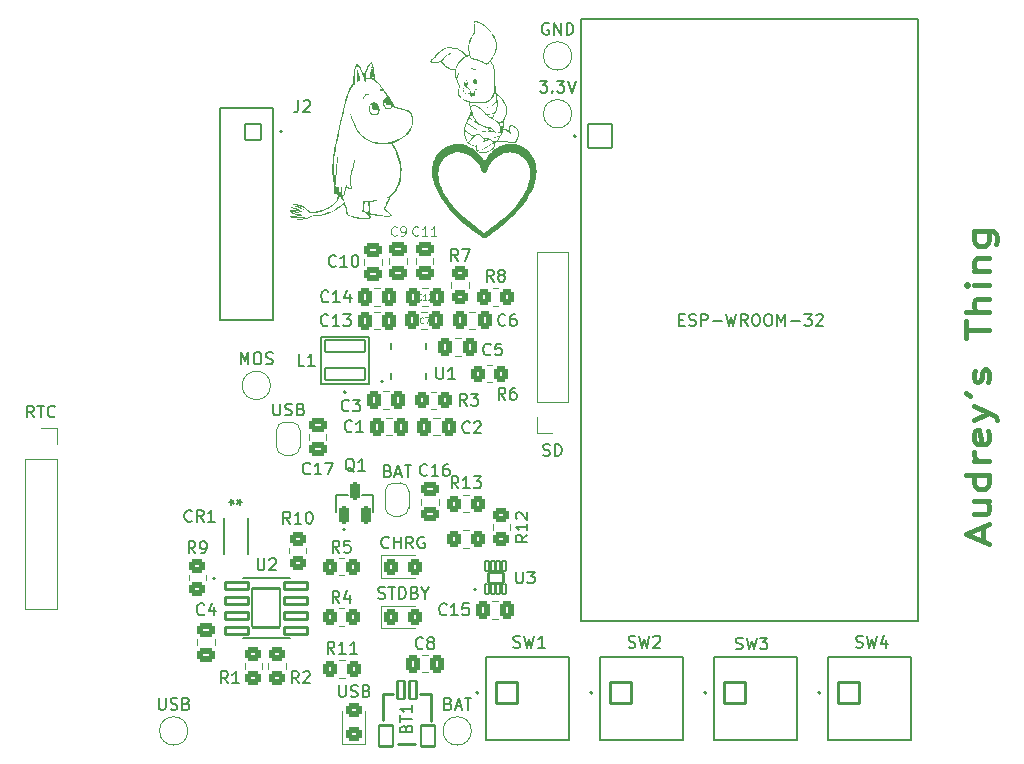
<source format=gto>
%TF.GenerationSoftware,KiCad,Pcbnew,8.0.6*%
%TF.CreationDate,2025-06-09T20:20:09-07:00*%
%TF.ProjectId,ESP32_Clock_Gallery,45535033-325f-4436-9c6f-636b5f47616c,rev?*%
%TF.SameCoordinates,Original*%
%TF.FileFunction,Legend,Top*%
%TF.FilePolarity,Positive*%
%FSLAX46Y46*%
G04 Gerber Fmt 4.6, Leading zero omitted, Abs format (unit mm)*
G04 Created by KiCad (PCBNEW 8.0.6) date 2025-06-09 20:20:09*
%MOMM*%
%LPD*%
G01*
G04 APERTURE LIST*
G04 Aperture macros list*
%AMRoundRect*
0 Rectangle with rounded corners*
0 $1 Rounding radius*
0 $2 $3 $4 $5 $6 $7 $8 $9 X,Y pos of 4 corners*
0 Add a 4 corners polygon primitive as box body*
4,1,4,$2,$3,$4,$5,$6,$7,$8,$9,$2,$3,0*
0 Add four circle primitives for the rounded corners*
1,1,$1+$1,$2,$3*
1,1,$1+$1,$4,$5*
1,1,$1+$1,$6,$7*
1,1,$1+$1,$8,$9*
0 Add four rect primitives between the rounded corners*
20,1,$1+$1,$2,$3,$4,$5,0*
20,1,$1+$1,$4,$5,$6,$7,0*
20,1,$1+$1,$6,$7,$8,$9,0*
20,1,$1+$1,$8,$9,$2,$3,0*%
%AMFreePoly0*
4,1,19,0.500000,-0.750000,0.000000,-0.750000,0.000000,-0.744911,-0.071157,-0.744911,-0.207708,-0.704816,-0.327430,-0.627875,-0.420627,-0.520320,-0.479746,-0.390866,-0.500000,-0.250000,-0.500000,0.250000,-0.479746,0.390866,-0.420627,0.520320,-0.327430,0.627875,-0.207708,0.704816,-0.071157,0.744911,0.000000,0.744911,0.000000,0.750000,0.500000,0.750000,0.500000,-0.750000,0.500000,-0.750000,
$1*%
%AMFreePoly1*
4,1,19,0.000000,0.744911,0.071157,0.744911,0.207708,0.704816,0.327430,0.627875,0.420627,0.520320,0.479746,0.390866,0.500000,0.250000,0.500000,-0.250000,0.479746,-0.390866,0.420627,-0.520320,0.327430,-0.627875,0.207708,-0.704816,0.071157,-0.744911,0.000000,-0.744911,0.000000,-0.750000,-0.500000,-0.750000,-0.500000,0.750000,0.000000,0.750000,0.000000,0.744911,0.000000,0.744911,
$1*%
G04 Aperture macros list end*
%ADD10C,0.400000*%
%ADD11C,0.150000*%
%ADD12C,0.120000*%
%ADD13C,0.000000*%
%ADD14C,0.127000*%
%ADD15C,0.200000*%
%ADD16C,0.160000*%
%ADD17C,0.152400*%
%ADD18C,0.254000*%
%ADD19C,0.010000*%
%ADD20C,3.200000*%
%ADD21RoundRect,0.250000X-0.337500X-0.475000X0.337500X-0.475000X0.337500X0.475000X-0.337500X0.475000X0*%
%ADD22C,2.000000*%
%ADD23FreePoly0,90.000000*%
%ADD24FreePoly1,90.000000*%
%ADD25RoundRect,0.250000X-0.450000X0.350000X-0.450000X-0.350000X0.450000X-0.350000X0.450000X0.350000X0*%
%ADD26RoundRect,0.250000X-0.475000X0.337500X-0.475000X-0.337500X0.475000X-0.337500X0.475000X0.337500X0*%
%ADD27RoundRect,0.250000X0.337500X0.475000X-0.337500X0.475000X-0.337500X-0.475000X0.337500X-0.475000X0*%
%ADD28RoundRect,0.250000X-0.350000X-0.450000X0.350000X-0.450000X0.350000X0.450000X-0.350000X0.450000X0*%
%ADD29R,1.700000X1.700000*%
%ADD30O,1.700000X1.700000*%
%ADD31RoundRect,0.198500X0.198500X-0.553500X0.198500X0.553500X-0.198500X0.553500X-0.198500X-0.553500X0*%
%ADD32RoundRect,0.250000X0.450000X-0.350000X0.450000X0.350000X-0.450000X0.350000X-0.450000X-0.350000X0*%
%ADD33RoundRect,0.250000X0.350000X0.450000X-0.350000X0.450000X-0.350000X-0.450000X0.350000X-0.450000X0*%
%ADD34RoundRect,0.102000X-0.900000X-0.900000X0.900000X-0.900000X0.900000X0.900000X-0.900000X0.900000X0*%
%ADD35C,2.004000*%
%ADD36RoundRect,0.102000X0.654000X-0.654000X0.654000X0.654000X-0.654000X0.654000X-0.654000X-0.654000X0*%
%ADD37C,1.512000*%
%ADD38RoundRect,0.102000X-1.000000X-1.000000X1.000000X-1.000000X1.000000X1.000000X-1.000000X1.000000X0*%
%ADD39C,2.204000*%
%ADD40RoundRect,0.100500X-0.986500X-0.301500X0.986500X-0.301500X0.986500X0.301500X-0.986500X0.301500X0*%
%ADD41RoundRect,0.102000X-1.206500X-1.651000X1.206500X-1.651000X1.206500X1.651000X-1.206500X1.651000X0*%
%ADD42RoundRect,0.250000X-0.325000X-0.450000X0.325000X-0.450000X0.325000X0.450000X-0.325000X0.450000X0*%
%ADD43RoundRect,0.250000X0.475000X-0.337500X0.475000X0.337500X-0.475000X0.337500X-0.475000X-0.337500X0*%
%ADD44R,0.889000X1.473200*%
%ADD45RoundRect,0.250000X0.450000X-0.325000X0.450000X0.325000X-0.450000X0.325000X-0.450000X-0.325000X0*%
%ADD46RoundRect,0.102000X-0.300000X-0.775000X0.300000X-0.775000X0.300000X0.775000X-0.300000X0.775000X0*%
%ADD47RoundRect,0.102000X-0.600000X-0.900000X0.600000X-0.900000X0.600000X0.900000X-0.600000X0.900000X0*%
%ADD48RoundRect,0.102000X1.700000X-0.490000X1.700000X0.490000X-1.700000X0.490000X-1.700000X-0.490000X0*%
%ADD49RoundRect,0.059250X0.177750X-0.422750X0.177750X0.422750X-0.177750X0.422750X-0.177750X-0.422750X0*%
%ADD50RoundRect,0.102000X0.650000X-0.450000X0.650000X0.450000X-0.650000X0.450000X-0.650000X-0.450000X0*%
%ADD51O,1.204000X1.904000*%
G04 APERTURE END LIST*
D10*
X176991009Y-97154762D02*
X176991009Y-95964286D01*
X177562438Y-97392857D02*
X175562438Y-96559524D01*
X175562438Y-96559524D02*
X177562438Y-95726191D01*
X176229104Y-93821429D02*
X177562438Y-93821429D01*
X176229104Y-94892857D02*
X177276723Y-94892857D01*
X177276723Y-94892857D02*
X177467200Y-94773810D01*
X177467200Y-94773810D02*
X177562438Y-94535715D01*
X177562438Y-94535715D02*
X177562438Y-94178572D01*
X177562438Y-94178572D02*
X177467200Y-93940476D01*
X177467200Y-93940476D02*
X177371961Y-93821429D01*
X177562438Y-91559524D02*
X175562438Y-91559524D01*
X177467200Y-91559524D02*
X177562438Y-91797619D01*
X177562438Y-91797619D02*
X177562438Y-92273810D01*
X177562438Y-92273810D02*
X177467200Y-92511905D01*
X177467200Y-92511905D02*
X177371961Y-92630952D01*
X177371961Y-92630952D02*
X177181485Y-92750000D01*
X177181485Y-92750000D02*
X176610057Y-92750000D01*
X176610057Y-92750000D02*
X176419580Y-92630952D01*
X176419580Y-92630952D02*
X176324342Y-92511905D01*
X176324342Y-92511905D02*
X176229104Y-92273810D01*
X176229104Y-92273810D02*
X176229104Y-91797619D01*
X176229104Y-91797619D02*
X176324342Y-91559524D01*
X177562438Y-90369047D02*
X176229104Y-90369047D01*
X176610057Y-90369047D02*
X176419580Y-90250000D01*
X176419580Y-90250000D02*
X176324342Y-90130952D01*
X176324342Y-90130952D02*
X176229104Y-89892857D01*
X176229104Y-89892857D02*
X176229104Y-89654762D01*
X177467200Y-87869047D02*
X177562438Y-88107143D01*
X177562438Y-88107143D02*
X177562438Y-88583333D01*
X177562438Y-88583333D02*
X177467200Y-88821428D01*
X177467200Y-88821428D02*
X177276723Y-88940476D01*
X177276723Y-88940476D02*
X176514819Y-88940476D01*
X176514819Y-88940476D02*
X176324342Y-88821428D01*
X176324342Y-88821428D02*
X176229104Y-88583333D01*
X176229104Y-88583333D02*
X176229104Y-88107143D01*
X176229104Y-88107143D02*
X176324342Y-87869047D01*
X176324342Y-87869047D02*
X176514819Y-87750000D01*
X176514819Y-87750000D02*
X176705295Y-87750000D01*
X176705295Y-87750000D02*
X176895771Y-88940476D01*
X176229104Y-86916667D02*
X177562438Y-86321429D01*
X176229104Y-85726190D02*
X177562438Y-86321429D01*
X177562438Y-86321429D02*
X178038628Y-86559524D01*
X178038628Y-86559524D02*
X178133866Y-86678571D01*
X178133866Y-86678571D02*
X178229104Y-86916667D01*
X175562438Y-84654762D02*
X175943390Y-84892857D01*
X177467200Y-83702381D02*
X177562438Y-83464286D01*
X177562438Y-83464286D02*
X177562438Y-82988095D01*
X177562438Y-82988095D02*
X177467200Y-82750000D01*
X177467200Y-82750000D02*
X177276723Y-82630952D01*
X177276723Y-82630952D02*
X177181485Y-82630952D01*
X177181485Y-82630952D02*
X176991009Y-82750000D01*
X176991009Y-82750000D02*
X176895771Y-82988095D01*
X176895771Y-82988095D02*
X176895771Y-83345238D01*
X176895771Y-83345238D02*
X176800533Y-83583333D01*
X176800533Y-83583333D02*
X176610057Y-83702381D01*
X176610057Y-83702381D02*
X176514819Y-83702381D01*
X176514819Y-83702381D02*
X176324342Y-83583333D01*
X176324342Y-83583333D02*
X176229104Y-83345238D01*
X176229104Y-83345238D02*
X176229104Y-82988095D01*
X176229104Y-82988095D02*
X176324342Y-82750000D01*
X175562438Y-80011904D02*
X175562438Y-78583333D01*
X177562438Y-79297619D02*
X175562438Y-79297619D01*
X177562438Y-77749999D02*
X175562438Y-77749999D01*
X177562438Y-76678571D02*
X176514819Y-76678571D01*
X176514819Y-76678571D02*
X176324342Y-76797618D01*
X176324342Y-76797618D02*
X176229104Y-77035714D01*
X176229104Y-77035714D02*
X176229104Y-77392857D01*
X176229104Y-77392857D02*
X176324342Y-77630952D01*
X176324342Y-77630952D02*
X176419580Y-77749999D01*
X177562438Y-75488094D02*
X176229104Y-75488094D01*
X175562438Y-75488094D02*
X175657676Y-75607142D01*
X175657676Y-75607142D02*
X175752914Y-75488094D01*
X175752914Y-75488094D02*
X175657676Y-75369047D01*
X175657676Y-75369047D02*
X175562438Y-75488094D01*
X175562438Y-75488094D02*
X175752914Y-75488094D01*
X176229104Y-74297618D02*
X177562438Y-74297618D01*
X176419580Y-74297618D02*
X176324342Y-74178571D01*
X176324342Y-74178571D02*
X176229104Y-73940476D01*
X176229104Y-73940476D02*
X176229104Y-73583333D01*
X176229104Y-73583333D02*
X176324342Y-73345237D01*
X176324342Y-73345237D02*
X176514819Y-73226190D01*
X176514819Y-73226190D02*
X177562438Y-73226190D01*
X176229104Y-70964285D02*
X177848152Y-70964285D01*
X177848152Y-70964285D02*
X178038628Y-71083332D01*
X178038628Y-71083332D02*
X178133866Y-71202380D01*
X178133866Y-71202380D02*
X178229104Y-71440475D01*
X178229104Y-71440475D02*
X178229104Y-71797618D01*
X178229104Y-71797618D02*
X178133866Y-72035713D01*
X177467200Y-70964285D02*
X177562438Y-71202380D01*
X177562438Y-71202380D02*
X177562438Y-71678571D01*
X177562438Y-71678571D02*
X177467200Y-71916666D01*
X177467200Y-71916666D02*
X177371961Y-72035713D01*
X177371961Y-72035713D02*
X177181485Y-72154761D01*
X177181485Y-72154761D02*
X176610057Y-72154761D01*
X176610057Y-72154761D02*
X176419580Y-72035713D01*
X176419580Y-72035713D02*
X176324342Y-71916666D01*
X176324342Y-71916666D02*
X176229104Y-71678571D01*
X176229104Y-71678571D02*
X176229104Y-71202380D01*
X176229104Y-71202380D02*
X176324342Y-70964285D01*
D11*
X133570833Y-87952080D02*
X133523214Y-87999700D01*
X133523214Y-87999700D02*
X133380357Y-88047319D01*
X133380357Y-88047319D02*
X133285119Y-88047319D01*
X133285119Y-88047319D02*
X133142262Y-87999700D01*
X133142262Y-87999700D02*
X133047024Y-87904461D01*
X133047024Y-87904461D02*
X132999405Y-87809223D01*
X132999405Y-87809223D02*
X132951786Y-87618747D01*
X132951786Y-87618747D02*
X132951786Y-87475890D01*
X132951786Y-87475890D02*
X132999405Y-87285414D01*
X132999405Y-87285414D02*
X133047024Y-87190176D01*
X133047024Y-87190176D02*
X133142262Y-87094938D01*
X133142262Y-87094938D02*
X133285119Y-87047319D01*
X133285119Y-87047319D02*
X133380357Y-87047319D01*
X133380357Y-87047319D02*
X133523214Y-87094938D01*
X133523214Y-87094938D02*
X133570833Y-87142557D01*
X133951786Y-87142557D02*
X133999405Y-87094938D01*
X133999405Y-87094938D02*
X134094643Y-87047319D01*
X134094643Y-87047319D02*
X134332738Y-87047319D01*
X134332738Y-87047319D02*
X134427976Y-87094938D01*
X134427976Y-87094938D02*
X134475595Y-87142557D01*
X134475595Y-87142557D02*
X134523214Y-87237795D01*
X134523214Y-87237795D02*
X134523214Y-87333033D01*
X134523214Y-87333033D02*
X134475595Y-87475890D01*
X134475595Y-87475890D02*
X133904167Y-88047319D01*
X133904167Y-88047319D02*
X134523214Y-88047319D01*
X140238095Y-53352438D02*
X140142857Y-53304819D01*
X140142857Y-53304819D02*
X140000000Y-53304819D01*
X140000000Y-53304819D02*
X139857143Y-53352438D01*
X139857143Y-53352438D02*
X139761905Y-53447676D01*
X139761905Y-53447676D02*
X139714286Y-53542914D01*
X139714286Y-53542914D02*
X139666667Y-53733390D01*
X139666667Y-53733390D02*
X139666667Y-53876247D01*
X139666667Y-53876247D02*
X139714286Y-54066723D01*
X139714286Y-54066723D02*
X139761905Y-54161961D01*
X139761905Y-54161961D02*
X139857143Y-54257200D01*
X139857143Y-54257200D02*
X140000000Y-54304819D01*
X140000000Y-54304819D02*
X140095238Y-54304819D01*
X140095238Y-54304819D02*
X140238095Y-54257200D01*
X140238095Y-54257200D02*
X140285714Y-54209580D01*
X140285714Y-54209580D02*
X140285714Y-53876247D01*
X140285714Y-53876247D02*
X140095238Y-53876247D01*
X140714286Y-54304819D02*
X140714286Y-53304819D01*
X140714286Y-53304819D02*
X141285714Y-54304819D01*
X141285714Y-54304819D02*
X141285714Y-53304819D01*
X141761905Y-54304819D02*
X141761905Y-53304819D01*
X141761905Y-53304819D02*
X142000000Y-53304819D01*
X142000000Y-53304819D02*
X142142857Y-53352438D01*
X142142857Y-53352438D02*
X142238095Y-53447676D01*
X142238095Y-53447676D02*
X142285714Y-53542914D01*
X142285714Y-53542914D02*
X142333333Y-53733390D01*
X142333333Y-53733390D02*
X142333333Y-53876247D01*
X142333333Y-53876247D02*
X142285714Y-54066723D01*
X142285714Y-54066723D02*
X142238095Y-54161961D01*
X142238095Y-54161961D02*
X142142857Y-54257200D01*
X142142857Y-54257200D02*
X142000000Y-54304819D01*
X142000000Y-54304819D02*
X141761905Y-54304819D01*
X116938095Y-85529819D02*
X116938095Y-86339342D01*
X116938095Y-86339342D02*
X116985714Y-86434580D01*
X116985714Y-86434580D02*
X117033333Y-86482200D01*
X117033333Y-86482200D02*
X117128571Y-86529819D01*
X117128571Y-86529819D02*
X117319047Y-86529819D01*
X117319047Y-86529819D02*
X117414285Y-86482200D01*
X117414285Y-86482200D02*
X117461904Y-86434580D01*
X117461904Y-86434580D02*
X117509523Y-86339342D01*
X117509523Y-86339342D02*
X117509523Y-85529819D01*
X117938095Y-86482200D02*
X118080952Y-86529819D01*
X118080952Y-86529819D02*
X118319047Y-86529819D01*
X118319047Y-86529819D02*
X118414285Y-86482200D01*
X118414285Y-86482200D02*
X118461904Y-86434580D01*
X118461904Y-86434580D02*
X118509523Y-86339342D01*
X118509523Y-86339342D02*
X118509523Y-86244104D01*
X118509523Y-86244104D02*
X118461904Y-86148866D01*
X118461904Y-86148866D02*
X118414285Y-86101247D01*
X118414285Y-86101247D02*
X118319047Y-86053628D01*
X118319047Y-86053628D02*
X118128571Y-86006009D01*
X118128571Y-86006009D02*
X118033333Y-85958390D01*
X118033333Y-85958390D02*
X117985714Y-85910771D01*
X117985714Y-85910771D02*
X117938095Y-85815533D01*
X117938095Y-85815533D02*
X117938095Y-85720295D01*
X117938095Y-85720295D02*
X117985714Y-85625057D01*
X117985714Y-85625057D02*
X118033333Y-85577438D01*
X118033333Y-85577438D02*
X118128571Y-85529819D01*
X118128571Y-85529819D02*
X118366666Y-85529819D01*
X118366666Y-85529819D02*
X118509523Y-85577438D01*
X119271428Y-86006009D02*
X119414285Y-86053628D01*
X119414285Y-86053628D02*
X119461904Y-86101247D01*
X119461904Y-86101247D02*
X119509523Y-86196485D01*
X119509523Y-86196485D02*
X119509523Y-86339342D01*
X119509523Y-86339342D02*
X119461904Y-86434580D01*
X119461904Y-86434580D02*
X119414285Y-86482200D01*
X119414285Y-86482200D02*
X119319047Y-86529819D01*
X119319047Y-86529819D02*
X118938095Y-86529819D01*
X118938095Y-86529819D02*
X118938095Y-85529819D01*
X118938095Y-85529819D02*
X119271428Y-85529819D01*
X119271428Y-85529819D02*
X119366666Y-85577438D01*
X119366666Y-85577438D02*
X119414285Y-85625057D01*
X119414285Y-85625057D02*
X119461904Y-85720295D01*
X119461904Y-85720295D02*
X119461904Y-85815533D01*
X119461904Y-85815533D02*
X119414285Y-85910771D01*
X119414285Y-85910771D02*
X119366666Y-85958390D01*
X119366666Y-85958390D02*
X119271428Y-86006009D01*
X119271428Y-86006009D02*
X118938095Y-86006009D01*
X119083333Y-109204819D02*
X118750000Y-108728628D01*
X118511905Y-109204819D02*
X118511905Y-108204819D01*
X118511905Y-108204819D02*
X118892857Y-108204819D01*
X118892857Y-108204819D02*
X118988095Y-108252438D01*
X118988095Y-108252438D02*
X119035714Y-108300057D01*
X119035714Y-108300057D02*
X119083333Y-108395295D01*
X119083333Y-108395295D02*
X119083333Y-108538152D01*
X119083333Y-108538152D02*
X119035714Y-108633390D01*
X119035714Y-108633390D02*
X118988095Y-108681009D01*
X118988095Y-108681009D02*
X118892857Y-108728628D01*
X118892857Y-108728628D02*
X118511905Y-108728628D01*
X119464286Y-108300057D02*
X119511905Y-108252438D01*
X119511905Y-108252438D02*
X119607143Y-108204819D01*
X119607143Y-108204819D02*
X119845238Y-108204819D01*
X119845238Y-108204819D02*
X119940476Y-108252438D01*
X119940476Y-108252438D02*
X119988095Y-108300057D01*
X119988095Y-108300057D02*
X120035714Y-108395295D01*
X120035714Y-108395295D02*
X120035714Y-108490533D01*
X120035714Y-108490533D02*
X119988095Y-108633390D01*
X119988095Y-108633390D02*
X119416667Y-109204819D01*
X119416667Y-109204819D02*
X120035714Y-109204819D01*
X111083333Y-103359580D02*
X111035714Y-103407200D01*
X111035714Y-103407200D02*
X110892857Y-103454819D01*
X110892857Y-103454819D02*
X110797619Y-103454819D01*
X110797619Y-103454819D02*
X110654762Y-103407200D01*
X110654762Y-103407200D02*
X110559524Y-103311961D01*
X110559524Y-103311961D02*
X110511905Y-103216723D01*
X110511905Y-103216723D02*
X110464286Y-103026247D01*
X110464286Y-103026247D02*
X110464286Y-102883390D01*
X110464286Y-102883390D02*
X110511905Y-102692914D01*
X110511905Y-102692914D02*
X110559524Y-102597676D01*
X110559524Y-102597676D02*
X110654762Y-102502438D01*
X110654762Y-102502438D02*
X110797619Y-102454819D01*
X110797619Y-102454819D02*
X110892857Y-102454819D01*
X110892857Y-102454819D02*
X111035714Y-102502438D01*
X111035714Y-102502438D02*
X111083333Y-102550057D01*
X111940476Y-102788152D02*
X111940476Y-103454819D01*
X111702381Y-102407200D02*
X111464286Y-103121485D01*
X111464286Y-103121485D02*
X112083333Y-103121485D01*
X138454819Y-96642857D02*
X137978628Y-96976190D01*
X138454819Y-97214285D02*
X137454819Y-97214285D01*
X137454819Y-97214285D02*
X137454819Y-96833333D01*
X137454819Y-96833333D02*
X137502438Y-96738095D01*
X137502438Y-96738095D02*
X137550057Y-96690476D01*
X137550057Y-96690476D02*
X137645295Y-96642857D01*
X137645295Y-96642857D02*
X137788152Y-96642857D01*
X137788152Y-96642857D02*
X137883390Y-96690476D01*
X137883390Y-96690476D02*
X137931009Y-96738095D01*
X137931009Y-96738095D02*
X137978628Y-96833333D01*
X137978628Y-96833333D02*
X137978628Y-97214285D01*
X138454819Y-95690476D02*
X138454819Y-96261904D01*
X138454819Y-95976190D02*
X137454819Y-95976190D01*
X137454819Y-95976190D02*
X137597676Y-96071428D01*
X137597676Y-96071428D02*
X137692914Y-96166666D01*
X137692914Y-96166666D02*
X137740533Y-96261904D01*
X137550057Y-95309523D02*
X137502438Y-95261904D01*
X137502438Y-95261904D02*
X137454819Y-95166666D01*
X137454819Y-95166666D02*
X137454819Y-94928571D01*
X137454819Y-94928571D02*
X137502438Y-94833333D01*
X137502438Y-94833333D02*
X137550057Y-94785714D01*
X137550057Y-94785714D02*
X137645295Y-94738095D01*
X137645295Y-94738095D02*
X137740533Y-94738095D01*
X137740533Y-94738095D02*
X137883390Y-94785714D01*
X137883390Y-94785714D02*
X138454819Y-95357142D01*
X138454819Y-95357142D02*
X138454819Y-94738095D01*
X129957142Y-91559580D02*
X129909523Y-91607200D01*
X129909523Y-91607200D02*
X129766666Y-91654819D01*
X129766666Y-91654819D02*
X129671428Y-91654819D01*
X129671428Y-91654819D02*
X129528571Y-91607200D01*
X129528571Y-91607200D02*
X129433333Y-91511961D01*
X129433333Y-91511961D02*
X129385714Y-91416723D01*
X129385714Y-91416723D02*
X129338095Y-91226247D01*
X129338095Y-91226247D02*
X129338095Y-91083390D01*
X129338095Y-91083390D02*
X129385714Y-90892914D01*
X129385714Y-90892914D02*
X129433333Y-90797676D01*
X129433333Y-90797676D02*
X129528571Y-90702438D01*
X129528571Y-90702438D02*
X129671428Y-90654819D01*
X129671428Y-90654819D02*
X129766666Y-90654819D01*
X129766666Y-90654819D02*
X129909523Y-90702438D01*
X129909523Y-90702438D02*
X129957142Y-90750057D01*
X130909523Y-91654819D02*
X130338095Y-91654819D01*
X130623809Y-91654819D02*
X130623809Y-90654819D01*
X130623809Y-90654819D02*
X130528571Y-90797676D01*
X130528571Y-90797676D02*
X130433333Y-90892914D01*
X130433333Y-90892914D02*
X130338095Y-90940533D01*
X131766666Y-90654819D02*
X131576190Y-90654819D01*
X131576190Y-90654819D02*
X131480952Y-90702438D01*
X131480952Y-90702438D02*
X131433333Y-90750057D01*
X131433333Y-90750057D02*
X131338095Y-90892914D01*
X131338095Y-90892914D02*
X131290476Y-91083390D01*
X131290476Y-91083390D02*
X131290476Y-91464342D01*
X131290476Y-91464342D02*
X131338095Y-91559580D01*
X131338095Y-91559580D02*
X131385714Y-91607200D01*
X131385714Y-91607200D02*
X131480952Y-91654819D01*
X131480952Y-91654819D02*
X131671428Y-91654819D01*
X131671428Y-91654819D02*
X131766666Y-91607200D01*
X131766666Y-91607200D02*
X131814285Y-91559580D01*
X131814285Y-91559580D02*
X131861904Y-91464342D01*
X131861904Y-91464342D02*
X131861904Y-91226247D01*
X131861904Y-91226247D02*
X131814285Y-91131009D01*
X131814285Y-91131009D02*
X131766666Y-91083390D01*
X131766666Y-91083390D02*
X131671428Y-91035771D01*
X131671428Y-91035771D02*
X131480952Y-91035771D01*
X131480952Y-91035771D02*
X131385714Y-91083390D01*
X131385714Y-91083390D02*
X131338095Y-91131009D01*
X131338095Y-91131009D02*
X131290476Y-91226247D01*
X121569642Y-78877080D02*
X121522023Y-78924700D01*
X121522023Y-78924700D02*
X121379166Y-78972319D01*
X121379166Y-78972319D02*
X121283928Y-78972319D01*
X121283928Y-78972319D02*
X121141071Y-78924700D01*
X121141071Y-78924700D02*
X121045833Y-78829461D01*
X121045833Y-78829461D02*
X120998214Y-78734223D01*
X120998214Y-78734223D02*
X120950595Y-78543747D01*
X120950595Y-78543747D02*
X120950595Y-78400890D01*
X120950595Y-78400890D02*
X120998214Y-78210414D01*
X120998214Y-78210414D02*
X121045833Y-78115176D01*
X121045833Y-78115176D02*
X121141071Y-78019938D01*
X121141071Y-78019938D02*
X121283928Y-77972319D01*
X121283928Y-77972319D02*
X121379166Y-77972319D01*
X121379166Y-77972319D02*
X121522023Y-78019938D01*
X121522023Y-78019938D02*
X121569642Y-78067557D01*
X122522023Y-78972319D02*
X121950595Y-78972319D01*
X122236309Y-78972319D02*
X122236309Y-77972319D01*
X122236309Y-77972319D02*
X122141071Y-78115176D01*
X122141071Y-78115176D02*
X122045833Y-78210414D01*
X122045833Y-78210414D02*
X121950595Y-78258033D01*
X122855357Y-77972319D02*
X123474404Y-77972319D01*
X123474404Y-77972319D02*
X123141071Y-78353271D01*
X123141071Y-78353271D02*
X123283928Y-78353271D01*
X123283928Y-78353271D02*
X123379166Y-78400890D01*
X123379166Y-78400890D02*
X123426785Y-78448509D01*
X123426785Y-78448509D02*
X123474404Y-78543747D01*
X123474404Y-78543747D02*
X123474404Y-78781842D01*
X123474404Y-78781842D02*
X123426785Y-78877080D01*
X123426785Y-78877080D02*
X123379166Y-78924700D01*
X123379166Y-78924700D02*
X123283928Y-78972319D01*
X123283928Y-78972319D02*
X122998214Y-78972319D01*
X122998214Y-78972319D02*
X122902976Y-78924700D01*
X122902976Y-78924700D02*
X122855357Y-78877080D01*
X139523810Y-58204819D02*
X140142857Y-58204819D01*
X140142857Y-58204819D02*
X139809524Y-58585771D01*
X139809524Y-58585771D02*
X139952381Y-58585771D01*
X139952381Y-58585771D02*
X140047619Y-58633390D01*
X140047619Y-58633390D02*
X140095238Y-58681009D01*
X140095238Y-58681009D02*
X140142857Y-58776247D01*
X140142857Y-58776247D02*
X140142857Y-59014342D01*
X140142857Y-59014342D02*
X140095238Y-59109580D01*
X140095238Y-59109580D02*
X140047619Y-59157200D01*
X140047619Y-59157200D02*
X139952381Y-59204819D01*
X139952381Y-59204819D02*
X139666667Y-59204819D01*
X139666667Y-59204819D02*
X139571429Y-59157200D01*
X139571429Y-59157200D02*
X139523810Y-59109580D01*
X140571429Y-59109580D02*
X140619048Y-59157200D01*
X140619048Y-59157200D02*
X140571429Y-59204819D01*
X140571429Y-59204819D02*
X140523810Y-59157200D01*
X140523810Y-59157200D02*
X140571429Y-59109580D01*
X140571429Y-59109580D02*
X140571429Y-59204819D01*
X140952381Y-58204819D02*
X141571428Y-58204819D01*
X141571428Y-58204819D02*
X141238095Y-58585771D01*
X141238095Y-58585771D02*
X141380952Y-58585771D01*
X141380952Y-58585771D02*
X141476190Y-58633390D01*
X141476190Y-58633390D02*
X141523809Y-58681009D01*
X141523809Y-58681009D02*
X141571428Y-58776247D01*
X141571428Y-58776247D02*
X141571428Y-59014342D01*
X141571428Y-59014342D02*
X141523809Y-59109580D01*
X141523809Y-59109580D02*
X141476190Y-59157200D01*
X141476190Y-59157200D02*
X141380952Y-59204819D01*
X141380952Y-59204819D02*
X141095238Y-59204819D01*
X141095238Y-59204819D02*
X141000000Y-59157200D01*
X141000000Y-59157200D02*
X140952381Y-59109580D01*
X141857143Y-58204819D02*
X142190476Y-59204819D01*
X142190476Y-59204819D02*
X142523809Y-58204819D01*
X133333333Y-85704819D02*
X133000000Y-85228628D01*
X132761905Y-85704819D02*
X132761905Y-84704819D01*
X132761905Y-84704819D02*
X133142857Y-84704819D01*
X133142857Y-84704819D02*
X133238095Y-84752438D01*
X133238095Y-84752438D02*
X133285714Y-84800057D01*
X133285714Y-84800057D02*
X133333333Y-84895295D01*
X133333333Y-84895295D02*
X133333333Y-85038152D01*
X133333333Y-85038152D02*
X133285714Y-85133390D01*
X133285714Y-85133390D02*
X133238095Y-85181009D01*
X133238095Y-85181009D02*
X133142857Y-85228628D01*
X133142857Y-85228628D02*
X132761905Y-85228628D01*
X133666667Y-84704819D02*
X134285714Y-84704819D01*
X134285714Y-84704819D02*
X133952381Y-85085771D01*
X133952381Y-85085771D02*
X134095238Y-85085771D01*
X134095238Y-85085771D02*
X134190476Y-85133390D01*
X134190476Y-85133390D02*
X134238095Y-85181009D01*
X134238095Y-85181009D02*
X134285714Y-85276247D01*
X134285714Y-85276247D02*
X134285714Y-85514342D01*
X134285714Y-85514342D02*
X134238095Y-85609580D01*
X134238095Y-85609580D02*
X134190476Y-85657200D01*
X134190476Y-85657200D02*
X134095238Y-85704819D01*
X134095238Y-85704819D02*
X133809524Y-85704819D01*
X133809524Y-85704819D02*
X133714286Y-85657200D01*
X133714286Y-85657200D02*
X133666667Y-85609580D01*
X139784286Y-89917200D02*
X139927143Y-89964819D01*
X139927143Y-89964819D02*
X140165238Y-89964819D01*
X140165238Y-89964819D02*
X140260476Y-89917200D01*
X140260476Y-89917200D02*
X140308095Y-89869580D01*
X140308095Y-89869580D02*
X140355714Y-89774342D01*
X140355714Y-89774342D02*
X140355714Y-89679104D01*
X140355714Y-89679104D02*
X140308095Y-89583866D01*
X140308095Y-89583866D02*
X140260476Y-89536247D01*
X140260476Y-89536247D02*
X140165238Y-89488628D01*
X140165238Y-89488628D02*
X139974762Y-89441009D01*
X139974762Y-89441009D02*
X139879524Y-89393390D01*
X139879524Y-89393390D02*
X139831905Y-89345771D01*
X139831905Y-89345771D02*
X139784286Y-89250533D01*
X139784286Y-89250533D02*
X139784286Y-89155295D01*
X139784286Y-89155295D02*
X139831905Y-89060057D01*
X139831905Y-89060057D02*
X139879524Y-89012438D01*
X139879524Y-89012438D02*
X139974762Y-88964819D01*
X139974762Y-88964819D02*
X140212857Y-88964819D01*
X140212857Y-88964819D02*
X140355714Y-89012438D01*
X140784286Y-89964819D02*
X140784286Y-88964819D01*
X140784286Y-88964819D02*
X141022381Y-88964819D01*
X141022381Y-88964819D02*
X141165238Y-89012438D01*
X141165238Y-89012438D02*
X141260476Y-89107676D01*
X141260476Y-89107676D02*
X141308095Y-89202914D01*
X141308095Y-89202914D02*
X141355714Y-89393390D01*
X141355714Y-89393390D02*
X141355714Y-89536247D01*
X141355714Y-89536247D02*
X141308095Y-89726723D01*
X141308095Y-89726723D02*
X141260476Y-89821961D01*
X141260476Y-89821961D02*
X141165238Y-89917200D01*
X141165238Y-89917200D02*
X141022381Y-89964819D01*
X141022381Y-89964819D02*
X140784286Y-89964819D01*
X123789761Y-91305057D02*
X123694523Y-91257438D01*
X123694523Y-91257438D02*
X123599285Y-91162200D01*
X123599285Y-91162200D02*
X123456428Y-91019342D01*
X123456428Y-91019342D02*
X123361190Y-90971723D01*
X123361190Y-90971723D02*
X123265952Y-90971723D01*
X123313571Y-91209819D02*
X123218333Y-91162200D01*
X123218333Y-91162200D02*
X123123095Y-91066961D01*
X123123095Y-91066961D02*
X123075476Y-90876485D01*
X123075476Y-90876485D02*
X123075476Y-90543152D01*
X123075476Y-90543152D02*
X123123095Y-90352676D01*
X123123095Y-90352676D02*
X123218333Y-90257438D01*
X123218333Y-90257438D02*
X123313571Y-90209819D01*
X123313571Y-90209819D02*
X123504047Y-90209819D01*
X123504047Y-90209819D02*
X123599285Y-90257438D01*
X123599285Y-90257438D02*
X123694523Y-90352676D01*
X123694523Y-90352676D02*
X123742142Y-90543152D01*
X123742142Y-90543152D02*
X123742142Y-90876485D01*
X123742142Y-90876485D02*
X123694523Y-91066961D01*
X123694523Y-91066961D02*
X123599285Y-91162200D01*
X123599285Y-91162200D02*
X123504047Y-91209819D01*
X123504047Y-91209819D02*
X123313571Y-91209819D01*
X124694523Y-91209819D02*
X124123095Y-91209819D01*
X124408809Y-91209819D02*
X124408809Y-90209819D01*
X124408809Y-90209819D02*
X124313571Y-90352676D01*
X124313571Y-90352676D02*
X124218333Y-90447914D01*
X124218333Y-90447914D02*
X124123095Y-90495533D01*
X114166667Y-82204819D02*
X114166667Y-81204819D01*
X114166667Y-81204819D02*
X114500000Y-81919104D01*
X114500000Y-81919104D02*
X114833333Y-81204819D01*
X114833333Y-81204819D02*
X114833333Y-82204819D01*
X115500000Y-81204819D02*
X115690476Y-81204819D01*
X115690476Y-81204819D02*
X115785714Y-81252438D01*
X115785714Y-81252438D02*
X115880952Y-81347676D01*
X115880952Y-81347676D02*
X115928571Y-81538152D01*
X115928571Y-81538152D02*
X115928571Y-81871485D01*
X115928571Y-81871485D02*
X115880952Y-82061961D01*
X115880952Y-82061961D02*
X115785714Y-82157200D01*
X115785714Y-82157200D02*
X115690476Y-82204819D01*
X115690476Y-82204819D02*
X115500000Y-82204819D01*
X115500000Y-82204819D02*
X115404762Y-82157200D01*
X115404762Y-82157200D02*
X115309524Y-82061961D01*
X115309524Y-82061961D02*
X115261905Y-81871485D01*
X115261905Y-81871485D02*
X115261905Y-81538152D01*
X115261905Y-81538152D02*
X115309524Y-81347676D01*
X115309524Y-81347676D02*
X115404762Y-81252438D01*
X115404762Y-81252438D02*
X115500000Y-81204819D01*
X116309524Y-82157200D02*
X116452381Y-82204819D01*
X116452381Y-82204819D02*
X116690476Y-82204819D01*
X116690476Y-82204819D02*
X116785714Y-82157200D01*
X116785714Y-82157200D02*
X116833333Y-82109580D01*
X116833333Y-82109580D02*
X116880952Y-82014342D01*
X116880952Y-82014342D02*
X116880952Y-81919104D01*
X116880952Y-81919104D02*
X116833333Y-81823866D01*
X116833333Y-81823866D02*
X116785714Y-81776247D01*
X116785714Y-81776247D02*
X116690476Y-81728628D01*
X116690476Y-81728628D02*
X116500000Y-81681009D01*
X116500000Y-81681009D02*
X116404762Y-81633390D01*
X116404762Y-81633390D02*
X116357143Y-81585771D01*
X116357143Y-81585771D02*
X116309524Y-81490533D01*
X116309524Y-81490533D02*
X116309524Y-81395295D01*
X116309524Y-81395295D02*
X116357143Y-81300057D01*
X116357143Y-81300057D02*
X116404762Y-81252438D01*
X116404762Y-81252438D02*
X116500000Y-81204819D01*
X116500000Y-81204819D02*
X116738095Y-81204819D01*
X116738095Y-81204819D02*
X116880952Y-81252438D01*
X118357142Y-95704819D02*
X118023809Y-95228628D01*
X117785714Y-95704819D02*
X117785714Y-94704819D01*
X117785714Y-94704819D02*
X118166666Y-94704819D01*
X118166666Y-94704819D02*
X118261904Y-94752438D01*
X118261904Y-94752438D02*
X118309523Y-94800057D01*
X118309523Y-94800057D02*
X118357142Y-94895295D01*
X118357142Y-94895295D02*
X118357142Y-95038152D01*
X118357142Y-95038152D02*
X118309523Y-95133390D01*
X118309523Y-95133390D02*
X118261904Y-95181009D01*
X118261904Y-95181009D02*
X118166666Y-95228628D01*
X118166666Y-95228628D02*
X117785714Y-95228628D01*
X119309523Y-95704819D02*
X118738095Y-95704819D01*
X119023809Y-95704819D02*
X119023809Y-94704819D01*
X119023809Y-94704819D02*
X118928571Y-94847676D01*
X118928571Y-94847676D02*
X118833333Y-94942914D01*
X118833333Y-94942914D02*
X118738095Y-94990533D01*
X119928571Y-94704819D02*
X120023809Y-94704819D01*
X120023809Y-94704819D02*
X120119047Y-94752438D01*
X120119047Y-94752438D02*
X120166666Y-94800057D01*
X120166666Y-94800057D02*
X120214285Y-94895295D01*
X120214285Y-94895295D02*
X120261904Y-95085771D01*
X120261904Y-95085771D02*
X120261904Y-95323866D01*
X120261904Y-95323866D02*
X120214285Y-95514342D01*
X120214285Y-95514342D02*
X120166666Y-95609580D01*
X120166666Y-95609580D02*
X120119047Y-95657200D01*
X120119047Y-95657200D02*
X120023809Y-95704819D01*
X120023809Y-95704819D02*
X119928571Y-95704819D01*
X119928571Y-95704819D02*
X119833333Y-95657200D01*
X119833333Y-95657200D02*
X119785714Y-95609580D01*
X119785714Y-95609580D02*
X119738095Y-95514342D01*
X119738095Y-95514342D02*
X119690476Y-95323866D01*
X119690476Y-95323866D02*
X119690476Y-95085771D01*
X119690476Y-95085771D02*
X119738095Y-94895295D01*
X119738095Y-94895295D02*
X119785714Y-94800057D01*
X119785714Y-94800057D02*
X119833333Y-94752438D01*
X119833333Y-94752438D02*
X119928571Y-94704819D01*
X122107142Y-106704819D02*
X121773809Y-106228628D01*
X121535714Y-106704819D02*
X121535714Y-105704819D01*
X121535714Y-105704819D02*
X121916666Y-105704819D01*
X121916666Y-105704819D02*
X122011904Y-105752438D01*
X122011904Y-105752438D02*
X122059523Y-105800057D01*
X122059523Y-105800057D02*
X122107142Y-105895295D01*
X122107142Y-105895295D02*
X122107142Y-106038152D01*
X122107142Y-106038152D02*
X122059523Y-106133390D01*
X122059523Y-106133390D02*
X122011904Y-106181009D01*
X122011904Y-106181009D02*
X121916666Y-106228628D01*
X121916666Y-106228628D02*
X121535714Y-106228628D01*
X123059523Y-106704819D02*
X122488095Y-106704819D01*
X122773809Y-106704819D02*
X122773809Y-105704819D01*
X122773809Y-105704819D02*
X122678571Y-105847676D01*
X122678571Y-105847676D02*
X122583333Y-105942914D01*
X122583333Y-105942914D02*
X122488095Y-105990533D01*
X124011904Y-106704819D02*
X123440476Y-106704819D01*
X123726190Y-106704819D02*
X123726190Y-105704819D01*
X123726190Y-105704819D02*
X123630952Y-105847676D01*
X123630952Y-105847676D02*
X123535714Y-105942914D01*
X123535714Y-105942914D02*
X123440476Y-105990533D01*
X123583333Y-87859580D02*
X123535714Y-87907200D01*
X123535714Y-87907200D02*
X123392857Y-87954819D01*
X123392857Y-87954819D02*
X123297619Y-87954819D01*
X123297619Y-87954819D02*
X123154762Y-87907200D01*
X123154762Y-87907200D02*
X123059524Y-87811961D01*
X123059524Y-87811961D02*
X123011905Y-87716723D01*
X123011905Y-87716723D02*
X122964286Y-87526247D01*
X122964286Y-87526247D02*
X122964286Y-87383390D01*
X122964286Y-87383390D02*
X123011905Y-87192914D01*
X123011905Y-87192914D02*
X123059524Y-87097676D01*
X123059524Y-87097676D02*
X123154762Y-87002438D01*
X123154762Y-87002438D02*
X123297619Y-86954819D01*
X123297619Y-86954819D02*
X123392857Y-86954819D01*
X123392857Y-86954819D02*
X123535714Y-87002438D01*
X123535714Y-87002438D02*
X123583333Y-87050057D01*
X124535714Y-87954819D02*
X123964286Y-87954819D01*
X124250000Y-87954819D02*
X124250000Y-86954819D01*
X124250000Y-86954819D02*
X124154762Y-87097676D01*
X124154762Y-87097676D02*
X124059524Y-87192914D01*
X124059524Y-87192914D02*
X123964286Y-87240533D01*
X156095001Y-106297200D02*
X156237858Y-106344819D01*
X156237858Y-106344819D02*
X156475953Y-106344819D01*
X156475953Y-106344819D02*
X156571191Y-106297200D01*
X156571191Y-106297200D02*
X156618810Y-106249580D01*
X156618810Y-106249580D02*
X156666429Y-106154342D01*
X156666429Y-106154342D02*
X156666429Y-106059104D01*
X156666429Y-106059104D02*
X156618810Y-105963866D01*
X156618810Y-105963866D02*
X156571191Y-105916247D01*
X156571191Y-105916247D02*
X156475953Y-105868628D01*
X156475953Y-105868628D02*
X156285477Y-105821009D01*
X156285477Y-105821009D02*
X156190239Y-105773390D01*
X156190239Y-105773390D02*
X156142620Y-105725771D01*
X156142620Y-105725771D02*
X156095001Y-105630533D01*
X156095001Y-105630533D02*
X156095001Y-105535295D01*
X156095001Y-105535295D02*
X156142620Y-105440057D01*
X156142620Y-105440057D02*
X156190239Y-105392438D01*
X156190239Y-105392438D02*
X156285477Y-105344819D01*
X156285477Y-105344819D02*
X156523572Y-105344819D01*
X156523572Y-105344819D02*
X156666429Y-105392438D01*
X156999763Y-105344819D02*
X157237858Y-106344819D01*
X157237858Y-106344819D02*
X157428334Y-105630533D01*
X157428334Y-105630533D02*
X157618810Y-106344819D01*
X157618810Y-106344819D02*
X157856906Y-105344819D01*
X158142620Y-105344819D02*
X158761667Y-105344819D01*
X158761667Y-105344819D02*
X158428334Y-105725771D01*
X158428334Y-105725771D02*
X158571191Y-105725771D01*
X158571191Y-105725771D02*
X158666429Y-105773390D01*
X158666429Y-105773390D02*
X158714048Y-105821009D01*
X158714048Y-105821009D02*
X158761667Y-105916247D01*
X158761667Y-105916247D02*
X158761667Y-106154342D01*
X158761667Y-106154342D02*
X158714048Y-106249580D01*
X158714048Y-106249580D02*
X158666429Y-106297200D01*
X158666429Y-106297200D02*
X158571191Y-106344819D01*
X158571191Y-106344819D02*
X158285477Y-106344819D01*
X158285477Y-106344819D02*
X158190239Y-106297200D01*
X158190239Y-106297200D02*
X158142620Y-106249580D01*
X129595833Y-106229580D02*
X129548214Y-106277200D01*
X129548214Y-106277200D02*
X129405357Y-106324819D01*
X129405357Y-106324819D02*
X129310119Y-106324819D01*
X129310119Y-106324819D02*
X129167262Y-106277200D01*
X129167262Y-106277200D02*
X129072024Y-106181961D01*
X129072024Y-106181961D02*
X129024405Y-106086723D01*
X129024405Y-106086723D02*
X128976786Y-105896247D01*
X128976786Y-105896247D02*
X128976786Y-105753390D01*
X128976786Y-105753390D02*
X129024405Y-105562914D01*
X129024405Y-105562914D02*
X129072024Y-105467676D01*
X129072024Y-105467676D02*
X129167262Y-105372438D01*
X129167262Y-105372438D02*
X129310119Y-105324819D01*
X129310119Y-105324819D02*
X129405357Y-105324819D01*
X129405357Y-105324819D02*
X129548214Y-105372438D01*
X129548214Y-105372438D02*
X129595833Y-105420057D01*
X130167262Y-105753390D02*
X130072024Y-105705771D01*
X130072024Y-105705771D02*
X130024405Y-105658152D01*
X130024405Y-105658152D02*
X129976786Y-105562914D01*
X129976786Y-105562914D02*
X129976786Y-105515295D01*
X129976786Y-105515295D02*
X130024405Y-105420057D01*
X130024405Y-105420057D02*
X130072024Y-105372438D01*
X130072024Y-105372438D02*
X130167262Y-105324819D01*
X130167262Y-105324819D02*
X130357738Y-105324819D01*
X130357738Y-105324819D02*
X130452976Y-105372438D01*
X130452976Y-105372438D02*
X130500595Y-105420057D01*
X130500595Y-105420057D02*
X130548214Y-105515295D01*
X130548214Y-105515295D02*
X130548214Y-105562914D01*
X130548214Y-105562914D02*
X130500595Y-105658152D01*
X130500595Y-105658152D02*
X130452976Y-105705771D01*
X130452976Y-105705771D02*
X130357738Y-105753390D01*
X130357738Y-105753390D02*
X130167262Y-105753390D01*
X130167262Y-105753390D02*
X130072024Y-105801009D01*
X130072024Y-105801009D02*
X130024405Y-105848628D01*
X130024405Y-105848628D02*
X129976786Y-105943866D01*
X129976786Y-105943866D02*
X129976786Y-106134342D01*
X129976786Y-106134342D02*
X130024405Y-106229580D01*
X130024405Y-106229580D02*
X130072024Y-106277200D01*
X130072024Y-106277200D02*
X130167262Y-106324819D01*
X130167262Y-106324819D02*
X130357738Y-106324819D01*
X130357738Y-106324819D02*
X130452976Y-106277200D01*
X130452976Y-106277200D02*
X130500595Y-106229580D01*
X130500595Y-106229580D02*
X130548214Y-106134342D01*
X130548214Y-106134342D02*
X130548214Y-105943866D01*
X130548214Y-105943866D02*
X130500595Y-105848628D01*
X130500595Y-105848628D02*
X130452976Y-105801009D01*
X130452976Y-105801009D02*
X130357738Y-105753390D01*
X119066666Y-59854819D02*
X119066666Y-60569104D01*
X119066666Y-60569104D02*
X119019047Y-60711961D01*
X119019047Y-60711961D02*
X118923809Y-60807200D01*
X118923809Y-60807200D02*
X118780952Y-60854819D01*
X118780952Y-60854819D02*
X118685714Y-60854819D01*
X119495238Y-59950057D02*
X119542857Y-59902438D01*
X119542857Y-59902438D02*
X119638095Y-59854819D01*
X119638095Y-59854819D02*
X119876190Y-59854819D01*
X119876190Y-59854819D02*
X119971428Y-59902438D01*
X119971428Y-59902438D02*
X120019047Y-59950057D01*
X120019047Y-59950057D02*
X120066666Y-60045295D01*
X120066666Y-60045295D02*
X120066666Y-60140533D01*
X120066666Y-60140533D02*
X120019047Y-60283390D01*
X120019047Y-60283390D02*
X119447619Y-60854819D01*
X119447619Y-60854819D02*
X120066666Y-60854819D01*
X151278572Y-78431009D02*
X151611905Y-78431009D01*
X151754762Y-78954819D02*
X151278572Y-78954819D01*
X151278572Y-78954819D02*
X151278572Y-77954819D01*
X151278572Y-77954819D02*
X151754762Y-77954819D01*
X152135715Y-78907200D02*
X152278572Y-78954819D01*
X152278572Y-78954819D02*
X152516667Y-78954819D01*
X152516667Y-78954819D02*
X152611905Y-78907200D01*
X152611905Y-78907200D02*
X152659524Y-78859580D01*
X152659524Y-78859580D02*
X152707143Y-78764342D01*
X152707143Y-78764342D02*
X152707143Y-78669104D01*
X152707143Y-78669104D02*
X152659524Y-78573866D01*
X152659524Y-78573866D02*
X152611905Y-78526247D01*
X152611905Y-78526247D02*
X152516667Y-78478628D01*
X152516667Y-78478628D02*
X152326191Y-78431009D01*
X152326191Y-78431009D02*
X152230953Y-78383390D01*
X152230953Y-78383390D02*
X152183334Y-78335771D01*
X152183334Y-78335771D02*
X152135715Y-78240533D01*
X152135715Y-78240533D02*
X152135715Y-78145295D01*
X152135715Y-78145295D02*
X152183334Y-78050057D01*
X152183334Y-78050057D02*
X152230953Y-78002438D01*
X152230953Y-78002438D02*
X152326191Y-77954819D01*
X152326191Y-77954819D02*
X152564286Y-77954819D01*
X152564286Y-77954819D02*
X152707143Y-78002438D01*
X153135715Y-78954819D02*
X153135715Y-77954819D01*
X153135715Y-77954819D02*
X153516667Y-77954819D01*
X153516667Y-77954819D02*
X153611905Y-78002438D01*
X153611905Y-78002438D02*
X153659524Y-78050057D01*
X153659524Y-78050057D02*
X153707143Y-78145295D01*
X153707143Y-78145295D02*
X153707143Y-78288152D01*
X153707143Y-78288152D02*
X153659524Y-78383390D01*
X153659524Y-78383390D02*
X153611905Y-78431009D01*
X153611905Y-78431009D02*
X153516667Y-78478628D01*
X153516667Y-78478628D02*
X153135715Y-78478628D01*
X154135715Y-78573866D02*
X154897620Y-78573866D01*
X155278572Y-77954819D02*
X155516667Y-78954819D01*
X155516667Y-78954819D02*
X155707143Y-78240533D01*
X155707143Y-78240533D02*
X155897619Y-78954819D01*
X155897619Y-78954819D02*
X156135715Y-77954819D01*
X157088095Y-78954819D02*
X156754762Y-78478628D01*
X156516667Y-78954819D02*
X156516667Y-77954819D01*
X156516667Y-77954819D02*
X156897619Y-77954819D01*
X156897619Y-77954819D02*
X156992857Y-78002438D01*
X156992857Y-78002438D02*
X157040476Y-78050057D01*
X157040476Y-78050057D02*
X157088095Y-78145295D01*
X157088095Y-78145295D02*
X157088095Y-78288152D01*
X157088095Y-78288152D02*
X157040476Y-78383390D01*
X157040476Y-78383390D02*
X156992857Y-78431009D01*
X156992857Y-78431009D02*
X156897619Y-78478628D01*
X156897619Y-78478628D02*
X156516667Y-78478628D01*
X157707143Y-77954819D02*
X157897619Y-77954819D01*
X157897619Y-77954819D02*
X157992857Y-78002438D01*
X157992857Y-78002438D02*
X158088095Y-78097676D01*
X158088095Y-78097676D02*
X158135714Y-78288152D01*
X158135714Y-78288152D02*
X158135714Y-78621485D01*
X158135714Y-78621485D02*
X158088095Y-78811961D01*
X158088095Y-78811961D02*
X157992857Y-78907200D01*
X157992857Y-78907200D02*
X157897619Y-78954819D01*
X157897619Y-78954819D02*
X157707143Y-78954819D01*
X157707143Y-78954819D02*
X157611905Y-78907200D01*
X157611905Y-78907200D02*
X157516667Y-78811961D01*
X157516667Y-78811961D02*
X157469048Y-78621485D01*
X157469048Y-78621485D02*
X157469048Y-78288152D01*
X157469048Y-78288152D02*
X157516667Y-78097676D01*
X157516667Y-78097676D02*
X157611905Y-78002438D01*
X157611905Y-78002438D02*
X157707143Y-77954819D01*
X158754762Y-77954819D02*
X158945238Y-77954819D01*
X158945238Y-77954819D02*
X159040476Y-78002438D01*
X159040476Y-78002438D02*
X159135714Y-78097676D01*
X159135714Y-78097676D02*
X159183333Y-78288152D01*
X159183333Y-78288152D02*
X159183333Y-78621485D01*
X159183333Y-78621485D02*
X159135714Y-78811961D01*
X159135714Y-78811961D02*
X159040476Y-78907200D01*
X159040476Y-78907200D02*
X158945238Y-78954819D01*
X158945238Y-78954819D02*
X158754762Y-78954819D01*
X158754762Y-78954819D02*
X158659524Y-78907200D01*
X158659524Y-78907200D02*
X158564286Y-78811961D01*
X158564286Y-78811961D02*
X158516667Y-78621485D01*
X158516667Y-78621485D02*
X158516667Y-78288152D01*
X158516667Y-78288152D02*
X158564286Y-78097676D01*
X158564286Y-78097676D02*
X158659524Y-78002438D01*
X158659524Y-78002438D02*
X158754762Y-77954819D01*
X159611905Y-78954819D02*
X159611905Y-77954819D01*
X159611905Y-77954819D02*
X159945238Y-78669104D01*
X159945238Y-78669104D02*
X160278571Y-77954819D01*
X160278571Y-77954819D02*
X160278571Y-78954819D01*
X160754762Y-78573866D02*
X161516667Y-78573866D01*
X161897619Y-77954819D02*
X162516666Y-77954819D01*
X162516666Y-77954819D02*
X162183333Y-78335771D01*
X162183333Y-78335771D02*
X162326190Y-78335771D01*
X162326190Y-78335771D02*
X162421428Y-78383390D01*
X162421428Y-78383390D02*
X162469047Y-78431009D01*
X162469047Y-78431009D02*
X162516666Y-78526247D01*
X162516666Y-78526247D02*
X162516666Y-78764342D01*
X162516666Y-78764342D02*
X162469047Y-78859580D01*
X162469047Y-78859580D02*
X162421428Y-78907200D01*
X162421428Y-78907200D02*
X162326190Y-78954819D01*
X162326190Y-78954819D02*
X162040476Y-78954819D01*
X162040476Y-78954819D02*
X161945238Y-78907200D01*
X161945238Y-78907200D02*
X161897619Y-78859580D01*
X162897619Y-78050057D02*
X162945238Y-78002438D01*
X162945238Y-78002438D02*
X163040476Y-77954819D01*
X163040476Y-77954819D02*
X163278571Y-77954819D01*
X163278571Y-77954819D02*
X163373809Y-78002438D01*
X163373809Y-78002438D02*
X163421428Y-78050057D01*
X163421428Y-78050057D02*
X163469047Y-78145295D01*
X163469047Y-78145295D02*
X163469047Y-78240533D01*
X163469047Y-78240533D02*
X163421428Y-78383390D01*
X163421428Y-78383390D02*
X162850000Y-78954819D01*
X162850000Y-78954819D02*
X163469047Y-78954819D01*
X132583333Y-73454819D02*
X132250000Y-72978628D01*
X132011905Y-73454819D02*
X132011905Y-72454819D01*
X132011905Y-72454819D02*
X132392857Y-72454819D01*
X132392857Y-72454819D02*
X132488095Y-72502438D01*
X132488095Y-72502438D02*
X132535714Y-72550057D01*
X132535714Y-72550057D02*
X132583333Y-72645295D01*
X132583333Y-72645295D02*
X132583333Y-72788152D01*
X132583333Y-72788152D02*
X132535714Y-72883390D01*
X132535714Y-72883390D02*
X132488095Y-72931009D01*
X132488095Y-72931009D02*
X132392857Y-72978628D01*
X132392857Y-72978628D02*
X132011905Y-72978628D01*
X132916667Y-72454819D02*
X133583333Y-72454819D01*
X133583333Y-72454819D02*
X133154762Y-73454819D01*
X126661904Y-91231009D02*
X126804761Y-91278628D01*
X126804761Y-91278628D02*
X126852380Y-91326247D01*
X126852380Y-91326247D02*
X126899999Y-91421485D01*
X126899999Y-91421485D02*
X126899999Y-91564342D01*
X126899999Y-91564342D02*
X126852380Y-91659580D01*
X126852380Y-91659580D02*
X126804761Y-91707200D01*
X126804761Y-91707200D02*
X126709523Y-91754819D01*
X126709523Y-91754819D02*
X126328571Y-91754819D01*
X126328571Y-91754819D02*
X126328571Y-90754819D01*
X126328571Y-90754819D02*
X126661904Y-90754819D01*
X126661904Y-90754819D02*
X126757142Y-90802438D01*
X126757142Y-90802438D02*
X126804761Y-90850057D01*
X126804761Y-90850057D02*
X126852380Y-90945295D01*
X126852380Y-90945295D02*
X126852380Y-91040533D01*
X126852380Y-91040533D02*
X126804761Y-91135771D01*
X126804761Y-91135771D02*
X126757142Y-91183390D01*
X126757142Y-91183390D02*
X126661904Y-91231009D01*
X126661904Y-91231009D02*
X126328571Y-91231009D01*
X127280952Y-91469104D02*
X127757142Y-91469104D01*
X127185714Y-91754819D02*
X127519047Y-90754819D01*
X127519047Y-90754819D02*
X127852380Y-91754819D01*
X128042857Y-90754819D02*
X128614285Y-90754819D01*
X128328571Y-91754819D02*
X128328571Y-90754819D01*
X115608095Y-98644819D02*
X115608095Y-99454342D01*
X115608095Y-99454342D02*
X115655714Y-99549580D01*
X115655714Y-99549580D02*
X115703333Y-99597200D01*
X115703333Y-99597200D02*
X115798571Y-99644819D01*
X115798571Y-99644819D02*
X115989047Y-99644819D01*
X115989047Y-99644819D02*
X116084285Y-99597200D01*
X116084285Y-99597200D02*
X116131904Y-99549580D01*
X116131904Y-99549580D02*
X116179523Y-99454342D01*
X116179523Y-99454342D02*
X116179523Y-98644819D01*
X116608095Y-98740057D02*
X116655714Y-98692438D01*
X116655714Y-98692438D02*
X116750952Y-98644819D01*
X116750952Y-98644819D02*
X116989047Y-98644819D01*
X116989047Y-98644819D02*
X117084285Y-98692438D01*
X117084285Y-98692438D02*
X117131904Y-98740057D01*
X117131904Y-98740057D02*
X117179523Y-98835295D01*
X117179523Y-98835295D02*
X117179523Y-98930533D01*
X117179523Y-98930533D02*
X117131904Y-99073390D01*
X117131904Y-99073390D02*
X116560476Y-99644819D01*
X116560476Y-99644819D02*
X117179523Y-99644819D01*
X131761904Y-110931009D02*
X131904761Y-110978628D01*
X131904761Y-110978628D02*
X131952380Y-111026247D01*
X131952380Y-111026247D02*
X131999999Y-111121485D01*
X131999999Y-111121485D02*
X131999999Y-111264342D01*
X131999999Y-111264342D02*
X131952380Y-111359580D01*
X131952380Y-111359580D02*
X131904761Y-111407200D01*
X131904761Y-111407200D02*
X131809523Y-111454819D01*
X131809523Y-111454819D02*
X131428571Y-111454819D01*
X131428571Y-111454819D02*
X131428571Y-110454819D01*
X131428571Y-110454819D02*
X131761904Y-110454819D01*
X131761904Y-110454819D02*
X131857142Y-110502438D01*
X131857142Y-110502438D02*
X131904761Y-110550057D01*
X131904761Y-110550057D02*
X131952380Y-110645295D01*
X131952380Y-110645295D02*
X131952380Y-110740533D01*
X131952380Y-110740533D02*
X131904761Y-110835771D01*
X131904761Y-110835771D02*
X131857142Y-110883390D01*
X131857142Y-110883390D02*
X131761904Y-110931009D01*
X131761904Y-110931009D02*
X131428571Y-110931009D01*
X132380952Y-111169104D02*
X132857142Y-111169104D01*
X132285714Y-111454819D02*
X132619047Y-110454819D01*
X132619047Y-110454819D02*
X132952380Y-111454819D01*
X133142857Y-110454819D02*
X133714285Y-110454819D01*
X133428571Y-111454819D02*
X133428571Y-110454819D01*
D12*
X129428571Y-76702450D02*
X129404762Y-76726260D01*
X129404762Y-76726260D02*
X129333333Y-76750069D01*
X129333333Y-76750069D02*
X129285714Y-76750069D01*
X129285714Y-76750069D02*
X129214286Y-76726260D01*
X129214286Y-76726260D02*
X129166667Y-76678640D01*
X129166667Y-76678640D02*
X129142857Y-76631021D01*
X129142857Y-76631021D02*
X129119048Y-76535783D01*
X129119048Y-76535783D02*
X129119048Y-76464355D01*
X129119048Y-76464355D02*
X129142857Y-76369117D01*
X129142857Y-76369117D02*
X129166667Y-76321498D01*
X129166667Y-76321498D02*
X129214286Y-76273879D01*
X129214286Y-76273879D02*
X129285714Y-76250069D01*
X129285714Y-76250069D02*
X129333333Y-76250069D01*
X129333333Y-76250069D02*
X129404762Y-76273879D01*
X129404762Y-76273879D02*
X129428571Y-76297688D01*
X129904762Y-76750069D02*
X129619048Y-76750069D01*
X129761905Y-76750069D02*
X129761905Y-76250069D01*
X129761905Y-76250069D02*
X129714286Y-76321498D01*
X129714286Y-76321498D02*
X129666667Y-76369117D01*
X129666667Y-76369117D02*
X129619048Y-76392926D01*
X130095238Y-76297688D02*
X130119047Y-76273879D01*
X130119047Y-76273879D02*
X130166666Y-76250069D01*
X130166666Y-76250069D02*
X130285714Y-76250069D01*
X130285714Y-76250069D02*
X130333333Y-76273879D01*
X130333333Y-76273879D02*
X130357142Y-76297688D01*
X130357142Y-76297688D02*
X130380952Y-76345307D01*
X130380952Y-76345307D02*
X130380952Y-76392926D01*
X130380952Y-76392926D02*
X130357142Y-76464355D01*
X130357142Y-76464355D02*
X130071428Y-76750069D01*
X130071428Y-76750069D02*
X130380952Y-76750069D01*
D11*
X147016667Y-106157200D02*
X147159524Y-106204819D01*
X147159524Y-106204819D02*
X147397619Y-106204819D01*
X147397619Y-106204819D02*
X147492857Y-106157200D01*
X147492857Y-106157200D02*
X147540476Y-106109580D01*
X147540476Y-106109580D02*
X147588095Y-106014342D01*
X147588095Y-106014342D02*
X147588095Y-105919104D01*
X147588095Y-105919104D02*
X147540476Y-105823866D01*
X147540476Y-105823866D02*
X147492857Y-105776247D01*
X147492857Y-105776247D02*
X147397619Y-105728628D01*
X147397619Y-105728628D02*
X147207143Y-105681009D01*
X147207143Y-105681009D02*
X147111905Y-105633390D01*
X147111905Y-105633390D02*
X147064286Y-105585771D01*
X147064286Y-105585771D02*
X147016667Y-105490533D01*
X147016667Y-105490533D02*
X147016667Y-105395295D01*
X147016667Y-105395295D02*
X147064286Y-105300057D01*
X147064286Y-105300057D02*
X147111905Y-105252438D01*
X147111905Y-105252438D02*
X147207143Y-105204819D01*
X147207143Y-105204819D02*
X147445238Y-105204819D01*
X147445238Y-105204819D02*
X147588095Y-105252438D01*
X147921429Y-105204819D02*
X148159524Y-106204819D01*
X148159524Y-106204819D02*
X148350000Y-105490533D01*
X148350000Y-105490533D02*
X148540476Y-106204819D01*
X148540476Y-106204819D02*
X148778572Y-105204819D01*
X149111905Y-105300057D02*
X149159524Y-105252438D01*
X149159524Y-105252438D02*
X149254762Y-105204819D01*
X149254762Y-105204819D02*
X149492857Y-105204819D01*
X149492857Y-105204819D02*
X149588095Y-105252438D01*
X149588095Y-105252438D02*
X149635714Y-105300057D01*
X149635714Y-105300057D02*
X149683333Y-105395295D01*
X149683333Y-105395295D02*
X149683333Y-105490533D01*
X149683333Y-105490533D02*
X149635714Y-105633390D01*
X149635714Y-105633390D02*
X149064286Y-106204819D01*
X149064286Y-106204819D02*
X149683333Y-106204819D01*
X125829762Y-102007200D02*
X125972619Y-102054819D01*
X125972619Y-102054819D02*
X126210714Y-102054819D01*
X126210714Y-102054819D02*
X126305952Y-102007200D01*
X126305952Y-102007200D02*
X126353571Y-101959580D01*
X126353571Y-101959580D02*
X126401190Y-101864342D01*
X126401190Y-101864342D02*
X126401190Y-101769104D01*
X126401190Y-101769104D02*
X126353571Y-101673866D01*
X126353571Y-101673866D02*
X126305952Y-101626247D01*
X126305952Y-101626247D02*
X126210714Y-101578628D01*
X126210714Y-101578628D02*
X126020238Y-101531009D01*
X126020238Y-101531009D02*
X125925000Y-101483390D01*
X125925000Y-101483390D02*
X125877381Y-101435771D01*
X125877381Y-101435771D02*
X125829762Y-101340533D01*
X125829762Y-101340533D02*
X125829762Y-101245295D01*
X125829762Y-101245295D02*
X125877381Y-101150057D01*
X125877381Y-101150057D02*
X125925000Y-101102438D01*
X125925000Y-101102438D02*
X126020238Y-101054819D01*
X126020238Y-101054819D02*
X126258333Y-101054819D01*
X126258333Y-101054819D02*
X126401190Y-101102438D01*
X126686905Y-101054819D02*
X127258333Y-101054819D01*
X126972619Y-102054819D02*
X126972619Y-101054819D01*
X127591667Y-102054819D02*
X127591667Y-101054819D01*
X127591667Y-101054819D02*
X127829762Y-101054819D01*
X127829762Y-101054819D02*
X127972619Y-101102438D01*
X127972619Y-101102438D02*
X128067857Y-101197676D01*
X128067857Y-101197676D02*
X128115476Y-101292914D01*
X128115476Y-101292914D02*
X128163095Y-101483390D01*
X128163095Y-101483390D02*
X128163095Y-101626247D01*
X128163095Y-101626247D02*
X128115476Y-101816723D01*
X128115476Y-101816723D02*
X128067857Y-101911961D01*
X128067857Y-101911961D02*
X127972619Y-102007200D01*
X127972619Y-102007200D02*
X127829762Y-102054819D01*
X127829762Y-102054819D02*
X127591667Y-102054819D01*
X128925000Y-101531009D02*
X129067857Y-101578628D01*
X129067857Y-101578628D02*
X129115476Y-101626247D01*
X129115476Y-101626247D02*
X129163095Y-101721485D01*
X129163095Y-101721485D02*
X129163095Y-101864342D01*
X129163095Y-101864342D02*
X129115476Y-101959580D01*
X129115476Y-101959580D02*
X129067857Y-102007200D01*
X129067857Y-102007200D02*
X128972619Y-102054819D01*
X128972619Y-102054819D02*
X128591667Y-102054819D01*
X128591667Y-102054819D02*
X128591667Y-101054819D01*
X128591667Y-101054819D02*
X128925000Y-101054819D01*
X128925000Y-101054819D02*
X129020238Y-101102438D01*
X129020238Y-101102438D02*
X129067857Y-101150057D01*
X129067857Y-101150057D02*
X129115476Y-101245295D01*
X129115476Y-101245295D02*
X129115476Y-101340533D01*
X129115476Y-101340533D02*
X129067857Y-101435771D01*
X129067857Y-101435771D02*
X129020238Y-101483390D01*
X129020238Y-101483390D02*
X128925000Y-101531009D01*
X128925000Y-101531009D02*
X128591667Y-101531009D01*
X129782143Y-101578628D02*
X129782143Y-102054819D01*
X129448810Y-101054819D02*
X129782143Y-101578628D01*
X129782143Y-101578628D02*
X130115476Y-101054819D01*
X137266667Y-106157200D02*
X137409524Y-106204819D01*
X137409524Y-106204819D02*
X137647619Y-106204819D01*
X137647619Y-106204819D02*
X137742857Y-106157200D01*
X137742857Y-106157200D02*
X137790476Y-106109580D01*
X137790476Y-106109580D02*
X137838095Y-106014342D01*
X137838095Y-106014342D02*
X137838095Y-105919104D01*
X137838095Y-105919104D02*
X137790476Y-105823866D01*
X137790476Y-105823866D02*
X137742857Y-105776247D01*
X137742857Y-105776247D02*
X137647619Y-105728628D01*
X137647619Y-105728628D02*
X137457143Y-105681009D01*
X137457143Y-105681009D02*
X137361905Y-105633390D01*
X137361905Y-105633390D02*
X137314286Y-105585771D01*
X137314286Y-105585771D02*
X137266667Y-105490533D01*
X137266667Y-105490533D02*
X137266667Y-105395295D01*
X137266667Y-105395295D02*
X137314286Y-105300057D01*
X137314286Y-105300057D02*
X137361905Y-105252438D01*
X137361905Y-105252438D02*
X137457143Y-105204819D01*
X137457143Y-105204819D02*
X137695238Y-105204819D01*
X137695238Y-105204819D02*
X137838095Y-105252438D01*
X138171429Y-105204819D02*
X138409524Y-106204819D01*
X138409524Y-106204819D02*
X138600000Y-105490533D01*
X138600000Y-105490533D02*
X138790476Y-106204819D01*
X138790476Y-106204819D02*
X139028572Y-105204819D01*
X139933333Y-106204819D02*
X139361905Y-106204819D01*
X139647619Y-106204819D02*
X139647619Y-105204819D01*
X139647619Y-105204819D02*
X139552381Y-105347676D01*
X139552381Y-105347676D02*
X139457143Y-105442914D01*
X139457143Y-105442914D02*
X139361905Y-105490533D01*
X136583333Y-85204819D02*
X136250000Y-84728628D01*
X136011905Y-85204819D02*
X136011905Y-84204819D01*
X136011905Y-84204819D02*
X136392857Y-84204819D01*
X136392857Y-84204819D02*
X136488095Y-84252438D01*
X136488095Y-84252438D02*
X136535714Y-84300057D01*
X136535714Y-84300057D02*
X136583333Y-84395295D01*
X136583333Y-84395295D02*
X136583333Y-84538152D01*
X136583333Y-84538152D02*
X136535714Y-84633390D01*
X136535714Y-84633390D02*
X136488095Y-84681009D01*
X136488095Y-84681009D02*
X136392857Y-84728628D01*
X136392857Y-84728628D02*
X136011905Y-84728628D01*
X137440476Y-84204819D02*
X137250000Y-84204819D01*
X137250000Y-84204819D02*
X137154762Y-84252438D01*
X137154762Y-84252438D02*
X137107143Y-84300057D01*
X137107143Y-84300057D02*
X137011905Y-84442914D01*
X137011905Y-84442914D02*
X136964286Y-84633390D01*
X136964286Y-84633390D02*
X136964286Y-85014342D01*
X136964286Y-85014342D02*
X137011905Y-85109580D01*
X137011905Y-85109580D02*
X137059524Y-85157200D01*
X137059524Y-85157200D02*
X137154762Y-85204819D01*
X137154762Y-85204819D02*
X137345238Y-85204819D01*
X137345238Y-85204819D02*
X137440476Y-85157200D01*
X137440476Y-85157200D02*
X137488095Y-85109580D01*
X137488095Y-85109580D02*
X137535714Y-85014342D01*
X137535714Y-85014342D02*
X137535714Y-84776247D01*
X137535714Y-84776247D02*
X137488095Y-84681009D01*
X137488095Y-84681009D02*
X137440476Y-84633390D01*
X137440476Y-84633390D02*
X137345238Y-84585771D01*
X137345238Y-84585771D02*
X137154762Y-84585771D01*
X137154762Y-84585771D02*
X137059524Y-84633390D01*
X137059524Y-84633390D02*
X137011905Y-84681009D01*
X137011905Y-84681009D02*
X136964286Y-84776247D01*
X96678571Y-86704819D02*
X96345238Y-86228628D01*
X96107143Y-86704819D02*
X96107143Y-85704819D01*
X96107143Y-85704819D02*
X96488095Y-85704819D01*
X96488095Y-85704819D02*
X96583333Y-85752438D01*
X96583333Y-85752438D02*
X96630952Y-85800057D01*
X96630952Y-85800057D02*
X96678571Y-85895295D01*
X96678571Y-85895295D02*
X96678571Y-86038152D01*
X96678571Y-86038152D02*
X96630952Y-86133390D01*
X96630952Y-86133390D02*
X96583333Y-86181009D01*
X96583333Y-86181009D02*
X96488095Y-86228628D01*
X96488095Y-86228628D02*
X96107143Y-86228628D01*
X96964286Y-85704819D02*
X97535714Y-85704819D01*
X97250000Y-86704819D02*
X97250000Y-85704819D01*
X98440476Y-86609580D02*
X98392857Y-86657200D01*
X98392857Y-86657200D02*
X98250000Y-86704819D01*
X98250000Y-86704819D02*
X98154762Y-86704819D01*
X98154762Y-86704819D02*
X98011905Y-86657200D01*
X98011905Y-86657200D02*
X97916667Y-86561961D01*
X97916667Y-86561961D02*
X97869048Y-86466723D01*
X97869048Y-86466723D02*
X97821429Y-86276247D01*
X97821429Y-86276247D02*
X97821429Y-86133390D01*
X97821429Y-86133390D02*
X97869048Y-85942914D01*
X97869048Y-85942914D02*
X97916667Y-85847676D01*
X97916667Y-85847676D02*
X98011905Y-85752438D01*
X98011905Y-85752438D02*
X98154762Y-85704819D01*
X98154762Y-85704819D02*
X98250000Y-85704819D01*
X98250000Y-85704819D02*
X98392857Y-85752438D01*
X98392857Y-85752438D02*
X98440476Y-85800057D01*
X123333333Y-86109580D02*
X123285714Y-86157200D01*
X123285714Y-86157200D02*
X123142857Y-86204819D01*
X123142857Y-86204819D02*
X123047619Y-86204819D01*
X123047619Y-86204819D02*
X122904762Y-86157200D01*
X122904762Y-86157200D02*
X122809524Y-86061961D01*
X122809524Y-86061961D02*
X122761905Y-85966723D01*
X122761905Y-85966723D02*
X122714286Y-85776247D01*
X122714286Y-85776247D02*
X122714286Y-85633390D01*
X122714286Y-85633390D02*
X122761905Y-85442914D01*
X122761905Y-85442914D02*
X122809524Y-85347676D01*
X122809524Y-85347676D02*
X122904762Y-85252438D01*
X122904762Y-85252438D02*
X123047619Y-85204819D01*
X123047619Y-85204819D02*
X123142857Y-85204819D01*
X123142857Y-85204819D02*
X123285714Y-85252438D01*
X123285714Y-85252438D02*
X123333333Y-85300057D01*
X123666667Y-85204819D02*
X124285714Y-85204819D01*
X124285714Y-85204819D02*
X123952381Y-85585771D01*
X123952381Y-85585771D02*
X124095238Y-85585771D01*
X124095238Y-85585771D02*
X124190476Y-85633390D01*
X124190476Y-85633390D02*
X124238095Y-85681009D01*
X124238095Y-85681009D02*
X124285714Y-85776247D01*
X124285714Y-85776247D02*
X124285714Y-86014342D01*
X124285714Y-86014342D02*
X124238095Y-86109580D01*
X124238095Y-86109580D02*
X124190476Y-86157200D01*
X124190476Y-86157200D02*
X124095238Y-86204819D01*
X124095238Y-86204819D02*
X123809524Y-86204819D01*
X123809524Y-86204819D02*
X123714286Y-86157200D01*
X123714286Y-86157200D02*
X123666667Y-86109580D01*
X131607142Y-103359580D02*
X131559523Y-103407200D01*
X131559523Y-103407200D02*
X131416666Y-103454819D01*
X131416666Y-103454819D02*
X131321428Y-103454819D01*
X131321428Y-103454819D02*
X131178571Y-103407200D01*
X131178571Y-103407200D02*
X131083333Y-103311961D01*
X131083333Y-103311961D02*
X131035714Y-103216723D01*
X131035714Y-103216723D02*
X130988095Y-103026247D01*
X130988095Y-103026247D02*
X130988095Y-102883390D01*
X130988095Y-102883390D02*
X131035714Y-102692914D01*
X131035714Y-102692914D02*
X131083333Y-102597676D01*
X131083333Y-102597676D02*
X131178571Y-102502438D01*
X131178571Y-102502438D02*
X131321428Y-102454819D01*
X131321428Y-102454819D02*
X131416666Y-102454819D01*
X131416666Y-102454819D02*
X131559523Y-102502438D01*
X131559523Y-102502438D02*
X131607142Y-102550057D01*
X132559523Y-103454819D02*
X131988095Y-103454819D01*
X132273809Y-103454819D02*
X132273809Y-102454819D01*
X132273809Y-102454819D02*
X132178571Y-102597676D01*
X132178571Y-102597676D02*
X132083333Y-102692914D01*
X132083333Y-102692914D02*
X131988095Y-102740533D01*
X133464285Y-102454819D02*
X132988095Y-102454819D01*
X132988095Y-102454819D02*
X132940476Y-102931009D01*
X132940476Y-102931009D02*
X132988095Y-102883390D01*
X132988095Y-102883390D02*
X133083333Y-102835771D01*
X133083333Y-102835771D02*
X133321428Y-102835771D01*
X133321428Y-102835771D02*
X133416666Y-102883390D01*
X133416666Y-102883390D02*
X133464285Y-102931009D01*
X133464285Y-102931009D02*
X133511904Y-103026247D01*
X133511904Y-103026247D02*
X133511904Y-103264342D01*
X133511904Y-103264342D02*
X133464285Y-103359580D01*
X133464285Y-103359580D02*
X133416666Y-103407200D01*
X133416666Y-103407200D02*
X133321428Y-103454819D01*
X133321428Y-103454819D02*
X133083333Y-103454819D01*
X133083333Y-103454819D02*
X132988095Y-103407200D01*
X132988095Y-103407200D02*
X132940476Y-103359580D01*
X135583333Y-75204819D02*
X135250000Y-74728628D01*
X135011905Y-75204819D02*
X135011905Y-74204819D01*
X135011905Y-74204819D02*
X135392857Y-74204819D01*
X135392857Y-74204819D02*
X135488095Y-74252438D01*
X135488095Y-74252438D02*
X135535714Y-74300057D01*
X135535714Y-74300057D02*
X135583333Y-74395295D01*
X135583333Y-74395295D02*
X135583333Y-74538152D01*
X135583333Y-74538152D02*
X135535714Y-74633390D01*
X135535714Y-74633390D02*
X135488095Y-74681009D01*
X135488095Y-74681009D02*
X135392857Y-74728628D01*
X135392857Y-74728628D02*
X135011905Y-74728628D01*
X136154762Y-74633390D02*
X136059524Y-74585771D01*
X136059524Y-74585771D02*
X136011905Y-74538152D01*
X136011905Y-74538152D02*
X135964286Y-74442914D01*
X135964286Y-74442914D02*
X135964286Y-74395295D01*
X135964286Y-74395295D02*
X136011905Y-74300057D01*
X136011905Y-74300057D02*
X136059524Y-74252438D01*
X136059524Y-74252438D02*
X136154762Y-74204819D01*
X136154762Y-74204819D02*
X136345238Y-74204819D01*
X136345238Y-74204819D02*
X136440476Y-74252438D01*
X136440476Y-74252438D02*
X136488095Y-74300057D01*
X136488095Y-74300057D02*
X136535714Y-74395295D01*
X136535714Y-74395295D02*
X136535714Y-74442914D01*
X136535714Y-74442914D02*
X136488095Y-74538152D01*
X136488095Y-74538152D02*
X136440476Y-74585771D01*
X136440476Y-74585771D02*
X136345238Y-74633390D01*
X136345238Y-74633390D02*
X136154762Y-74633390D01*
X136154762Y-74633390D02*
X136059524Y-74681009D01*
X136059524Y-74681009D02*
X136011905Y-74728628D01*
X136011905Y-74728628D02*
X135964286Y-74823866D01*
X135964286Y-74823866D02*
X135964286Y-75014342D01*
X135964286Y-75014342D02*
X136011905Y-75109580D01*
X136011905Y-75109580D02*
X136059524Y-75157200D01*
X136059524Y-75157200D02*
X136154762Y-75204819D01*
X136154762Y-75204819D02*
X136345238Y-75204819D01*
X136345238Y-75204819D02*
X136440476Y-75157200D01*
X136440476Y-75157200D02*
X136488095Y-75109580D01*
X136488095Y-75109580D02*
X136535714Y-75014342D01*
X136535714Y-75014342D02*
X136535714Y-74823866D01*
X136535714Y-74823866D02*
X136488095Y-74728628D01*
X136488095Y-74728628D02*
X136440476Y-74681009D01*
X136440476Y-74681009D02*
X136345238Y-74633390D01*
X166266667Y-106157200D02*
X166409524Y-106204819D01*
X166409524Y-106204819D02*
X166647619Y-106204819D01*
X166647619Y-106204819D02*
X166742857Y-106157200D01*
X166742857Y-106157200D02*
X166790476Y-106109580D01*
X166790476Y-106109580D02*
X166838095Y-106014342D01*
X166838095Y-106014342D02*
X166838095Y-105919104D01*
X166838095Y-105919104D02*
X166790476Y-105823866D01*
X166790476Y-105823866D02*
X166742857Y-105776247D01*
X166742857Y-105776247D02*
X166647619Y-105728628D01*
X166647619Y-105728628D02*
X166457143Y-105681009D01*
X166457143Y-105681009D02*
X166361905Y-105633390D01*
X166361905Y-105633390D02*
X166314286Y-105585771D01*
X166314286Y-105585771D02*
X166266667Y-105490533D01*
X166266667Y-105490533D02*
X166266667Y-105395295D01*
X166266667Y-105395295D02*
X166314286Y-105300057D01*
X166314286Y-105300057D02*
X166361905Y-105252438D01*
X166361905Y-105252438D02*
X166457143Y-105204819D01*
X166457143Y-105204819D02*
X166695238Y-105204819D01*
X166695238Y-105204819D02*
X166838095Y-105252438D01*
X167171429Y-105204819D02*
X167409524Y-106204819D01*
X167409524Y-106204819D02*
X167600000Y-105490533D01*
X167600000Y-105490533D02*
X167790476Y-106204819D01*
X167790476Y-106204819D02*
X168028572Y-105204819D01*
X168838095Y-105538152D02*
X168838095Y-106204819D01*
X168600000Y-105157200D02*
X168361905Y-105871485D01*
X168361905Y-105871485D02*
X168980952Y-105871485D01*
D12*
X127391667Y-71250164D02*
X127353571Y-71288260D01*
X127353571Y-71288260D02*
X127239286Y-71326355D01*
X127239286Y-71326355D02*
X127163095Y-71326355D01*
X127163095Y-71326355D02*
X127048809Y-71288260D01*
X127048809Y-71288260D02*
X126972619Y-71212069D01*
X126972619Y-71212069D02*
X126934524Y-71135879D01*
X126934524Y-71135879D02*
X126896428Y-70983498D01*
X126896428Y-70983498D02*
X126896428Y-70869212D01*
X126896428Y-70869212D02*
X126934524Y-70716831D01*
X126934524Y-70716831D02*
X126972619Y-70640640D01*
X126972619Y-70640640D02*
X127048809Y-70564450D01*
X127048809Y-70564450D02*
X127163095Y-70526355D01*
X127163095Y-70526355D02*
X127239286Y-70526355D01*
X127239286Y-70526355D02*
X127353571Y-70564450D01*
X127353571Y-70564450D02*
X127391667Y-70602545D01*
X127772619Y-71326355D02*
X127925000Y-71326355D01*
X127925000Y-71326355D02*
X128001190Y-71288260D01*
X128001190Y-71288260D02*
X128039286Y-71250164D01*
X128039286Y-71250164D02*
X128115476Y-71135879D01*
X128115476Y-71135879D02*
X128153571Y-70983498D01*
X128153571Y-70983498D02*
X128153571Y-70678736D01*
X128153571Y-70678736D02*
X128115476Y-70602545D01*
X128115476Y-70602545D02*
X128077381Y-70564450D01*
X128077381Y-70564450D02*
X128001190Y-70526355D01*
X128001190Y-70526355D02*
X127848809Y-70526355D01*
X127848809Y-70526355D02*
X127772619Y-70564450D01*
X127772619Y-70564450D02*
X127734524Y-70602545D01*
X127734524Y-70602545D02*
X127696428Y-70678736D01*
X127696428Y-70678736D02*
X127696428Y-70869212D01*
X127696428Y-70869212D02*
X127734524Y-70945402D01*
X127734524Y-70945402D02*
X127772619Y-70983498D01*
X127772619Y-70983498D02*
X127848809Y-71021593D01*
X127848809Y-71021593D02*
X128001190Y-71021593D01*
X128001190Y-71021593D02*
X128077381Y-70983498D01*
X128077381Y-70983498D02*
X128115476Y-70945402D01*
X128115476Y-70945402D02*
X128153571Y-70869212D01*
X129629166Y-78677450D02*
X129605357Y-78701260D01*
X129605357Y-78701260D02*
X129533928Y-78725069D01*
X129533928Y-78725069D02*
X129486309Y-78725069D01*
X129486309Y-78725069D02*
X129414881Y-78701260D01*
X129414881Y-78701260D02*
X129367262Y-78653640D01*
X129367262Y-78653640D02*
X129343452Y-78606021D01*
X129343452Y-78606021D02*
X129319643Y-78510783D01*
X129319643Y-78510783D02*
X129319643Y-78439355D01*
X129319643Y-78439355D02*
X129343452Y-78344117D01*
X129343452Y-78344117D02*
X129367262Y-78296498D01*
X129367262Y-78296498D02*
X129414881Y-78248879D01*
X129414881Y-78248879D02*
X129486309Y-78225069D01*
X129486309Y-78225069D02*
X129533928Y-78225069D01*
X129533928Y-78225069D02*
X129605357Y-78248879D01*
X129605357Y-78248879D02*
X129629166Y-78272688D01*
X129795833Y-78225069D02*
X130129166Y-78225069D01*
X130129166Y-78225069D02*
X129914881Y-78725069D01*
D11*
X113083333Y-109204819D02*
X112750000Y-108728628D01*
X112511905Y-109204819D02*
X112511905Y-108204819D01*
X112511905Y-108204819D02*
X112892857Y-108204819D01*
X112892857Y-108204819D02*
X112988095Y-108252438D01*
X112988095Y-108252438D02*
X113035714Y-108300057D01*
X113035714Y-108300057D02*
X113083333Y-108395295D01*
X113083333Y-108395295D02*
X113083333Y-108538152D01*
X113083333Y-108538152D02*
X113035714Y-108633390D01*
X113035714Y-108633390D02*
X112988095Y-108681009D01*
X112988095Y-108681009D02*
X112892857Y-108728628D01*
X112892857Y-108728628D02*
X112511905Y-108728628D01*
X114035714Y-109204819D02*
X113464286Y-109204819D01*
X113750000Y-109204819D02*
X113750000Y-108204819D01*
X113750000Y-108204819D02*
X113654762Y-108347676D01*
X113654762Y-108347676D02*
X113559524Y-108442914D01*
X113559524Y-108442914D02*
X113464286Y-108490533D01*
X130738095Y-82454819D02*
X130738095Y-83264342D01*
X130738095Y-83264342D02*
X130785714Y-83359580D01*
X130785714Y-83359580D02*
X130833333Y-83407200D01*
X130833333Y-83407200D02*
X130928571Y-83454819D01*
X130928571Y-83454819D02*
X131119047Y-83454819D01*
X131119047Y-83454819D02*
X131214285Y-83407200D01*
X131214285Y-83407200D02*
X131261904Y-83359580D01*
X131261904Y-83359580D02*
X131309523Y-83264342D01*
X131309523Y-83264342D02*
X131309523Y-82454819D01*
X132309523Y-83454819D02*
X131738095Y-83454819D01*
X132023809Y-83454819D02*
X132023809Y-82454819D01*
X132023809Y-82454819D02*
X131928571Y-82597676D01*
X131928571Y-82597676D02*
X131833333Y-82692914D01*
X131833333Y-82692914D02*
X131738095Y-82740533D01*
X110333333Y-98204819D02*
X110000000Y-97728628D01*
X109761905Y-98204819D02*
X109761905Y-97204819D01*
X109761905Y-97204819D02*
X110142857Y-97204819D01*
X110142857Y-97204819D02*
X110238095Y-97252438D01*
X110238095Y-97252438D02*
X110285714Y-97300057D01*
X110285714Y-97300057D02*
X110333333Y-97395295D01*
X110333333Y-97395295D02*
X110333333Y-97538152D01*
X110333333Y-97538152D02*
X110285714Y-97633390D01*
X110285714Y-97633390D02*
X110238095Y-97681009D01*
X110238095Y-97681009D02*
X110142857Y-97728628D01*
X110142857Y-97728628D02*
X109761905Y-97728628D01*
X110809524Y-98204819D02*
X111000000Y-98204819D01*
X111000000Y-98204819D02*
X111095238Y-98157200D01*
X111095238Y-98157200D02*
X111142857Y-98109580D01*
X111142857Y-98109580D02*
X111238095Y-97966723D01*
X111238095Y-97966723D02*
X111285714Y-97776247D01*
X111285714Y-97776247D02*
X111285714Y-97395295D01*
X111285714Y-97395295D02*
X111238095Y-97300057D01*
X111238095Y-97300057D02*
X111190476Y-97252438D01*
X111190476Y-97252438D02*
X111095238Y-97204819D01*
X111095238Y-97204819D02*
X110904762Y-97204819D01*
X110904762Y-97204819D02*
X110809524Y-97252438D01*
X110809524Y-97252438D02*
X110761905Y-97300057D01*
X110761905Y-97300057D02*
X110714286Y-97395295D01*
X110714286Y-97395295D02*
X110714286Y-97633390D01*
X110714286Y-97633390D02*
X110761905Y-97728628D01*
X110761905Y-97728628D02*
X110809524Y-97776247D01*
X110809524Y-97776247D02*
X110904762Y-97823866D01*
X110904762Y-97823866D02*
X111095238Y-97823866D01*
X111095238Y-97823866D02*
X111190476Y-97776247D01*
X111190476Y-97776247D02*
X111238095Y-97728628D01*
X111238095Y-97728628D02*
X111285714Y-97633390D01*
X121607142Y-76859580D02*
X121559523Y-76907200D01*
X121559523Y-76907200D02*
X121416666Y-76954819D01*
X121416666Y-76954819D02*
X121321428Y-76954819D01*
X121321428Y-76954819D02*
X121178571Y-76907200D01*
X121178571Y-76907200D02*
X121083333Y-76811961D01*
X121083333Y-76811961D02*
X121035714Y-76716723D01*
X121035714Y-76716723D02*
X120988095Y-76526247D01*
X120988095Y-76526247D02*
X120988095Y-76383390D01*
X120988095Y-76383390D02*
X121035714Y-76192914D01*
X121035714Y-76192914D02*
X121083333Y-76097676D01*
X121083333Y-76097676D02*
X121178571Y-76002438D01*
X121178571Y-76002438D02*
X121321428Y-75954819D01*
X121321428Y-75954819D02*
X121416666Y-75954819D01*
X121416666Y-75954819D02*
X121559523Y-76002438D01*
X121559523Y-76002438D02*
X121607142Y-76050057D01*
X122559523Y-76954819D02*
X121988095Y-76954819D01*
X122273809Y-76954819D02*
X122273809Y-75954819D01*
X122273809Y-75954819D02*
X122178571Y-76097676D01*
X122178571Y-76097676D02*
X122083333Y-76192914D01*
X122083333Y-76192914D02*
X121988095Y-76240533D01*
X123416666Y-76288152D02*
X123416666Y-76954819D01*
X123178571Y-75907200D02*
X122940476Y-76621485D01*
X122940476Y-76621485D02*
X123559523Y-76621485D01*
X122533333Y-102404819D02*
X122200000Y-101928628D01*
X121961905Y-102404819D02*
X121961905Y-101404819D01*
X121961905Y-101404819D02*
X122342857Y-101404819D01*
X122342857Y-101404819D02*
X122438095Y-101452438D01*
X122438095Y-101452438D02*
X122485714Y-101500057D01*
X122485714Y-101500057D02*
X122533333Y-101595295D01*
X122533333Y-101595295D02*
X122533333Y-101738152D01*
X122533333Y-101738152D02*
X122485714Y-101833390D01*
X122485714Y-101833390D02*
X122438095Y-101881009D01*
X122438095Y-101881009D02*
X122342857Y-101928628D01*
X122342857Y-101928628D02*
X121961905Y-101928628D01*
X123390476Y-101738152D02*
X123390476Y-102404819D01*
X123152381Y-101357200D02*
X122914286Y-102071485D01*
X122914286Y-102071485D02*
X123533333Y-102071485D01*
X107238095Y-110454819D02*
X107238095Y-111264342D01*
X107238095Y-111264342D02*
X107285714Y-111359580D01*
X107285714Y-111359580D02*
X107333333Y-111407200D01*
X107333333Y-111407200D02*
X107428571Y-111454819D01*
X107428571Y-111454819D02*
X107619047Y-111454819D01*
X107619047Y-111454819D02*
X107714285Y-111407200D01*
X107714285Y-111407200D02*
X107761904Y-111359580D01*
X107761904Y-111359580D02*
X107809523Y-111264342D01*
X107809523Y-111264342D02*
X107809523Y-110454819D01*
X108238095Y-111407200D02*
X108380952Y-111454819D01*
X108380952Y-111454819D02*
X108619047Y-111454819D01*
X108619047Y-111454819D02*
X108714285Y-111407200D01*
X108714285Y-111407200D02*
X108761904Y-111359580D01*
X108761904Y-111359580D02*
X108809523Y-111264342D01*
X108809523Y-111264342D02*
X108809523Y-111169104D01*
X108809523Y-111169104D02*
X108761904Y-111073866D01*
X108761904Y-111073866D02*
X108714285Y-111026247D01*
X108714285Y-111026247D02*
X108619047Y-110978628D01*
X108619047Y-110978628D02*
X108428571Y-110931009D01*
X108428571Y-110931009D02*
X108333333Y-110883390D01*
X108333333Y-110883390D02*
X108285714Y-110835771D01*
X108285714Y-110835771D02*
X108238095Y-110740533D01*
X108238095Y-110740533D02*
X108238095Y-110645295D01*
X108238095Y-110645295D02*
X108285714Y-110550057D01*
X108285714Y-110550057D02*
X108333333Y-110502438D01*
X108333333Y-110502438D02*
X108428571Y-110454819D01*
X108428571Y-110454819D02*
X108666666Y-110454819D01*
X108666666Y-110454819D02*
X108809523Y-110502438D01*
X109571428Y-110931009D02*
X109714285Y-110978628D01*
X109714285Y-110978628D02*
X109761904Y-111026247D01*
X109761904Y-111026247D02*
X109809523Y-111121485D01*
X109809523Y-111121485D02*
X109809523Y-111264342D01*
X109809523Y-111264342D02*
X109761904Y-111359580D01*
X109761904Y-111359580D02*
X109714285Y-111407200D01*
X109714285Y-111407200D02*
X109619047Y-111454819D01*
X109619047Y-111454819D02*
X109238095Y-111454819D01*
X109238095Y-111454819D02*
X109238095Y-110454819D01*
X109238095Y-110454819D02*
X109571428Y-110454819D01*
X109571428Y-110454819D02*
X109666666Y-110502438D01*
X109666666Y-110502438D02*
X109714285Y-110550057D01*
X109714285Y-110550057D02*
X109761904Y-110645295D01*
X109761904Y-110645295D02*
X109761904Y-110740533D01*
X109761904Y-110740533D02*
X109714285Y-110835771D01*
X109714285Y-110835771D02*
X109666666Y-110883390D01*
X109666666Y-110883390D02*
X109571428Y-110931009D01*
X109571428Y-110931009D02*
X109238095Y-110931009D01*
X122533333Y-98154819D02*
X122200000Y-97678628D01*
X121961905Y-98154819D02*
X121961905Y-97154819D01*
X121961905Y-97154819D02*
X122342857Y-97154819D01*
X122342857Y-97154819D02*
X122438095Y-97202438D01*
X122438095Y-97202438D02*
X122485714Y-97250057D01*
X122485714Y-97250057D02*
X122533333Y-97345295D01*
X122533333Y-97345295D02*
X122533333Y-97488152D01*
X122533333Y-97488152D02*
X122485714Y-97583390D01*
X122485714Y-97583390D02*
X122438095Y-97631009D01*
X122438095Y-97631009D02*
X122342857Y-97678628D01*
X122342857Y-97678628D02*
X121961905Y-97678628D01*
X123438095Y-97154819D02*
X122961905Y-97154819D01*
X122961905Y-97154819D02*
X122914286Y-97631009D01*
X122914286Y-97631009D02*
X122961905Y-97583390D01*
X122961905Y-97583390D02*
X123057143Y-97535771D01*
X123057143Y-97535771D02*
X123295238Y-97535771D01*
X123295238Y-97535771D02*
X123390476Y-97583390D01*
X123390476Y-97583390D02*
X123438095Y-97631009D01*
X123438095Y-97631009D02*
X123485714Y-97726247D01*
X123485714Y-97726247D02*
X123485714Y-97964342D01*
X123485714Y-97964342D02*
X123438095Y-98059580D01*
X123438095Y-98059580D02*
X123390476Y-98107200D01*
X123390476Y-98107200D02*
X123295238Y-98154819D01*
X123295238Y-98154819D02*
X123057143Y-98154819D01*
X123057143Y-98154819D02*
X122961905Y-98107200D01*
X122961905Y-98107200D02*
X122914286Y-98059580D01*
D12*
X129210714Y-71250164D02*
X129172618Y-71288260D01*
X129172618Y-71288260D02*
X129058333Y-71326355D01*
X129058333Y-71326355D02*
X128982142Y-71326355D01*
X128982142Y-71326355D02*
X128867856Y-71288260D01*
X128867856Y-71288260D02*
X128791666Y-71212069D01*
X128791666Y-71212069D02*
X128753571Y-71135879D01*
X128753571Y-71135879D02*
X128715475Y-70983498D01*
X128715475Y-70983498D02*
X128715475Y-70869212D01*
X128715475Y-70869212D02*
X128753571Y-70716831D01*
X128753571Y-70716831D02*
X128791666Y-70640640D01*
X128791666Y-70640640D02*
X128867856Y-70564450D01*
X128867856Y-70564450D02*
X128982142Y-70526355D01*
X128982142Y-70526355D02*
X129058333Y-70526355D01*
X129058333Y-70526355D02*
X129172618Y-70564450D01*
X129172618Y-70564450D02*
X129210714Y-70602545D01*
X129972618Y-71326355D02*
X129515475Y-71326355D01*
X129744047Y-71326355D02*
X129744047Y-70526355D01*
X129744047Y-70526355D02*
X129667856Y-70640640D01*
X129667856Y-70640640D02*
X129591666Y-70716831D01*
X129591666Y-70716831D02*
X129515475Y-70754926D01*
X130734523Y-71326355D02*
X130277380Y-71326355D01*
X130505952Y-71326355D02*
X130505952Y-70526355D01*
X130505952Y-70526355D02*
X130429761Y-70640640D01*
X130429761Y-70640640D02*
X130353571Y-70716831D01*
X130353571Y-70716831D02*
X130277380Y-70754926D01*
D11*
X135333333Y-81359580D02*
X135285714Y-81407200D01*
X135285714Y-81407200D02*
X135142857Y-81454819D01*
X135142857Y-81454819D02*
X135047619Y-81454819D01*
X135047619Y-81454819D02*
X134904762Y-81407200D01*
X134904762Y-81407200D02*
X134809524Y-81311961D01*
X134809524Y-81311961D02*
X134761905Y-81216723D01*
X134761905Y-81216723D02*
X134714286Y-81026247D01*
X134714286Y-81026247D02*
X134714286Y-80883390D01*
X134714286Y-80883390D02*
X134761905Y-80692914D01*
X134761905Y-80692914D02*
X134809524Y-80597676D01*
X134809524Y-80597676D02*
X134904762Y-80502438D01*
X134904762Y-80502438D02*
X135047619Y-80454819D01*
X135047619Y-80454819D02*
X135142857Y-80454819D01*
X135142857Y-80454819D02*
X135285714Y-80502438D01*
X135285714Y-80502438D02*
X135333333Y-80550057D01*
X136238095Y-80454819D02*
X135761905Y-80454819D01*
X135761905Y-80454819D02*
X135714286Y-80931009D01*
X135714286Y-80931009D02*
X135761905Y-80883390D01*
X135761905Y-80883390D02*
X135857143Y-80835771D01*
X135857143Y-80835771D02*
X136095238Y-80835771D01*
X136095238Y-80835771D02*
X136190476Y-80883390D01*
X136190476Y-80883390D02*
X136238095Y-80931009D01*
X136238095Y-80931009D02*
X136285714Y-81026247D01*
X136285714Y-81026247D02*
X136285714Y-81264342D01*
X136285714Y-81264342D02*
X136238095Y-81359580D01*
X136238095Y-81359580D02*
X136190476Y-81407200D01*
X136190476Y-81407200D02*
X136095238Y-81454819D01*
X136095238Y-81454819D02*
X135857143Y-81454819D01*
X135857143Y-81454819D02*
X135761905Y-81407200D01*
X135761905Y-81407200D02*
X135714286Y-81359580D01*
X110033333Y-95459580D02*
X109985714Y-95507200D01*
X109985714Y-95507200D02*
X109842857Y-95554819D01*
X109842857Y-95554819D02*
X109747619Y-95554819D01*
X109747619Y-95554819D02*
X109604762Y-95507200D01*
X109604762Y-95507200D02*
X109509524Y-95411961D01*
X109509524Y-95411961D02*
X109461905Y-95316723D01*
X109461905Y-95316723D02*
X109414286Y-95126247D01*
X109414286Y-95126247D02*
X109414286Y-94983390D01*
X109414286Y-94983390D02*
X109461905Y-94792914D01*
X109461905Y-94792914D02*
X109509524Y-94697676D01*
X109509524Y-94697676D02*
X109604762Y-94602438D01*
X109604762Y-94602438D02*
X109747619Y-94554819D01*
X109747619Y-94554819D02*
X109842857Y-94554819D01*
X109842857Y-94554819D02*
X109985714Y-94602438D01*
X109985714Y-94602438D02*
X110033333Y-94650057D01*
X111033333Y-95554819D02*
X110700000Y-95078628D01*
X110461905Y-95554819D02*
X110461905Y-94554819D01*
X110461905Y-94554819D02*
X110842857Y-94554819D01*
X110842857Y-94554819D02*
X110938095Y-94602438D01*
X110938095Y-94602438D02*
X110985714Y-94650057D01*
X110985714Y-94650057D02*
X111033333Y-94745295D01*
X111033333Y-94745295D02*
X111033333Y-94888152D01*
X111033333Y-94888152D02*
X110985714Y-94983390D01*
X110985714Y-94983390D02*
X110938095Y-95031009D01*
X110938095Y-95031009D02*
X110842857Y-95078628D01*
X110842857Y-95078628D02*
X110461905Y-95078628D01*
X111985714Y-95554819D02*
X111414286Y-95554819D01*
X111700000Y-95554819D02*
X111700000Y-94554819D01*
X111700000Y-94554819D02*
X111604762Y-94697676D01*
X111604762Y-94697676D02*
X111509524Y-94792914D01*
X111509524Y-94792914D02*
X111414286Y-94840533D01*
X113204819Y-93879799D02*
X113442914Y-93879799D01*
X113347676Y-94117894D02*
X113442914Y-93879799D01*
X113442914Y-93879799D02*
X113347676Y-93641704D01*
X113633390Y-94022656D02*
X113442914Y-93879799D01*
X113442914Y-93879799D02*
X113633390Y-93736942D01*
X114295180Y-93879800D02*
X114057085Y-93879800D01*
X114152323Y-93641705D02*
X114057085Y-93879800D01*
X114057085Y-93879800D02*
X114152323Y-94117895D01*
X113866609Y-93736943D02*
X114057085Y-93879800D01*
X114057085Y-93879800D02*
X113866609Y-94022657D01*
X122232142Y-73859580D02*
X122184523Y-73907200D01*
X122184523Y-73907200D02*
X122041666Y-73954819D01*
X122041666Y-73954819D02*
X121946428Y-73954819D01*
X121946428Y-73954819D02*
X121803571Y-73907200D01*
X121803571Y-73907200D02*
X121708333Y-73811961D01*
X121708333Y-73811961D02*
X121660714Y-73716723D01*
X121660714Y-73716723D02*
X121613095Y-73526247D01*
X121613095Y-73526247D02*
X121613095Y-73383390D01*
X121613095Y-73383390D02*
X121660714Y-73192914D01*
X121660714Y-73192914D02*
X121708333Y-73097676D01*
X121708333Y-73097676D02*
X121803571Y-73002438D01*
X121803571Y-73002438D02*
X121946428Y-72954819D01*
X121946428Y-72954819D02*
X122041666Y-72954819D01*
X122041666Y-72954819D02*
X122184523Y-73002438D01*
X122184523Y-73002438D02*
X122232142Y-73050057D01*
X123184523Y-73954819D02*
X122613095Y-73954819D01*
X122898809Y-73954819D02*
X122898809Y-72954819D01*
X122898809Y-72954819D02*
X122803571Y-73097676D01*
X122803571Y-73097676D02*
X122708333Y-73192914D01*
X122708333Y-73192914D02*
X122613095Y-73240533D01*
X123803571Y-72954819D02*
X123898809Y-72954819D01*
X123898809Y-72954819D02*
X123994047Y-73002438D01*
X123994047Y-73002438D02*
X124041666Y-73050057D01*
X124041666Y-73050057D02*
X124089285Y-73145295D01*
X124089285Y-73145295D02*
X124136904Y-73335771D01*
X124136904Y-73335771D02*
X124136904Y-73573866D01*
X124136904Y-73573866D02*
X124089285Y-73764342D01*
X124089285Y-73764342D02*
X124041666Y-73859580D01*
X124041666Y-73859580D02*
X123994047Y-73907200D01*
X123994047Y-73907200D02*
X123898809Y-73954819D01*
X123898809Y-73954819D02*
X123803571Y-73954819D01*
X123803571Y-73954819D02*
X123708333Y-73907200D01*
X123708333Y-73907200D02*
X123660714Y-73859580D01*
X123660714Y-73859580D02*
X123613095Y-73764342D01*
X123613095Y-73764342D02*
X123565476Y-73573866D01*
X123565476Y-73573866D02*
X123565476Y-73335771D01*
X123565476Y-73335771D02*
X123613095Y-73145295D01*
X123613095Y-73145295D02*
X123660714Y-73050057D01*
X123660714Y-73050057D02*
X123708333Y-73002438D01*
X123708333Y-73002438D02*
X123803571Y-72954819D01*
X122493095Y-109379819D02*
X122493095Y-110189342D01*
X122493095Y-110189342D02*
X122540714Y-110284580D01*
X122540714Y-110284580D02*
X122588333Y-110332200D01*
X122588333Y-110332200D02*
X122683571Y-110379819D01*
X122683571Y-110379819D02*
X122874047Y-110379819D01*
X122874047Y-110379819D02*
X122969285Y-110332200D01*
X122969285Y-110332200D02*
X123016904Y-110284580D01*
X123016904Y-110284580D02*
X123064523Y-110189342D01*
X123064523Y-110189342D02*
X123064523Y-109379819D01*
X123493095Y-110332200D02*
X123635952Y-110379819D01*
X123635952Y-110379819D02*
X123874047Y-110379819D01*
X123874047Y-110379819D02*
X123969285Y-110332200D01*
X123969285Y-110332200D02*
X124016904Y-110284580D01*
X124016904Y-110284580D02*
X124064523Y-110189342D01*
X124064523Y-110189342D02*
X124064523Y-110094104D01*
X124064523Y-110094104D02*
X124016904Y-109998866D01*
X124016904Y-109998866D02*
X123969285Y-109951247D01*
X123969285Y-109951247D02*
X123874047Y-109903628D01*
X123874047Y-109903628D02*
X123683571Y-109856009D01*
X123683571Y-109856009D02*
X123588333Y-109808390D01*
X123588333Y-109808390D02*
X123540714Y-109760771D01*
X123540714Y-109760771D02*
X123493095Y-109665533D01*
X123493095Y-109665533D02*
X123493095Y-109570295D01*
X123493095Y-109570295D02*
X123540714Y-109475057D01*
X123540714Y-109475057D02*
X123588333Y-109427438D01*
X123588333Y-109427438D02*
X123683571Y-109379819D01*
X123683571Y-109379819D02*
X123921666Y-109379819D01*
X123921666Y-109379819D02*
X124064523Y-109427438D01*
X124826428Y-109856009D02*
X124969285Y-109903628D01*
X124969285Y-109903628D02*
X125016904Y-109951247D01*
X125016904Y-109951247D02*
X125064523Y-110046485D01*
X125064523Y-110046485D02*
X125064523Y-110189342D01*
X125064523Y-110189342D02*
X125016904Y-110284580D01*
X125016904Y-110284580D02*
X124969285Y-110332200D01*
X124969285Y-110332200D02*
X124874047Y-110379819D01*
X124874047Y-110379819D02*
X124493095Y-110379819D01*
X124493095Y-110379819D02*
X124493095Y-109379819D01*
X124493095Y-109379819D02*
X124826428Y-109379819D01*
X124826428Y-109379819D02*
X124921666Y-109427438D01*
X124921666Y-109427438D02*
X124969285Y-109475057D01*
X124969285Y-109475057D02*
X125016904Y-109570295D01*
X125016904Y-109570295D02*
X125016904Y-109665533D01*
X125016904Y-109665533D02*
X124969285Y-109760771D01*
X124969285Y-109760771D02*
X124921666Y-109808390D01*
X124921666Y-109808390D02*
X124826428Y-109856009D01*
X124826428Y-109856009D02*
X124493095Y-109856009D01*
X132607142Y-92704819D02*
X132273809Y-92228628D01*
X132035714Y-92704819D02*
X132035714Y-91704819D01*
X132035714Y-91704819D02*
X132416666Y-91704819D01*
X132416666Y-91704819D02*
X132511904Y-91752438D01*
X132511904Y-91752438D02*
X132559523Y-91800057D01*
X132559523Y-91800057D02*
X132607142Y-91895295D01*
X132607142Y-91895295D02*
X132607142Y-92038152D01*
X132607142Y-92038152D02*
X132559523Y-92133390D01*
X132559523Y-92133390D02*
X132511904Y-92181009D01*
X132511904Y-92181009D02*
X132416666Y-92228628D01*
X132416666Y-92228628D02*
X132035714Y-92228628D01*
X133559523Y-92704819D02*
X132988095Y-92704819D01*
X133273809Y-92704819D02*
X133273809Y-91704819D01*
X133273809Y-91704819D02*
X133178571Y-91847676D01*
X133178571Y-91847676D02*
X133083333Y-91942914D01*
X133083333Y-91942914D02*
X132988095Y-91990533D01*
X133892857Y-91704819D02*
X134511904Y-91704819D01*
X134511904Y-91704819D02*
X134178571Y-92085771D01*
X134178571Y-92085771D02*
X134321428Y-92085771D01*
X134321428Y-92085771D02*
X134416666Y-92133390D01*
X134416666Y-92133390D02*
X134464285Y-92181009D01*
X134464285Y-92181009D02*
X134511904Y-92276247D01*
X134511904Y-92276247D02*
X134511904Y-92514342D01*
X134511904Y-92514342D02*
X134464285Y-92609580D01*
X134464285Y-92609580D02*
X134416666Y-92657200D01*
X134416666Y-92657200D02*
X134321428Y-92704819D01*
X134321428Y-92704819D02*
X134035714Y-92704819D01*
X134035714Y-92704819D02*
X133940476Y-92657200D01*
X133940476Y-92657200D02*
X133892857Y-92609580D01*
X128180858Y-113037662D02*
X128228595Y-112894450D01*
X128228595Y-112894450D02*
X128276332Y-112846713D01*
X128276332Y-112846713D02*
X128371807Y-112798976D01*
X128371807Y-112798976D02*
X128515018Y-112798976D01*
X128515018Y-112798976D02*
X128610492Y-112846713D01*
X128610492Y-112846713D02*
X128658230Y-112894450D01*
X128658230Y-112894450D02*
X128705967Y-112989925D01*
X128705967Y-112989925D02*
X128705967Y-113371822D01*
X128705967Y-113371822D02*
X127703487Y-113371822D01*
X127703487Y-113371822D02*
X127703487Y-113037662D01*
X127703487Y-113037662D02*
X127751224Y-112942188D01*
X127751224Y-112942188D02*
X127798961Y-112894450D01*
X127798961Y-112894450D02*
X127894435Y-112846713D01*
X127894435Y-112846713D02*
X127989910Y-112846713D01*
X127989910Y-112846713D02*
X128085384Y-112894450D01*
X128085384Y-112894450D02*
X128133121Y-112942188D01*
X128133121Y-112942188D02*
X128180858Y-113037662D01*
X128180858Y-113037662D02*
X128180858Y-113371822D01*
X127703487Y-112512553D02*
X127703487Y-111939708D01*
X128705967Y-112226130D02*
X127703487Y-112226130D01*
X128705967Y-111080439D02*
X128705967Y-111653285D01*
X128705967Y-111366862D02*
X127703487Y-111366862D01*
X127703487Y-111366862D02*
X127846698Y-111462336D01*
X127846698Y-111462336D02*
X127942172Y-111557811D01*
X127942172Y-111557811D02*
X127989910Y-111653285D01*
X136583333Y-78859580D02*
X136535714Y-78907200D01*
X136535714Y-78907200D02*
X136392857Y-78954819D01*
X136392857Y-78954819D02*
X136297619Y-78954819D01*
X136297619Y-78954819D02*
X136154762Y-78907200D01*
X136154762Y-78907200D02*
X136059524Y-78811961D01*
X136059524Y-78811961D02*
X136011905Y-78716723D01*
X136011905Y-78716723D02*
X135964286Y-78526247D01*
X135964286Y-78526247D02*
X135964286Y-78383390D01*
X135964286Y-78383390D02*
X136011905Y-78192914D01*
X136011905Y-78192914D02*
X136059524Y-78097676D01*
X136059524Y-78097676D02*
X136154762Y-78002438D01*
X136154762Y-78002438D02*
X136297619Y-77954819D01*
X136297619Y-77954819D02*
X136392857Y-77954819D01*
X136392857Y-77954819D02*
X136535714Y-78002438D01*
X136535714Y-78002438D02*
X136583333Y-78050057D01*
X137440476Y-77954819D02*
X137250000Y-77954819D01*
X137250000Y-77954819D02*
X137154762Y-78002438D01*
X137154762Y-78002438D02*
X137107143Y-78050057D01*
X137107143Y-78050057D02*
X137011905Y-78192914D01*
X137011905Y-78192914D02*
X136964286Y-78383390D01*
X136964286Y-78383390D02*
X136964286Y-78764342D01*
X136964286Y-78764342D02*
X137011905Y-78859580D01*
X137011905Y-78859580D02*
X137059524Y-78907200D01*
X137059524Y-78907200D02*
X137154762Y-78954819D01*
X137154762Y-78954819D02*
X137345238Y-78954819D01*
X137345238Y-78954819D02*
X137440476Y-78907200D01*
X137440476Y-78907200D02*
X137488095Y-78859580D01*
X137488095Y-78859580D02*
X137535714Y-78764342D01*
X137535714Y-78764342D02*
X137535714Y-78526247D01*
X137535714Y-78526247D02*
X137488095Y-78431009D01*
X137488095Y-78431009D02*
X137440476Y-78383390D01*
X137440476Y-78383390D02*
X137345238Y-78335771D01*
X137345238Y-78335771D02*
X137154762Y-78335771D01*
X137154762Y-78335771D02*
X137059524Y-78383390D01*
X137059524Y-78383390D02*
X137011905Y-78431009D01*
X137011905Y-78431009D02*
X136964286Y-78526247D01*
X126710714Y-97709580D02*
X126663095Y-97757200D01*
X126663095Y-97757200D02*
X126520238Y-97804819D01*
X126520238Y-97804819D02*
X126425000Y-97804819D01*
X126425000Y-97804819D02*
X126282143Y-97757200D01*
X126282143Y-97757200D02*
X126186905Y-97661961D01*
X126186905Y-97661961D02*
X126139286Y-97566723D01*
X126139286Y-97566723D02*
X126091667Y-97376247D01*
X126091667Y-97376247D02*
X126091667Y-97233390D01*
X126091667Y-97233390D02*
X126139286Y-97042914D01*
X126139286Y-97042914D02*
X126186905Y-96947676D01*
X126186905Y-96947676D02*
X126282143Y-96852438D01*
X126282143Y-96852438D02*
X126425000Y-96804819D01*
X126425000Y-96804819D02*
X126520238Y-96804819D01*
X126520238Y-96804819D02*
X126663095Y-96852438D01*
X126663095Y-96852438D02*
X126710714Y-96900057D01*
X127139286Y-97804819D02*
X127139286Y-96804819D01*
X127139286Y-97281009D02*
X127710714Y-97281009D01*
X127710714Y-97804819D02*
X127710714Y-96804819D01*
X128758333Y-97804819D02*
X128425000Y-97328628D01*
X128186905Y-97804819D02*
X128186905Y-96804819D01*
X128186905Y-96804819D02*
X128567857Y-96804819D01*
X128567857Y-96804819D02*
X128663095Y-96852438D01*
X128663095Y-96852438D02*
X128710714Y-96900057D01*
X128710714Y-96900057D02*
X128758333Y-96995295D01*
X128758333Y-96995295D02*
X128758333Y-97138152D01*
X128758333Y-97138152D02*
X128710714Y-97233390D01*
X128710714Y-97233390D02*
X128663095Y-97281009D01*
X128663095Y-97281009D02*
X128567857Y-97328628D01*
X128567857Y-97328628D02*
X128186905Y-97328628D01*
X129710714Y-96852438D02*
X129615476Y-96804819D01*
X129615476Y-96804819D02*
X129472619Y-96804819D01*
X129472619Y-96804819D02*
X129329762Y-96852438D01*
X129329762Y-96852438D02*
X129234524Y-96947676D01*
X129234524Y-96947676D02*
X129186905Y-97042914D01*
X129186905Y-97042914D02*
X129139286Y-97233390D01*
X129139286Y-97233390D02*
X129139286Y-97376247D01*
X129139286Y-97376247D02*
X129186905Y-97566723D01*
X129186905Y-97566723D02*
X129234524Y-97661961D01*
X129234524Y-97661961D02*
X129329762Y-97757200D01*
X129329762Y-97757200D02*
X129472619Y-97804819D01*
X129472619Y-97804819D02*
X129567857Y-97804819D01*
X129567857Y-97804819D02*
X129710714Y-97757200D01*
X129710714Y-97757200D02*
X129758333Y-97709580D01*
X129758333Y-97709580D02*
X129758333Y-97376247D01*
X129758333Y-97376247D02*
X129567857Y-97376247D01*
X119573333Y-82312319D02*
X119097143Y-82312319D01*
X119097143Y-82312319D02*
X119097143Y-81312319D01*
X120430476Y-82312319D02*
X119859048Y-82312319D01*
X120144762Y-82312319D02*
X120144762Y-81312319D01*
X120144762Y-81312319D02*
X120049524Y-81455176D01*
X120049524Y-81455176D02*
X119954286Y-81550414D01*
X119954286Y-81550414D02*
X119859048Y-81598033D01*
X120057142Y-91434580D02*
X120009523Y-91482200D01*
X120009523Y-91482200D02*
X119866666Y-91529819D01*
X119866666Y-91529819D02*
X119771428Y-91529819D01*
X119771428Y-91529819D02*
X119628571Y-91482200D01*
X119628571Y-91482200D02*
X119533333Y-91386961D01*
X119533333Y-91386961D02*
X119485714Y-91291723D01*
X119485714Y-91291723D02*
X119438095Y-91101247D01*
X119438095Y-91101247D02*
X119438095Y-90958390D01*
X119438095Y-90958390D02*
X119485714Y-90767914D01*
X119485714Y-90767914D02*
X119533333Y-90672676D01*
X119533333Y-90672676D02*
X119628571Y-90577438D01*
X119628571Y-90577438D02*
X119771428Y-90529819D01*
X119771428Y-90529819D02*
X119866666Y-90529819D01*
X119866666Y-90529819D02*
X120009523Y-90577438D01*
X120009523Y-90577438D02*
X120057142Y-90625057D01*
X121009523Y-91529819D02*
X120438095Y-91529819D01*
X120723809Y-91529819D02*
X120723809Y-90529819D01*
X120723809Y-90529819D02*
X120628571Y-90672676D01*
X120628571Y-90672676D02*
X120533333Y-90767914D01*
X120533333Y-90767914D02*
X120438095Y-90815533D01*
X121342857Y-90529819D02*
X122009523Y-90529819D01*
X122009523Y-90529819D02*
X121580952Y-91529819D01*
X137488095Y-99754819D02*
X137488095Y-100564342D01*
X137488095Y-100564342D02*
X137535714Y-100659580D01*
X137535714Y-100659580D02*
X137583333Y-100707200D01*
X137583333Y-100707200D02*
X137678571Y-100754819D01*
X137678571Y-100754819D02*
X137869047Y-100754819D01*
X137869047Y-100754819D02*
X137964285Y-100707200D01*
X137964285Y-100707200D02*
X138011904Y-100659580D01*
X138011904Y-100659580D02*
X138059523Y-100564342D01*
X138059523Y-100564342D02*
X138059523Y-99754819D01*
X138440476Y-99754819D02*
X139059523Y-99754819D01*
X139059523Y-99754819D02*
X138726190Y-100135771D01*
X138726190Y-100135771D02*
X138869047Y-100135771D01*
X138869047Y-100135771D02*
X138964285Y-100183390D01*
X138964285Y-100183390D02*
X139011904Y-100231009D01*
X139011904Y-100231009D02*
X139059523Y-100326247D01*
X139059523Y-100326247D02*
X139059523Y-100564342D01*
X139059523Y-100564342D02*
X139011904Y-100659580D01*
X139011904Y-100659580D02*
X138964285Y-100707200D01*
X138964285Y-100707200D02*
X138869047Y-100754819D01*
X138869047Y-100754819D02*
X138583333Y-100754819D01*
X138583333Y-100754819D02*
X138488095Y-100707200D01*
X138488095Y-100707200D02*
X138440476Y-100659580D01*
D13*
G36*
X137198705Y-63543720D02*
G01*
X137468568Y-63579728D01*
X137736259Y-63650035D01*
X137885496Y-63704993D01*
X138099726Y-63810050D01*
X138306618Y-63945792D01*
X138501203Y-64107558D01*
X138678513Y-64290687D01*
X138833576Y-64490518D01*
X138961425Y-64702390D01*
X138972965Y-64724942D01*
X139083989Y-64984735D01*
X139163782Y-65259454D01*
X139212351Y-65547313D01*
X139229700Y-65846528D01*
X139215836Y-66155314D01*
X139170765Y-66471885D01*
X139094491Y-66794457D01*
X138987022Y-67121245D01*
X138965023Y-67178696D01*
X138805718Y-67542381D01*
X138611702Y-67907944D01*
X138383593Y-68274682D01*
X138122010Y-68641895D01*
X137827574Y-69008884D01*
X137500903Y-69374947D01*
X137142618Y-69739385D01*
X136753337Y-70101497D01*
X136333679Y-70460583D01*
X135884266Y-70815942D01*
X135492340Y-71105236D01*
X135338024Y-71215320D01*
X135209257Y-71305977D01*
X135103128Y-71378876D01*
X135016727Y-71435685D01*
X134947143Y-71478074D01*
X134891465Y-71507711D01*
X134846784Y-71526266D01*
X134810189Y-71535407D01*
X134778769Y-71536803D01*
X134749614Y-71532122D01*
X134748407Y-71531820D01*
X134715008Y-71516415D01*
X134656935Y-71481915D01*
X134577626Y-71430775D01*
X134480525Y-71365450D01*
X134369070Y-71288397D01*
X134246704Y-71202070D01*
X134116867Y-71108925D01*
X133983001Y-71011416D01*
X133848546Y-70912001D01*
X133716943Y-70813133D01*
X133591633Y-70717269D01*
X133476058Y-70626864D01*
X133440390Y-70598446D01*
X133074921Y-70295566D01*
X132726024Y-69986056D01*
X132397296Y-69673438D01*
X132092336Y-69361237D01*
X131814743Y-69052976D01*
X131611913Y-68807949D01*
X131361054Y-68474477D01*
X131135899Y-68139305D01*
X130937695Y-67804851D01*
X130767690Y-67473535D01*
X130627134Y-67147774D01*
X130517275Y-66829987D01*
X130444122Y-66545493D01*
X130391412Y-66225774D01*
X130385133Y-66133529D01*
X130917959Y-66133529D01*
X130939206Y-66414333D01*
X130991766Y-66703459D01*
X131075296Y-66999573D01*
X131189455Y-67301339D01*
X131333898Y-67607423D01*
X131508283Y-67916488D01*
X131712268Y-68227201D01*
X131821891Y-68378269D01*
X131931876Y-68522449D01*
X132038428Y-68655779D01*
X132146908Y-68784335D01*
X132262678Y-68914191D01*
X132391098Y-69051423D01*
X132537531Y-69202106D01*
X132639597Y-69304829D01*
X133051885Y-69698862D01*
X133488251Y-70080242D01*
X133952145Y-70451828D01*
X134447022Y-70816476D01*
X134570552Y-70903114D01*
X134800089Y-71062612D01*
X134907093Y-70990135D01*
X134960980Y-70953033D01*
X135034977Y-70901258D01*
X135120470Y-70840877D01*
X135208847Y-70777953D01*
X135235506Y-70758862D01*
X135668594Y-70437540D01*
X136073062Y-70114783D01*
X136455475Y-69785057D01*
X136822401Y-69442830D01*
X136971873Y-69295634D01*
X137221075Y-69039187D01*
X137443209Y-68794829D01*
X137642291Y-68557660D01*
X137822341Y-68322782D01*
X137987376Y-68085296D01*
X138070325Y-67956385D01*
X138246381Y-67652858D01*
X138393127Y-67351807D01*
X138510435Y-67054718D01*
X138598179Y-66763078D01*
X138656229Y-66478375D01*
X138684458Y-66202095D01*
X138682737Y-65935726D01*
X138650939Y-65680754D01*
X138588936Y-65438667D01*
X138496600Y-65210952D01*
X138373803Y-64999096D01*
X138330166Y-64937726D01*
X138194191Y-64780173D01*
X138032131Y-64634490D01*
X137853009Y-64507809D01*
X137665846Y-64407260D01*
X137650252Y-64400321D01*
X137440755Y-64327149D01*
X137217147Y-64283200D01*
X136985685Y-64268713D01*
X136752624Y-64283927D01*
X136524223Y-64329080D01*
X136439969Y-64354133D01*
X136202924Y-64450126D01*
X135979288Y-64578534D01*
X135769679Y-64738737D01*
X135574717Y-64930114D01*
X135395018Y-65152044D01*
X135231202Y-65403907D01*
X135083886Y-65685082D01*
X135058149Y-65741022D01*
X135008352Y-65843797D01*
X134963457Y-65916736D01*
X134919128Y-65964204D01*
X134871030Y-65990566D01*
X134814830Y-66000185D01*
X134800465Y-66000488D01*
X134741373Y-65992915D01*
X134690389Y-65967470D01*
X134643538Y-65920057D01*
X134596843Y-65846585D01*
X134546329Y-65742961D01*
X134542973Y-65735434D01*
X134402903Y-65454373D01*
X134244807Y-65200828D01*
X134069646Y-64975641D01*
X133878381Y-64779658D01*
X133671972Y-64613722D01*
X133451379Y-64478678D01*
X133217562Y-64375370D01*
X132971483Y-64304643D01*
X132899539Y-64290622D01*
X132661938Y-64266315D01*
X132428077Y-64275752D01*
X132200870Y-64317262D01*
X131983228Y-64389173D01*
X131778065Y-64489814D01*
X131588294Y-64617514D01*
X131416829Y-64770600D01*
X131266582Y-64947402D01*
X131140467Y-65146248D01*
X131045526Y-65354406D01*
X130970777Y-65602231D01*
X130928368Y-65862384D01*
X130917959Y-66133529D01*
X130385133Y-66133529D01*
X130370300Y-65915608D01*
X130380425Y-65616408D01*
X130421424Y-65329583D01*
X130492935Y-65056545D01*
X130594595Y-64798705D01*
X130726042Y-64557473D01*
X130886915Y-64334261D01*
X131060192Y-64146422D01*
X131270702Y-63964142D01*
X131491020Y-63815576D01*
X131723054Y-63699906D01*
X131968710Y-63616314D01*
X132229894Y-63563981D01*
X132464738Y-63543496D01*
X132747464Y-63548823D01*
X133020808Y-63588105D01*
X133285414Y-63661537D01*
X133541922Y-63769314D01*
X133790973Y-63911632D01*
X133885544Y-63976058D01*
X134057030Y-64108694D01*
X134216521Y-64254798D01*
X134367830Y-64418791D01*
X134514769Y-64605091D01*
X134661152Y-64818118D01*
X134785627Y-65019526D01*
X134799700Y-65037569D01*
X134812929Y-65032077D01*
X134832460Y-64999016D01*
X134836775Y-64990649D01*
X134907113Y-64867531D01*
X134997920Y-64730090D01*
X135102645Y-64586913D01*
X135214739Y-64446588D01*
X135327650Y-64317703D01*
X135428598Y-64214732D01*
X135653750Y-64023081D01*
X135891708Y-63862620D01*
X136140333Y-63733794D01*
X136397485Y-63637048D01*
X136661024Y-63572824D01*
X136928811Y-63541566D01*
X137198705Y-63543720D01*
G37*
D12*
X130488748Y-86747500D02*
X131011252Y-86747500D01*
X130488748Y-88217500D02*
X131011252Y-88217500D01*
X142200000Y-56100000D02*
G75*
G02*
X139800000Y-56100000I-1200000J0D01*
G01*
X139800000Y-56100000D02*
G75*
G02*
X142200000Y-56100000I1200000J0D01*
G01*
X117200000Y-89200000D02*
X117200000Y-87800000D01*
X117900000Y-87100000D02*
X118500000Y-87100000D01*
X118500000Y-89900000D02*
X117900000Y-89900000D01*
X119200000Y-87800000D02*
X119200000Y-89200000D01*
X117200000Y-87800000D02*
G75*
G02*
X117900000Y-87100000I700000J0D01*
G01*
X117900000Y-89900000D02*
G75*
G02*
X117200000Y-89200000I-1J699999D01*
G01*
X118500000Y-87100000D02*
G75*
G02*
X119200000Y-87800000I0J-700000D01*
G01*
X119200000Y-89200000D02*
G75*
G02*
X118500000Y-89900000I-699999J-1D01*
G01*
X116515000Y-107522936D02*
X116515000Y-107977064D01*
X117985000Y-107522936D02*
X117985000Y-107977064D01*
X110515000Y-105488748D02*
X110515000Y-106011252D01*
X111985000Y-105488748D02*
X111985000Y-106011252D01*
X135515000Y-95772936D02*
X135515000Y-96227064D01*
X136985000Y-95772936D02*
X136985000Y-96227064D01*
X129465000Y-93576248D02*
X129465000Y-94098752D01*
X130935000Y-93576248D02*
X130935000Y-94098752D01*
X125973752Y-77782500D02*
X125451248Y-77782500D01*
X125973752Y-79252500D02*
X125451248Y-79252500D01*
X142200000Y-61000000D02*
G75*
G02*
X139800000Y-61000000I-1200000J0D01*
G01*
X139800000Y-61000000D02*
G75*
G02*
X142200000Y-61000000I1200000J0D01*
G01*
X130272936Y-84515000D02*
X130727064Y-84515000D01*
X130272936Y-85985000D02*
X130727064Y-85985000D01*
X139240000Y-85420000D02*
X139240000Y-72660000D01*
X139240000Y-88020000D02*
X139240000Y-86690000D01*
X140570000Y-88020000D02*
X139240000Y-88020000D01*
X141900000Y-72660000D02*
X139240000Y-72660000D01*
X141900000Y-85420000D02*
X139240000Y-85420000D01*
X141900000Y-85420000D02*
X141900000Y-72660000D01*
D14*
X122285000Y-93275000D02*
X122285000Y-94675000D01*
X122285000Y-93275000D02*
X123235000Y-93275000D01*
X125415000Y-93275000D02*
X124465000Y-93275000D01*
X125415000Y-94675000D02*
X125415000Y-93275000D01*
D15*
X122997500Y-96197500D02*
G75*
G02*
X122797500Y-96197500I-100000J0D01*
G01*
X122797500Y-96197500D02*
G75*
G02*
X122997500Y-96197500I100000J0D01*
G01*
D12*
X116700000Y-84000000D02*
G75*
G02*
X114300000Y-84000000I-1200000J0D01*
G01*
X114300000Y-84000000D02*
G75*
G02*
X116700000Y-84000000I1200000J0D01*
G01*
X118265000Y-98227064D02*
X118265000Y-97772936D01*
X119735000Y-98227064D02*
X119735000Y-97772936D01*
X122977064Y-107265000D02*
X122522936Y-107265000D01*
X122977064Y-108735000D02*
X122522936Y-108735000D01*
X127011252Y-86747500D02*
X126488748Y-86747500D01*
X127011252Y-88217500D02*
X126488748Y-88217500D01*
D14*
X154253334Y-106975000D02*
X154253334Y-114025000D01*
X154253334Y-106975000D02*
X161253334Y-106975000D01*
X154253334Y-114025000D02*
X161253334Y-114025000D01*
X161253334Y-106975000D02*
X161253334Y-114025000D01*
D15*
X153603334Y-110025000D02*
G75*
G02*
X153403334Y-110025000I-100000J0D01*
G01*
X153403334Y-110025000D02*
G75*
G02*
X153603334Y-110025000I100000J0D01*
G01*
D12*
X129501248Y-106815000D02*
X130023752Y-106815000D01*
X129501248Y-108285000D02*
X130023752Y-108285000D01*
D14*
X112400000Y-60550000D02*
X116900000Y-60550000D01*
X112400000Y-78450000D02*
X112400000Y-60550000D01*
X116900000Y-60550000D02*
X116900000Y-78450000D01*
X116900000Y-78450000D02*
X112400000Y-78450000D01*
D15*
X117700000Y-62500000D02*
G75*
G02*
X117500000Y-62500000I-100000J0D01*
G01*
X117500000Y-62500000D02*
G75*
G02*
X117700000Y-62500000I100000J0D01*
G01*
D14*
X143020000Y-52960000D02*
X154089000Y-52960000D01*
X143020000Y-52960000D02*
X171530000Y-52960000D01*
X143020000Y-103910000D02*
X143020000Y-52960000D01*
X143020000Y-103910000D02*
X143020000Y-52960000D01*
X143020000Y-103910000D02*
X148390000Y-103910000D01*
X154089000Y-52960000D02*
X160800000Y-52960000D01*
X160800000Y-52960000D02*
X171530000Y-52960000D01*
X166080000Y-103910000D02*
X171530000Y-103910000D01*
X171530000Y-52960000D02*
X171530000Y-103910000D01*
X171530000Y-52960000D02*
X171530000Y-103910000D01*
X171530000Y-103910000D02*
X143020000Y-103910000D01*
D15*
X142550000Y-62920000D02*
G75*
G02*
X142350000Y-62920000I-100000J0D01*
G01*
X142350000Y-62920000D02*
G75*
G02*
X142550000Y-62920000I100000J0D01*
G01*
D12*
X132015000Y-75272936D02*
X132015000Y-75727064D01*
X133485000Y-75272936D02*
X133485000Y-75727064D01*
X126400000Y-94350000D02*
X126400000Y-92950000D01*
X127100000Y-92250000D02*
X127700000Y-92250000D01*
X127700000Y-95050000D02*
X127100000Y-95050000D01*
X128400000Y-92950000D02*
X128400000Y-94350000D01*
X126400000Y-92950000D02*
G75*
G02*
X127100000Y-92250000I700000J0D01*
G01*
X127100000Y-95050000D02*
G75*
G02*
X126400000Y-94350000I-1J699999D01*
G01*
X127700000Y-92250000D02*
G75*
G02*
X128400000Y-92950000I0J-700000D01*
G01*
X128400000Y-94350000D02*
G75*
G02*
X127700000Y-95050000I-699999J-1D01*
G01*
D14*
X114345000Y-100295000D02*
X118345000Y-100295000D01*
X114345000Y-105395000D02*
X118345000Y-105395000D01*
D15*
X112000000Y-100340000D02*
G75*
G02*
X111800000Y-100340000I-100000J0D01*
G01*
X111800000Y-100340000D02*
G75*
G02*
X112000000Y-100340000I100000J0D01*
G01*
D12*
X133700000Y-113250000D02*
G75*
G02*
X131300000Y-113250000I-1200000J0D01*
G01*
X131300000Y-113250000D02*
G75*
G02*
X133700000Y-113250000I1200000J0D01*
G01*
X129526248Y-75765000D02*
X130048752Y-75765000D01*
X129526248Y-77235000D02*
X130048752Y-77235000D01*
D14*
X144604168Y-106975000D02*
X144604168Y-114025000D01*
X144604168Y-106975000D02*
X151604168Y-106975000D01*
X144604168Y-114025000D02*
X151604168Y-114025000D01*
X151604168Y-106975000D02*
X151604168Y-114025000D01*
D15*
X143954168Y-110025000D02*
G75*
G02*
X143754168Y-110025000I-100000J0D01*
G01*
X143754168Y-110025000D02*
G75*
G02*
X143954168Y-110025000I100000J0D01*
G01*
D12*
X126065000Y-102640000D02*
X126065000Y-104560000D01*
X126065000Y-104560000D02*
X128925000Y-104560000D01*
X128925000Y-102640000D02*
X126065000Y-102640000D01*
D14*
X134955000Y-106975000D02*
X134955000Y-114025000D01*
X134955000Y-106975000D02*
X141955000Y-106975000D01*
X134955000Y-114025000D02*
X141955000Y-114025000D01*
X141955000Y-106975000D02*
X141955000Y-114025000D01*
D15*
X134305000Y-110025000D02*
G75*
G02*
X134105000Y-110025000I-100000J0D01*
G01*
X134105000Y-110025000D02*
G75*
G02*
X134305000Y-110025000I100000J0D01*
G01*
D12*
X135477064Y-82265000D02*
X135022936Y-82265000D01*
X135477064Y-83735000D02*
X135022936Y-83735000D01*
X95920000Y-90190000D02*
X95920000Y-102950000D01*
X95920000Y-90190000D02*
X98580000Y-90190000D01*
X95920000Y-102950000D02*
X98580000Y-102950000D01*
X97250000Y-87590000D02*
X98580000Y-87590000D01*
X98580000Y-87590000D02*
X98580000Y-88920000D01*
X98580000Y-90190000D02*
X98580000Y-102950000D01*
X126723752Y-84497500D02*
X126201248Y-84497500D01*
X126723752Y-85967500D02*
X126201248Y-85967500D01*
X135451248Y-102265000D02*
X135973752Y-102265000D01*
X135451248Y-103735000D02*
X135973752Y-103735000D01*
X135522936Y-75765000D02*
X135977064Y-75765000D01*
X135522936Y-77235000D02*
X135977064Y-77235000D01*
D14*
X163902500Y-106975000D02*
X163902500Y-114025000D01*
X163902500Y-106975000D02*
X170902500Y-106975000D01*
X163902500Y-114025000D02*
X170902500Y-114025000D01*
X170902500Y-106975000D02*
X170902500Y-114025000D01*
D15*
X163252500Y-110025000D02*
G75*
G02*
X163052500Y-110025000I-100000J0D01*
G01*
X163052500Y-110025000D02*
G75*
G02*
X163252500Y-110025000I100000J0D01*
G01*
D12*
X126765000Y-73723752D02*
X126765000Y-73201248D01*
X128235000Y-73723752D02*
X128235000Y-73201248D01*
X129451248Y-77765000D02*
X129973752Y-77765000D01*
X129451248Y-79235000D02*
X129973752Y-79235000D01*
X114515000Y-107522936D02*
X114515000Y-107977064D01*
X115985000Y-107522936D02*
X115985000Y-107977064D01*
D14*
X126900000Y-80425000D02*
X126940000Y-80425000D01*
X126900000Y-80880000D02*
X126900000Y-80425000D01*
X126900000Y-83425000D02*
X126900000Y-82970000D01*
X126900000Y-83425000D02*
X126940000Y-83425000D01*
X129900000Y-80425000D02*
X129860000Y-80425000D01*
X129900000Y-80880000D02*
X129900000Y-80425000D01*
X129900000Y-83425000D02*
X129860000Y-83425000D01*
X129900000Y-83425000D02*
X129900000Y-82970000D01*
D16*
X126230000Y-83675000D02*
G75*
G02*
X126070000Y-83675000I-80000J0D01*
G01*
X126070000Y-83675000D02*
G75*
G02*
X126230000Y-83675000I80000J0D01*
G01*
D12*
X109765000Y-100022936D02*
X109765000Y-100477064D01*
X111235000Y-100022936D02*
X111235000Y-100477064D01*
D13*
G36*
X132663444Y-57546616D02*
G01*
X132679452Y-57569051D01*
X132680051Y-57607634D01*
X132666884Y-57619088D01*
X132631109Y-57650854D01*
X132597718Y-57711563D01*
X132574809Y-57783600D01*
X132569345Y-57831282D01*
X132559081Y-57886833D01*
X132534573Y-57928557D01*
X132505246Y-57943773D01*
X132490963Y-57936747D01*
X132480187Y-57904435D01*
X132476046Y-57849000D01*
X132486403Y-57773526D01*
X132512661Y-57697690D01*
X132549157Y-57629287D01*
X132590229Y-57576110D01*
X132630212Y-57545955D01*
X132663444Y-57546616D01*
G37*
G36*
X134069126Y-58086183D02*
G01*
X134113323Y-58107061D01*
X134152986Y-58154812D01*
X134157376Y-58161271D01*
X134200916Y-58252239D01*
X134206815Y-58334683D01*
X134174692Y-58399956D01*
X134168190Y-58406291D01*
X134098957Y-58440400D01*
X134019067Y-58439220D01*
X133947420Y-58403884D01*
X133935291Y-58392336D01*
X133871832Y-58301751D01*
X133849973Y-58212869D01*
X133865217Y-58143912D01*
X133891223Y-58104149D01*
X133929532Y-58085991D01*
X133997049Y-58081581D01*
X133999382Y-58081579D01*
X134069126Y-58086183D01*
G37*
G36*
X133820796Y-57156120D02*
G01*
X133915751Y-57174239D01*
X134000677Y-57203238D01*
X134063020Y-57240786D01*
X134089670Y-57281036D01*
X134082234Y-57312994D01*
X134046082Y-57314901D01*
X133988379Y-57286920D01*
X133975902Y-57278473D01*
X133908177Y-57250033D01*
X133803426Y-57236116D01*
X133759603Y-57234498D01*
X133665156Y-57232480D01*
X133609731Y-57229536D01*
X133585462Y-57223470D01*
X133584480Y-57212090D01*
X133598919Y-57193200D01*
X133601293Y-57190351D01*
X133651013Y-57161845D01*
X133728365Y-57151212D01*
X133820796Y-57156120D01*
G37*
G36*
X133321203Y-58160975D02*
G01*
X133351889Y-58214283D01*
X133381047Y-58286669D01*
X133403362Y-58364664D01*
X133413516Y-58434799D01*
X133413666Y-58442589D01*
X133405170Y-58520481D01*
X133372350Y-58580923D01*
X133341653Y-58614542D01*
X133298411Y-58663522D01*
X133289216Y-58692992D01*
X133300609Y-58706192D01*
X133338959Y-58724138D01*
X133349693Y-58726188D01*
X133380473Y-58742697D01*
X133430972Y-58784570D01*
X133490613Y-58841362D01*
X133548820Y-58902627D01*
X133595014Y-58957919D01*
X133614820Y-58988016D01*
X133644794Y-59073016D01*
X133634936Y-59146382D01*
X133598619Y-59205413D01*
X133568368Y-59250480D01*
X133559373Y-59278106D01*
X133560308Y-59279714D01*
X133593504Y-59285647D01*
X133654530Y-59277781D01*
X133727664Y-59259739D01*
X133797184Y-59235143D01*
X133834291Y-59216573D01*
X133888265Y-59168502D01*
X133940586Y-59098186D01*
X133958556Y-59065623D01*
X133987816Y-59000084D01*
X133995316Y-58962919D01*
X133982780Y-58941899D01*
X133976609Y-58937665D01*
X133956030Y-58918282D01*
X133978985Y-58902785D01*
X133982294Y-58901497D01*
X134034419Y-58897394D01*
X134095515Y-58911726D01*
X134144242Y-58937802D01*
X134158861Y-58956869D01*
X134154366Y-58973294D01*
X134117171Y-58965392D01*
X134107557Y-58961847D01*
X134046907Y-58938788D01*
X134046907Y-59077774D01*
X134037125Y-59242790D01*
X134009504Y-59379254D01*
X133966629Y-59484286D01*
X133911085Y-59555006D01*
X133845460Y-59588533D01*
X133772338Y-59581987D01*
X133694306Y-59532489D01*
X133683340Y-59521470D01*
X133754184Y-59521470D01*
X133755135Y-59526219D01*
X133791607Y-59546708D01*
X133845045Y-59537844D01*
X133898691Y-59502876D01*
X133904106Y-59497339D01*
X133939600Y-59444274D01*
X133964491Y-59380585D01*
X133973578Y-59323742D01*
X133964746Y-59293614D01*
X133942057Y-59300499D01*
X133901356Y-59334303D01*
X133852430Y-59384164D01*
X133805067Y-59439220D01*
X133769056Y-59488609D01*
X133754184Y-59521470D01*
X133683340Y-59521470D01*
X133665059Y-59503101D01*
X133614670Y-59441849D01*
X133578088Y-59387403D01*
X133568229Y-59366456D01*
X133554306Y-59341961D01*
X133524761Y-59328443D01*
X133468496Y-59323094D01*
X133395789Y-59322820D01*
X133302497Y-59320892D01*
X133238795Y-59309845D01*
X133187644Y-59285649D01*
X133161475Y-59267378D01*
X133082848Y-59186383D01*
X133027750Y-59085476D01*
X132998031Y-58975741D01*
X132996305Y-58901217D01*
X133037291Y-58901217D01*
X133043574Y-58999320D01*
X133070063Y-59090543D01*
X133085192Y-59119605D01*
X133160424Y-59208526D01*
X133252528Y-59265504D01*
X133351617Y-59288302D01*
X133447800Y-59274682D01*
X133531187Y-59222408D01*
X133532737Y-59220872D01*
X133586689Y-59148383D01*
X133597800Y-59074753D01*
X133567829Y-58987862D01*
X133566819Y-58985899D01*
X133514647Y-58916295D01*
X133433649Y-58842347D01*
X133338851Y-58776364D01*
X133264041Y-58737941D01*
X133193533Y-58711437D01*
X133148414Y-58706845D01*
X133112023Y-58725288D01*
X133085319Y-58750000D01*
X133051208Y-58812642D01*
X133037291Y-58901217D01*
X132996305Y-58901217D01*
X132995541Y-58868257D01*
X133022131Y-58774107D01*
X133068907Y-58712901D01*
X133128878Y-58661316D01*
X133080510Y-58563556D01*
X133051457Y-58494971D01*
X133046424Y-58446324D01*
X133058528Y-58407886D01*
X133091397Y-58359087D01*
X133121878Y-58335792D01*
X133179134Y-58336554D01*
X133241262Y-58371413D01*
X133294961Y-58431221D01*
X133314893Y-58468560D01*
X133338312Y-58518787D01*
X133353077Y-58529834D01*
X133366553Y-58506610D01*
X133367671Y-58503740D01*
X133376217Y-58427754D01*
X133350496Y-58328522D01*
X133316525Y-58252551D01*
X133285402Y-58187444D01*
X133274909Y-58153651D01*
X133283105Y-58141361D01*
X133294307Y-58140213D01*
X133321203Y-58160975D01*
G37*
G36*
X134195910Y-53170862D02*
G01*
X134349573Y-53222794D01*
X134491806Y-53287823D01*
X134745013Y-53435399D01*
X134981940Y-53614201D01*
X135198911Y-53818918D01*
X135392250Y-54044242D01*
X135558283Y-54284863D01*
X135693331Y-54535472D01*
X135793721Y-54790760D01*
X135855775Y-55045418D01*
X135875863Y-55286828D01*
X135854500Y-55502581D01*
X135793857Y-55730358D01*
X135697013Y-55962038D01*
X135567049Y-56189498D01*
X135493569Y-56295114D01*
X135431113Y-56381247D01*
X135393868Y-56438807D01*
X135378034Y-56476079D01*
X135379813Y-56501351D01*
X135391219Y-56518334D01*
X135438960Y-56588497D01*
X135491092Y-56690966D01*
X135541614Y-56812308D01*
X135584524Y-56939088D01*
X135593893Y-56972016D01*
X135634148Y-57134890D01*
X135665714Y-57298898D01*
X135689652Y-57473324D01*
X135707020Y-57667452D01*
X135718876Y-57890563D01*
X135725808Y-58128486D01*
X135732117Y-58342039D01*
X135741592Y-58540826D01*
X135753656Y-58715695D01*
X135767730Y-58857494D01*
X135775501Y-58914174D01*
X135813974Y-59160434D01*
X136054174Y-59410540D01*
X136255395Y-59633882D01*
X136425910Y-59852026D01*
X136562915Y-60060749D01*
X136663609Y-60255825D01*
X136720550Y-60415037D01*
X136749049Y-60594817D01*
X136747052Y-60794562D01*
X136716826Y-61000664D01*
X136660632Y-61199517D01*
X136580736Y-61377513D01*
X136552565Y-61424684D01*
X136517975Y-61480652D01*
X136494158Y-61528379D01*
X136478525Y-61579128D01*
X136468488Y-61644159D01*
X136461456Y-61734734D01*
X136455604Y-61846477D01*
X136448911Y-61963423D01*
X136441169Y-62066998D01*
X136433326Y-62146124D01*
X136426330Y-62189724D01*
X136426178Y-62190250D01*
X136422533Y-62223902D01*
X136443514Y-62245780D01*
X136499179Y-62265175D01*
X136510693Y-62268324D01*
X136590487Y-62293793D01*
X136685464Y-62329553D01*
X136738753Y-62351943D01*
X136807280Y-62381999D01*
X136855296Y-62402583D01*
X136870860Y-62408726D01*
X136871527Y-62387325D01*
X136869733Y-62331155D01*
X136865865Y-62252271D01*
X136865762Y-62250416D01*
X136862660Y-62163418D01*
X136867572Y-62108661D01*
X136883809Y-62071714D01*
X136914403Y-62038407D01*
X137003470Y-61985125D01*
X137110843Y-61967825D01*
X137228738Y-61983506D01*
X137349369Y-62029167D01*
X137464954Y-62101808D01*
X137567707Y-62198428D01*
X137649845Y-62316028D01*
X137653800Y-62323406D01*
X137682242Y-62381330D01*
X137700645Y-62434023D01*
X137711119Y-62494186D01*
X137715775Y-62574516D01*
X137716722Y-62687712D01*
X137716692Y-62701893D01*
X137708102Y-62886656D01*
X137680985Y-63039251D01*
X137631737Y-63171984D01*
X137556748Y-63297158D01*
X137532556Y-63330029D01*
X137487179Y-63387040D01*
X137445318Y-63428524D01*
X137399331Y-63455885D01*
X137341574Y-63470529D01*
X137264402Y-63473862D01*
X137160174Y-63467288D01*
X137021246Y-63452214D01*
X136928969Y-63441017D01*
X136761683Y-63422430D01*
X136577083Y-63405182D01*
X136394225Y-63390860D01*
X136232167Y-63381054D01*
X136184528Y-63379005D01*
X136047646Y-63374549D01*
X135948711Y-63373364D01*
X135878839Y-63376116D01*
X135829143Y-63383470D01*
X135790737Y-63396093D01*
X135761726Y-63410680D01*
X135718663Y-63437434D01*
X135694488Y-63466099D01*
X135683222Y-63510683D01*
X135678887Y-63585194D01*
X135678291Y-63606172D01*
X135668719Y-63717081D01*
X135642268Y-63808852D01*
X135592168Y-63897528D01*
X135513255Y-63997292D01*
X135419086Y-64081326D01*
X135289714Y-64161710D01*
X135136833Y-64233797D01*
X134972136Y-64292940D01*
X134807317Y-64334492D01*
X134654068Y-64353806D01*
X134614118Y-64354590D01*
X134540940Y-64346170D01*
X134450920Y-64325572D01*
X134403765Y-64311015D01*
X134273528Y-64252391D01*
X134183041Y-64176669D01*
X134161388Y-64138505D01*
X134278303Y-64138505D01*
X134289452Y-64164559D01*
X134345767Y-64199337D01*
X134384011Y-64217973D01*
X134483881Y-64246449D01*
X134613984Y-64256790D01*
X134761523Y-64249525D01*
X134913699Y-64225187D01*
X135039165Y-64190787D01*
X135212792Y-64115798D01*
X135361783Y-64018868D01*
X135480149Y-63905418D01*
X135561903Y-63780864D01*
X135594539Y-63688224D01*
X135606096Y-63605221D01*
X135592357Y-63556859D01*
X135550103Y-63536393D01*
X135521207Y-63534488D01*
X135419022Y-63551503D01*
X135310021Y-63604596D01*
X135188125Y-63696833D01*
X135172721Y-63710342D01*
X134974781Y-63865271D01*
X134771286Y-63980104D01*
X134549610Y-64061116D01*
X134392528Y-64098079D01*
X134312576Y-64117552D01*
X134278303Y-64138505D01*
X134161388Y-64138505D01*
X134126148Y-64076394D01*
X134096694Y-63944111D01*
X134096024Y-63938267D01*
X134082087Y-63813186D01*
X133928284Y-63761518D01*
X133699602Y-63663301D01*
X133506279Y-63534344D01*
X133407546Y-63434596D01*
X133506810Y-63434596D01*
X133589363Y-63497562D01*
X133666011Y-63547289D01*
X133767685Y-63601922D01*
X133877022Y-63653156D01*
X133976661Y-63692686D01*
X134031188Y-63708912D01*
X134076964Y-63715227D01*
X134089061Y-63700694D01*
X134085209Y-63681988D01*
X134065053Y-63599481D01*
X134054678Y-63527699D01*
X134055214Y-63478748D01*
X134064879Y-63464128D01*
X134100980Y-63479299D01*
X134128381Y-63527598D01*
X134148410Y-63613199D01*
X134162395Y-63740278D01*
X134165114Y-63779184D01*
X134173106Y-63882652D01*
X134182394Y-63969531D01*
X134191625Y-64028523D01*
X134197165Y-64046920D01*
X134212827Y-64063812D01*
X134239244Y-64071426D01*
X134285274Y-64069421D01*
X134359775Y-64057462D01*
X134464193Y-64036736D01*
X134691151Y-63966426D01*
X134915524Y-63849465D01*
X135127804Y-63693751D01*
X135255127Y-63594256D01*
X135360718Y-63529085D01*
X135450804Y-63494898D01*
X135511989Y-63487581D01*
X135556467Y-63483081D01*
X135571376Y-63474313D01*
X135551048Y-63421990D01*
X135495307Y-63360302D01*
X135412670Y-63298380D01*
X135285285Y-63242000D01*
X135150343Y-63230357D01*
X135006403Y-63263619D01*
X134852026Y-63341955D01*
X134811786Y-63368495D01*
X134735787Y-63414180D01*
X134688077Y-63427747D01*
X134676529Y-63422983D01*
X134673009Y-63389616D01*
X134713289Y-63340911D01*
X134778226Y-63290226D01*
X134801583Y-63271563D01*
X134809080Y-63251525D01*
X134797672Y-63220421D01*
X134764314Y-63168561D01*
X134739732Y-63133811D01*
X134845960Y-63133811D01*
X134865397Y-63169822D01*
X134874933Y-63178895D01*
X134911430Y-63190678D01*
X134974579Y-63181701D01*
X135021516Y-63168497D01*
X135142692Y-63145149D01*
X135241130Y-63146059D01*
X135342230Y-63172163D01*
X135445378Y-63219916D01*
X135533667Y-63280012D01*
X135585586Y-63335633D01*
X135615475Y-63373462D01*
X135645813Y-63377829D01*
X135687677Y-63359087D01*
X135740180Y-63324187D01*
X135778788Y-63292783D01*
X135927369Y-63292783D01*
X136318117Y-63309472D01*
X136469091Y-63317322D01*
X136622663Y-63327741D01*
X136764488Y-63339596D01*
X136880222Y-63351753D01*
X136919945Y-63357017D01*
X137077142Y-63378319D01*
X137195750Y-63389646D01*
X137283098Y-63390597D01*
X137346514Y-63380773D01*
X137393328Y-63359774D01*
X137428951Y-63329271D01*
X137519982Y-63202716D01*
X137589060Y-63047434D01*
X137633813Y-62875968D01*
X137651870Y-62700863D01*
X137640860Y-62534663D01*
X137604072Y-62402907D01*
X137528216Y-62273992D01*
X137422964Y-62169252D01*
X137297911Y-62095554D01*
X137162656Y-62059762D01*
X137121145Y-62057441D01*
X137035830Y-62063442D01*
X136980928Y-62087294D01*
X136951483Y-62136245D01*
X136942537Y-62217540D01*
X136946923Y-62312174D01*
X136956622Y-62408331D01*
X136970582Y-62472594D01*
X136993876Y-62519974D01*
X137031578Y-62565476D01*
X137033091Y-62567082D01*
X137077045Y-62620445D01*
X137087137Y-62654784D01*
X137078258Y-62670228D01*
X137054198Y-62676279D01*
X137013967Y-62655816D01*
X136951250Y-62605154D01*
X136922659Y-62579461D01*
X136836851Y-62512339D01*
X136733352Y-62448043D01*
X136625349Y-62393208D01*
X136526025Y-62354470D01*
X136448569Y-62338466D01*
X136443603Y-62338366D01*
X136417855Y-62349929D01*
X136393020Y-62389458D01*
X136365251Y-62464216D01*
X136349190Y-62516647D01*
X136267729Y-62751561D01*
X136169679Y-62953391D01*
X136048876Y-63134783D01*
X136046363Y-63138058D01*
X135927369Y-63292783D01*
X135778788Y-63292783D01*
X135807655Y-63269302D01*
X135856118Y-63224822D01*
X135917601Y-63159966D01*
X135979775Y-63086040D01*
X136035871Y-63012305D01*
X136079118Y-62948026D01*
X136102746Y-62902463D01*
X136103610Y-62886236D01*
X136077798Y-62888987D01*
X136025585Y-62909267D01*
X135993912Y-62924509D01*
X135920882Y-62955687D01*
X135823034Y-62989658D01*
X135721360Y-63019143D01*
X135719904Y-63019516D01*
X135637204Y-63036914D01*
X135528800Y-63054397D01*
X135404518Y-63070984D01*
X135274182Y-63085689D01*
X135147617Y-63097531D01*
X135034646Y-63105526D01*
X134945096Y-63108689D01*
X134888788Y-63106039D01*
X134879064Y-63103678D01*
X134850815Y-63106323D01*
X134845960Y-63133811D01*
X134739732Y-63133811D01*
X134720598Y-63106762D01*
X134612259Y-62976423D01*
X134498305Y-62878242D01*
X134384426Y-62815769D01*
X134276309Y-62792556D01*
X134224596Y-62797108D01*
X134121848Y-62836539D01*
X134002337Y-62913324D01*
X133871070Y-63023268D01*
X133733054Y-63162176D01*
X133593297Y-63325853D01*
X133592996Y-63326232D01*
X133506810Y-63434596D01*
X133407546Y-63434596D01*
X133348537Y-63374980D01*
X133226596Y-63185539D01*
X133140675Y-62966356D01*
X133090995Y-62717761D01*
X133080357Y-62530671D01*
X133077424Y-62479086D01*
X133079598Y-62401030D01*
X133155679Y-62401030D01*
X133155679Y-62530671D01*
X133175911Y-62757234D01*
X133233728Y-62981018D01*
X133324814Y-63187340D01*
X133371453Y-63264502D01*
X133445676Y-63376558D01*
X133517118Y-63285486D01*
X133567213Y-63225447D01*
X133637200Y-63146383D01*
X133714166Y-63062794D01*
X133735852Y-63039877D01*
X133883143Y-62885341D01*
X133783261Y-62856083D01*
X133640958Y-62799403D01*
X133498409Y-62710780D01*
X133347617Y-62585055D01*
X133313989Y-62553296D01*
X133155679Y-62401030D01*
X133079598Y-62401030D01*
X133081532Y-62331600D01*
X133153819Y-62331600D01*
X133313958Y-62493293D01*
X133468774Y-62629478D01*
X133633589Y-62738400D01*
X133796911Y-62812815D01*
X133844061Y-62827372D01*
X133905174Y-62839532D01*
X133953287Y-62832316D01*
X134010665Y-62801234D01*
X134027236Y-62790420D01*
X134157079Y-62729114D01*
X134290022Y-62714195D01*
X134424710Y-62745356D01*
X134559786Y-62822287D01*
X134690600Y-62941106D01*
X134809142Y-63069144D01*
X135106246Y-63054120D01*
X135246946Y-63044037D01*
X135396468Y-63028448D01*
X135534785Y-63009674D01*
X135622221Y-62994272D01*
X135756248Y-62960501D01*
X135892392Y-62915674D01*
X136006330Y-62867803D01*
X136006763Y-62867590D01*
X136172435Y-62785731D01*
X136235741Y-62603092D01*
X136272134Y-62487466D01*
X136306479Y-62360520D01*
X136331133Y-62250735D01*
X136363220Y-62081018D01*
X136295645Y-62120935D01*
X136255719Y-62149497D01*
X136235585Y-62184431D01*
X136228650Y-62241798D01*
X136228070Y-62285543D01*
X136211490Y-62427266D01*
X136163528Y-62539098D01*
X136086853Y-62617782D01*
X135984132Y-62660062D01*
X135915771Y-62666625D01*
X135816664Y-62654322D01*
X135729034Y-62612121D01*
X135665190Y-62561020D01*
X135638003Y-62538403D01*
X135609937Y-62524220D01*
X135571246Y-62517544D01*
X135512183Y-62517449D01*
X135423001Y-62523010D01*
X135336842Y-62529819D01*
X135046354Y-62541427D01*
X134780532Y-62525936D01*
X134560563Y-62490325D01*
X134285066Y-62411979D01*
X134011229Y-62295812D01*
X133751713Y-62148412D01*
X133519174Y-61976364D01*
X133444273Y-61909446D01*
X133381375Y-61855017D01*
X133329698Y-61819128D01*
X133299625Y-61808890D01*
X133298326Y-61809474D01*
X133277940Y-61840471D01*
X133251813Y-61905286D01*
X133223714Y-61991805D01*
X133197408Y-62087914D01*
X133176664Y-62181497D01*
X133169551Y-62223580D01*
X133153819Y-62331600D01*
X133081532Y-62331600D01*
X133081810Y-62321610D01*
X133096765Y-62180662D01*
X133125265Y-62045777D01*
X133170285Y-61906490D01*
X133234800Y-61752335D01*
X133236593Y-61748636D01*
X133320503Y-61748636D01*
X133466761Y-61876469D01*
X133716576Y-62069514D01*
X133986025Y-62231331D01*
X134266711Y-62357882D01*
X134550238Y-62445134D01*
X134715328Y-62476526D01*
X134815842Y-62487888D01*
X134927587Y-62495613D01*
X135037981Y-62499402D01*
X135134438Y-62498957D01*
X135204374Y-62493979D01*
X135228335Y-62488706D01*
X135249671Y-62473915D01*
X135238885Y-62448773D01*
X135219083Y-62426248D01*
X135179219Y-62368549D01*
X135148323Y-62300481D01*
X135123426Y-62251157D01*
X135222614Y-62251157D01*
X135230304Y-62286288D01*
X135258747Y-62338808D01*
X135325081Y-62414421D01*
X135406885Y-62448981D01*
X135497092Y-62439697D01*
X135505941Y-62436394D01*
X135529640Y-62422371D01*
X135529228Y-62399242D01*
X135503473Y-62353272D01*
X135497675Y-62344073D01*
X135453254Y-62291224D01*
X135406304Y-62259660D01*
X135398937Y-62257546D01*
X135301688Y-62239826D01*
X135244661Y-62236683D01*
X135222614Y-62251157D01*
X135123426Y-62251157D01*
X135120381Y-62245124D01*
X135086413Y-62213608D01*
X135083270Y-62212541D01*
X135038936Y-62201576D01*
X134967563Y-62185005D01*
X134914682Y-62173112D01*
X134748412Y-62122561D01*
X134574511Y-62046621D01*
X134415640Y-61955717D01*
X134364925Y-61920169D01*
X134278703Y-61858981D01*
X134177023Y-61791470D01*
X134101996Y-61744534D01*
X134019182Y-61691568D01*
X133915807Y-61621020D01*
X133808252Y-61544216D01*
X133753358Y-61503493D01*
X133669426Y-61442963D01*
X133598934Y-61397316D01*
X133550122Y-61371560D01*
X133531928Y-61368925D01*
X133513636Y-61397378D01*
X133479519Y-61456435D01*
X133435763Y-61535282D01*
X133417688Y-61568570D01*
X133320503Y-61748636D01*
X133236593Y-61748636D01*
X133321787Y-61572847D01*
X133351645Y-61514556D01*
X133418293Y-61379856D01*
X133457345Y-61294691D01*
X133561249Y-61294691D01*
X133631745Y-61353324D01*
X133689842Y-61399507D01*
X133766290Y-61457355D01*
X133852338Y-61520612D01*
X133939236Y-61583022D01*
X134018236Y-61638330D01*
X134080588Y-61680278D01*
X134117543Y-61702611D01*
X134123091Y-61704653D01*
X134120243Y-61687849D01*
X134095053Y-61643738D01*
X134061263Y-61593721D01*
X134001164Y-61499709D01*
X133932293Y-61376857D01*
X133862383Y-61240233D01*
X133799167Y-61104904D01*
X133753211Y-60993543D01*
X133710570Y-60880022D01*
X133635909Y-61087356D01*
X133561249Y-61294691D01*
X133457345Y-61294691D01*
X133482560Y-61239702D01*
X133538429Y-61107912D01*
X133579885Y-60998306D01*
X133590304Y-60966344D01*
X133620680Y-60862168D01*
X133637149Y-60789034D01*
X133641312Y-60733717D01*
X133634772Y-60682989D01*
X133627999Y-60655250D01*
X133611197Y-60581196D01*
X133601928Y-60518707D01*
X133601293Y-60505571D01*
X133597010Y-60487253D01*
X133676956Y-60487253D01*
X133684257Y-60535593D01*
X133705103Y-60608771D01*
X133726977Y-60676494D01*
X133843357Y-60995721D01*
X133969153Y-61270807D01*
X134106622Y-61503972D01*
X134258022Y-61697430D01*
X134425610Y-61853401D01*
X134611644Y-61974102D01*
X134818382Y-62061750D01*
X135048082Y-62118562D01*
X135217701Y-62140636D01*
X135339211Y-62155538D01*
X135425789Y-62178474D01*
X135489355Y-62215256D01*
X135541831Y-62271691D01*
X135569570Y-62312099D01*
X135661189Y-62434192D01*
X135760086Y-62530323D01*
X135817636Y-62570225D01*
X135893150Y-62589544D01*
X135979455Y-62576604D01*
X136057812Y-62535593D01*
X136084145Y-62510659D01*
X136111111Y-62475577D01*
X136126698Y-62438815D01*
X136133050Y-62387834D01*
X136132312Y-62310090D01*
X136129390Y-62246017D01*
X136111337Y-62091352D01*
X136071188Y-61958018D01*
X136006489Y-61844023D01*
X136116475Y-61844023D01*
X136127896Y-61871853D01*
X136150086Y-61929326D01*
X136169494Y-61980702D01*
X136198906Y-62048019D01*
X136226477Y-62092742D01*
X136241214Y-62103832D01*
X136273916Y-62088141D01*
X136317059Y-62050333D01*
X136317720Y-62049631D01*
X136346688Y-62007652D01*
X136366265Y-61947742D01*
X136379778Y-61857902D01*
X136384371Y-61809234D01*
X136400102Y-61623038D01*
X136311200Y-61701080D01*
X136246840Y-61752831D01*
X136186634Y-61793680D01*
X136165943Y-61804798D01*
X136126668Y-61828125D01*
X136116475Y-61844023D01*
X136006489Y-61844023D01*
X136004529Y-61840569D01*
X135906945Y-61733559D01*
X135774020Y-61631543D01*
X135601341Y-61529076D01*
X135509429Y-61481337D01*
X135421222Y-61436486D01*
X135348454Y-61397085D01*
X135330311Y-61385980D01*
X135501016Y-61385980D01*
X135520353Y-61399372D01*
X135567839Y-61421116D01*
X135577239Y-61424929D01*
X135652844Y-61461688D01*
X135746939Y-61516637D01*
X135845568Y-61580594D01*
X135934776Y-61644375D01*
X136000606Y-61698794D01*
X136014253Y-61712511D01*
X136070149Y-61773437D01*
X136167237Y-61706639D01*
X136240412Y-61649372D01*
X136320047Y-61576913D01*
X136359907Y-61536146D01*
X136485405Y-61378935D01*
X136574624Y-61215112D01*
X136631028Y-61035148D01*
X136658082Y-60829513D01*
X136661707Y-60706154D01*
X136661958Y-60445964D01*
X136550897Y-60222243D01*
X136485041Y-60101850D01*
X136402128Y-59967673D01*
X136315849Y-59841355D01*
X136277797Y-59790559D01*
X136203216Y-59698310D01*
X136123856Y-59605943D01*
X136045371Y-59519319D01*
X135973412Y-59444299D01*
X135913631Y-59386745D01*
X135871682Y-59352518D01*
X135853215Y-59347480D01*
X135852817Y-59349837D01*
X135855777Y-59381160D01*
X135863836Y-59448972D01*
X135875763Y-59543282D01*
X135890303Y-59653929D01*
X135918907Y-59907077D01*
X135930288Y-60126457D01*
X135922496Y-60322651D01*
X135893579Y-60506244D01*
X135841586Y-60687817D01*
X135764565Y-60877954D01*
X135660566Y-61087238D01*
X135608252Y-61183609D01*
X135561888Y-61268251D01*
X135525611Y-61336089D01*
X135504424Y-61377682D01*
X135501016Y-61385980D01*
X135330311Y-61385980D01*
X135284400Y-61357878D01*
X135222335Y-61313611D01*
X135155535Y-61259027D01*
X135077276Y-61188873D01*
X134980833Y-61097892D01*
X134953872Y-61071884D01*
X135070679Y-61071884D01*
X135126517Y-61131321D01*
X135166972Y-61168187D01*
X135225823Y-61214847D01*
X135292059Y-61263486D01*
X135354671Y-61306289D01*
X135402648Y-61335444D01*
X135424977Y-61343139D01*
X135437993Y-61321329D01*
X135467977Y-61267540D01*
X135509744Y-61191135D01*
X135536325Y-61142004D01*
X135580805Y-61056836D01*
X135613872Y-60988340D01*
X135631094Y-60945991D01*
X135632134Y-60937197D01*
X135607408Y-60940700D01*
X135558097Y-60961320D01*
X135544239Y-60968268D01*
X135442506Y-61010719D01*
X135323140Y-61045747D01*
X135208622Y-61067442D01*
X135150991Y-61071606D01*
X135070679Y-61071884D01*
X134953872Y-61071884D01*
X134859482Y-60980830D01*
X134820015Y-60942557D01*
X134678406Y-60806427D01*
X134563544Y-60699261D01*
X134469655Y-60616223D01*
X134390964Y-60552474D01*
X134382397Y-60546377D01*
X134539466Y-60546377D01*
X134555178Y-60562707D01*
X134598511Y-60606267D01*
X134663723Y-60671320D01*
X134745067Y-60752128D01*
X134791552Y-60798188D01*
X134887357Y-60893668D01*
X134957851Y-60961424D01*
X135012619Y-61005071D01*
X135061251Y-61028225D01*
X135113334Y-61034502D01*
X135178456Y-61027518D01*
X135266204Y-61010888D01*
X135325116Y-60999409D01*
X135435523Y-60967356D01*
X135544880Y-60916848D01*
X135639976Y-60855621D01*
X135707603Y-60791411D01*
X135724626Y-60765438D01*
X135770560Y-60650916D01*
X135809089Y-60505944D01*
X135836926Y-60346796D01*
X135850785Y-60189747D01*
X135851715Y-60135861D01*
X135850614Y-59934395D01*
X135788229Y-60016482D01*
X135620363Y-60202546D01*
X135430491Y-60347474D01*
X135217770Y-60451686D01*
X134981361Y-60515601D01*
X134737542Y-60539293D01*
X134647777Y-60541749D01*
X134579229Y-60544081D01*
X134542703Y-60545903D01*
X134539466Y-60546377D01*
X134382397Y-60546377D01*
X134321696Y-60503177D01*
X134256077Y-60463495D01*
X134233666Y-60451384D01*
X134138269Y-60403796D01*
X134064228Y-60375787D01*
X133993024Y-60362233D01*
X133906135Y-60358011D01*
X133895747Y-60357904D01*
X133808903Y-60358537D01*
X133756244Y-60364814D01*
X133725083Y-60380619D01*
X133702731Y-60409832D01*
X133697700Y-60418507D01*
X133681877Y-60452107D01*
X133676956Y-60487253D01*
X133597010Y-60487253D01*
X133589241Y-60454031D01*
X133559386Y-60388861D01*
X133550529Y-60373769D01*
X133516115Y-60294678D01*
X133491512Y-60193304D01*
X133486032Y-60152163D01*
X133476286Y-60053181D01*
X133555483Y-60053181D01*
X133555821Y-60093556D01*
X133562132Y-60142960D01*
X133576715Y-60220175D01*
X133595566Y-60284333D01*
X133602840Y-60300814D01*
X133623901Y-60333193D01*
X133645848Y-60331061D01*
X133676048Y-60305732D01*
X133718191Y-60280233D01*
X133781276Y-60266800D01*
X133877860Y-60262807D01*
X133881293Y-60262805D01*
X133960840Y-60265197D01*
X134027325Y-60275159D01*
X134095646Y-60296976D01*
X134180699Y-60334934D01*
X134248155Y-60368345D01*
X134345792Y-60415626D01*
X134435411Y-60455577D01*
X134503873Y-60482497D01*
X134527701Y-60489671D01*
X134598317Y-60496984D01*
X134699714Y-60496976D01*
X134816496Y-60490580D01*
X134933269Y-60478726D01*
X135034637Y-60462347D01*
X135055402Y-60457741D01*
X135253276Y-60389762D01*
X135440190Y-60286011D01*
X135605332Y-60153973D01*
X135737891Y-60001129D01*
X135757577Y-59971798D01*
X135831476Y-59856636D01*
X135795125Y-59578895D01*
X135778850Y-59457943D01*
X135762624Y-59343174D01*
X135748499Y-59248793D01*
X135739750Y-59195614D01*
X135720728Y-59090074D01*
X135679128Y-59230794D01*
X135589508Y-59465154D01*
X135469212Y-59664203D01*
X135317304Y-59828906D01*
X135132847Y-59960226D01*
X134914904Y-60059128D01*
X134855047Y-60078911D01*
X134749788Y-60100712D01*
X134608732Y-60114516D01*
X134442257Y-60120584D01*
X134260739Y-60119181D01*
X134074555Y-60110570D01*
X133894082Y-60095015D01*
X133729696Y-60072779D01*
X133603494Y-60047126D01*
X133569841Y-60041257D01*
X133555483Y-60053181D01*
X133476286Y-60053181D01*
X133472299Y-60012695D01*
X133351229Y-59970155D01*
X133159111Y-59888241D01*
X132980525Y-59784525D01*
X132823711Y-59665301D01*
X132696905Y-59536861D01*
X132608347Y-59405497D01*
X132606082Y-59401006D01*
X132554170Y-59245975D01*
X132547964Y-59082084D01*
X132587470Y-58911033D01*
X132604525Y-58867267D01*
X132635636Y-58784078D01*
X132656896Y-58709492D01*
X132663158Y-58667515D01*
X132652115Y-58619058D01*
X132622810Y-58544446D01*
X132580983Y-58457826D01*
X132569125Y-58435738D01*
X132478648Y-58246998D01*
X132405435Y-58046073D01*
X132352250Y-57844198D01*
X132321859Y-57652610D01*
X132317026Y-57482543D01*
X132319912Y-57451295D01*
X132406535Y-57451295D01*
X132415827Y-57710022D01*
X132468966Y-57970735D01*
X132566589Y-58237637D01*
X132614492Y-58339566D01*
X132675858Y-58464948D01*
X132717280Y-58558161D01*
X132740364Y-58628697D01*
X132746719Y-58686050D01*
X132737952Y-58739713D01*
X132715672Y-58799178D01*
X132698705Y-58836789D01*
X132638999Y-59002399D01*
X132621723Y-59153134D01*
X132647888Y-59293713D01*
X132718508Y-59428858D01*
X132834596Y-59563290D01*
X132859642Y-59587076D01*
X133035716Y-59721626D01*
X133248863Y-59835630D01*
X133492841Y-59926539D01*
X133761407Y-59991804D01*
X133906187Y-60014439D01*
X134046290Y-60027641D01*
X134205219Y-60034906D01*
X134370406Y-60036382D01*
X134529282Y-60032220D01*
X134669278Y-60022570D01*
X134777826Y-60007583D01*
X134795232Y-60003823D01*
X135008566Y-59930950D01*
X135195180Y-59820311D01*
X135352985Y-59674059D01*
X135479890Y-59494349D01*
X135573803Y-59283336D01*
X135607790Y-59166538D01*
X135628855Y-59046871D01*
X135644201Y-58888971D01*
X135653942Y-58701149D01*
X135658193Y-58491714D01*
X135657069Y-58268978D01*
X135650684Y-58041249D01*
X135639155Y-57816838D01*
X135622595Y-57604056D01*
X135601120Y-57411212D01*
X135581770Y-57284165D01*
X135544647Y-57107006D01*
X135498040Y-56937840D01*
X135445651Y-56788005D01*
X135391178Y-56668837D01*
X135368421Y-56630433D01*
X135308885Y-56539583D01*
X135176280Y-56666991D01*
X135091392Y-56748206D01*
X135032270Y-56800861D01*
X134990425Y-56828441D01*
X134957371Y-56834435D01*
X134924619Y-56822328D01*
X134883684Y-56795609D01*
X134876011Y-56790349D01*
X134724311Y-56699620D01*
X134538791Y-56609400D01*
X134332285Y-56525033D01*
X134117630Y-56451864D01*
X133953094Y-56406076D01*
X133830114Y-56374492D01*
X133744113Y-56347994D01*
X133686264Y-56321573D01*
X133647738Y-56290222D01*
X133619707Y-56248931D01*
X133598754Y-56205033D01*
X133573695Y-56153138D01*
X133547942Y-56122283D01*
X133512513Y-56111814D01*
X133458428Y-56121079D01*
X133376706Y-56149424D01*
X133292048Y-56182744D01*
X133073159Y-56294472D01*
X132877322Y-56443102D01*
X132709501Y-56622755D01*
X132574664Y-56827557D01*
X132477776Y-57051632D01*
X132440454Y-57190351D01*
X132406535Y-57451295D01*
X132319912Y-57451295D01*
X132321810Y-57430748D01*
X132336427Y-57319345D01*
X132220442Y-57319345D01*
X132035418Y-57297097D01*
X131851268Y-57233542D01*
X131677585Y-57133460D01*
X131523963Y-57001633D01*
X131476468Y-56948589D01*
X131399007Y-56858479D01*
X131311861Y-56761328D01*
X131249362Y-56694443D01*
X131133456Y-56573789D01*
X131036396Y-56616610D01*
X130909935Y-56658884D01*
X130758299Y-56689255D01*
X130602402Y-56704532D01*
X130473188Y-56702513D01*
X130385003Y-56690691D01*
X130327680Y-56670887D01*
X130285213Y-56636955D01*
X130276192Y-56626889D01*
X130241941Y-56574246D01*
X130237750Y-56528445D01*
X130321865Y-56528445D01*
X130331203Y-56559689D01*
X130332390Y-56561637D01*
X130349766Y-56580541D01*
X130379709Y-56592851D01*
X130431076Y-56599869D01*
X130512728Y-56602897D01*
X130615785Y-56603297D01*
X130732037Y-56602084D01*
X130815285Y-56597464D01*
X130879429Y-56586818D01*
X130938365Y-56567524D01*
X131005992Y-56536962D01*
X131030151Y-56525156D01*
X131115306Y-56478639D01*
X131186939Y-56426472D01*
X131258199Y-56357509D01*
X131342234Y-56260603D01*
X131342255Y-56260579D01*
X131484710Y-56101956D01*
X131614355Y-55986428D01*
X131733001Y-55912521D01*
X131801223Y-55887117D01*
X131891125Y-55872164D01*
X131943887Y-55885698D01*
X131959557Y-55923133D01*
X131941653Y-55950181D01*
X131884667Y-55959041D01*
X131882062Y-55959049D01*
X131783931Y-55981361D01*
X131671951Y-56048131D01*
X131546465Y-56159105D01*
X131423506Y-56295081D01*
X131353849Y-56377308D01*
X131293813Y-56446019D01*
X131250511Y-56493204D01*
X131232317Y-56510318D01*
X131237331Y-56532570D01*
X131269920Y-56582224D01*
X131324932Y-56653078D01*
X131397216Y-56738931D01*
X131481621Y-56833580D01*
X131572994Y-56930824D01*
X131628728Y-56987545D01*
X131735242Y-57074299D01*
X131862659Y-57147656D01*
X131999025Y-57203224D01*
X132132385Y-57236608D01*
X132250784Y-57243414D01*
X132302180Y-57235069D01*
X132335968Y-57213539D01*
X132361488Y-57163563D01*
X132380171Y-57094287D01*
X132445527Y-56898585D01*
X132550351Y-56704489D01*
X132687753Y-56520742D01*
X132850841Y-56356086D01*
X133032723Y-56219264D01*
X133102483Y-56177951D01*
X133272094Y-56084692D01*
X133196296Y-56012560D01*
X132965991Y-55820802D01*
X132718600Y-55665715D01*
X132459586Y-55549660D01*
X132194407Y-55474998D01*
X131928524Y-55444087D01*
X131879582Y-55443353D01*
X131710757Y-55449534D01*
X131565302Y-55470352D01*
X131435005Y-55509937D01*
X131311650Y-55572421D01*
X131187025Y-55661934D01*
X131052916Y-55782608D01*
X130906616Y-55932683D01*
X130788776Y-56057989D01*
X130694160Y-56156842D01*
X130614444Y-56237497D01*
X130541303Y-56308213D01*
X130466412Y-56377247D01*
X130388181Y-56446925D01*
X130338850Y-56494985D01*
X130321865Y-56528445D01*
X130237750Y-56528445D01*
X130237270Y-56523205D01*
X130264985Y-56466324D01*
X130327894Y-56396158D01*
X130382073Y-56346030D01*
X130464191Y-56269573D01*
X130558547Y-56176706D01*
X130646232Y-56086092D01*
X130655352Y-56076316D01*
X130828295Y-55893280D01*
X130974952Y-55745304D01*
X131097626Y-55630262D01*
X131198617Y-55546022D01*
X131280226Y-55490458D01*
X131300429Y-55479488D01*
X131509433Y-55399244D01*
X131735964Y-55358996D01*
X131975057Y-55357576D01*
X132221746Y-55393820D01*
X132471065Y-55466559D01*
X132718048Y-55574629D01*
X132957729Y-55716863D01*
X133185142Y-55892095D01*
X133230731Y-55932844D01*
X133300528Y-55994924D01*
X133348859Y-56030044D01*
X133387753Y-56044083D01*
X133429239Y-56042918D01*
X133449081Y-56039545D01*
X133504787Y-56024042D01*
X133522068Y-56002292D01*
X133518355Y-55985492D01*
X133490811Y-55891545D01*
X133468170Y-55765549D01*
X133452107Y-55622251D01*
X133446122Y-55510448D01*
X133531772Y-55510448D01*
X133556956Y-55768615D01*
X133613765Y-56010737D01*
X133668250Y-56156171D01*
X133698730Y-56216590D01*
X133732645Y-56251697D01*
X133786170Y-56273912D01*
X133839057Y-56287301D01*
X133991107Y-56327270D01*
X134155997Y-56378359D01*
X134324614Y-56437005D01*
X134487845Y-56499643D01*
X134636576Y-56562708D01*
X134761693Y-56622638D01*
X134854083Y-56675866D01*
X134879502Y-56694218D01*
X134930671Y-56723558D01*
X134965420Y-56732265D01*
X134996313Y-56716196D01*
X135050285Y-56672052D01*
X135119327Y-56606878D01*
X135184519Y-56539520D01*
X135354010Y-56341457D01*
X135501984Y-56136538D01*
X135621530Y-55935101D01*
X135694965Y-55776036D01*
X135746908Y-55598068D01*
X135776306Y-55396792D01*
X135781615Y-55190844D01*
X135761289Y-54998859D01*
X135759961Y-54991942D01*
X135687832Y-54735470D01*
X135574144Y-54478790D01*
X135423782Y-54228259D01*
X135241634Y-53990232D01*
X135032586Y-53771066D01*
X134801522Y-53577117D01*
X134553331Y-53414741D01*
X134543107Y-53408987D01*
X134401945Y-53337289D01*
X134270718Y-53284272D01*
X134155414Y-53251243D01*
X134062024Y-53239511D01*
X133996536Y-53250383D01*
X133965602Y-53282903D01*
X133964799Y-53325181D01*
X133974991Y-53398899D01*
X133994104Y-53490448D01*
X134002023Y-53522279D01*
X134039058Y-53729136D01*
X134036463Y-53912386D01*
X133994153Y-54073647D01*
X133970306Y-54124515D01*
X133869042Y-54317741D01*
X133787920Y-54476185D01*
X133724176Y-54605999D01*
X133675048Y-54713334D01*
X133637775Y-54804343D01*
X133609593Y-54885179D01*
X133587741Y-54961993D01*
X133579923Y-54993950D01*
X133539124Y-55248229D01*
X133531772Y-55510448D01*
X133446122Y-55510448D01*
X133444299Y-55476395D01*
X133446034Y-55349262D01*
X133471812Y-55114457D01*
X133523850Y-54886240D01*
X133605244Y-54655411D01*
X133719084Y-54412769D01*
X133825020Y-54221931D01*
X133902642Y-54073225D01*
X133947410Y-53941970D01*
X133961874Y-53814844D01*
X133948582Y-53678525D01*
X133938481Y-53628992D01*
X133906930Y-53480066D01*
X133889265Y-53369297D01*
X133886066Y-53289862D01*
X133897912Y-53234939D01*
X133925382Y-53197704D01*
X133969055Y-53171335D01*
X133977638Y-53167646D01*
X134071434Y-53152363D01*
X134195910Y-53170862D01*
G37*
D12*
X125973752Y-75765000D02*
X125451248Y-75765000D01*
X125973752Y-77235000D02*
X125451248Y-77235000D01*
X122472936Y-102865000D02*
X122927064Y-102865000D01*
X122472936Y-104335000D02*
X122927064Y-104335000D01*
X133022936Y-96265000D02*
X133477064Y-96265000D01*
X133022936Y-97735000D02*
X133477064Y-97735000D01*
D13*
G36*
X118726496Y-68774305D02*
G01*
X118786159Y-68780265D01*
X118984348Y-68818012D01*
X119179553Y-68880190D01*
X119352500Y-68959452D01*
X119479443Y-69044575D01*
X119536661Y-69100502D01*
X119544124Y-69126691D01*
X119504141Y-69123316D01*
X119419024Y-69090553D01*
X119295054Y-69030619D01*
X118979820Y-68899791D01*
X118657853Y-68820323D01*
X118578581Y-68802589D01*
X118552583Y-68787006D01*
X118573085Y-68775687D01*
X118633314Y-68770749D01*
X118726496Y-68774305D01*
G37*
G36*
X124972131Y-59323694D02*
G01*
X125001040Y-59344851D01*
X125001182Y-59346926D01*
X124975734Y-59370404D01*
X124933629Y-59377062D01*
X124830175Y-59403236D01*
X124727707Y-59471657D01*
X124646357Y-59567658D01*
X124629581Y-59598583D01*
X124585954Y-59680508D01*
X124559803Y-59705349D01*
X124550834Y-59673381D01*
X124550827Y-59671654D01*
X124569295Y-59597448D01*
X124615313Y-59505480D01*
X124674805Y-59418624D01*
X124733692Y-59359753D01*
X124747837Y-59351544D01*
X124825385Y-59327408D01*
X124906865Y-59318002D01*
X124972131Y-59323694D01*
G37*
G36*
X124071254Y-57263658D02*
G01*
X124102484Y-57326946D01*
X124141800Y-57447030D01*
X124189944Y-57623387D01*
X124204560Y-57680614D01*
X124251654Y-57880274D01*
X124283167Y-58043050D01*
X124298481Y-58163943D01*
X124296982Y-58237951D01*
X124278052Y-58260076D01*
X124275929Y-58259510D01*
X124251230Y-58225656D01*
X124223423Y-58149422D01*
X124199962Y-58053872D01*
X124175429Y-57933618D01*
X124151360Y-57820660D01*
X124136724Y-57755673D01*
X124111886Y-57650591D01*
X124092764Y-57764969D01*
X124083996Y-57862668D01*
X124082942Y-57984297D01*
X124086008Y-58049149D01*
X124089672Y-58188939D01*
X124078895Y-58291311D01*
X124055030Y-58347757D01*
X124037170Y-58356146D01*
X124028606Y-58327706D01*
X124021176Y-58248711D01*
X124015353Y-58128650D01*
X124011607Y-57977013D01*
X124010402Y-57817493D01*
X124012341Y-57588945D01*
X124018653Y-57419811D01*
X124030081Y-57309567D01*
X124047367Y-57257691D01*
X124071254Y-57263658D01*
G37*
G36*
X125536957Y-60029300D02*
G01*
X125665812Y-60096516D01*
X125692158Y-60117501D01*
X125792818Y-60233231D01*
X125869142Y-60381643D01*
X125916896Y-60545820D01*
X125931842Y-60708843D01*
X125909743Y-60853794D01*
X125889083Y-60903893D01*
X125801711Y-61012918D01*
X125680255Y-61086310D01*
X125540612Y-61120812D01*
X125398679Y-61113166D01*
X125270355Y-61060116D01*
X125239402Y-61036998D01*
X125124462Y-60901741D01*
X125054722Y-60729276D01*
X125037165Y-60578101D01*
X125096187Y-60578101D01*
X125133737Y-60740033D01*
X125147719Y-60773049D01*
X125236221Y-60912168D01*
X125347554Y-61000671D01*
X125475589Y-61035552D01*
X125614202Y-61013805D01*
X125627839Y-61008628D01*
X125696988Y-60982064D01*
X125737134Y-60968611D01*
X125739656Y-60968203D01*
X125766374Y-60942054D01*
X125796811Y-60877094D01*
X125823747Y-60793556D01*
X125839964Y-60711673D01*
X125841844Y-60681800D01*
X125841844Y-60572558D01*
X125745928Y-60653266D01*
X125637122Y-60712762D01*
X125526798Y-60718916D01*
X125425325Y-60677244D01*
X125343074Y-60593263D01*
X125290414Y-60472489D01*
X125278857Y-60404805D01*
X125277593Y-60292849D01*
X125293966Y-60204528D01*
X125301048Y-60188279D01*
X125337501Y-60120168D01*
X125260405Y-60176396D01*
X125161982Y-60283250D01*
X125106422Y-60421496D01*
X125096187Y-60578101D01*
X125037165Y-60578101D01*
X125031911Y-60532860D01*
X125048591Y-60354741D01*
X125102841Y-60218176D01*
X125198919Y-60114763D01*
X125265366Y-60072096D01*
X125405244Y-60021349D01*
X125536957Y-60029300D01*
G37*
G36*
X118372632Y-68854639D02*
G01*
X118452746Y-68875814D01*
X118567549Y-68912427D01*
X118706699Y-68960587D01*
X118859853Y-69016405D01*
X119016667Y-69075988D01*
X119166800Y-69135448D01*
X119299906Y-69190891D01*
X119405644Y-69238429D01*
X119473671Y-69274171D01*
X119490342Y-69286434D01*
X119496843Y-69307212D01*
X119457687Y-69313340D01*
X119369475Y-69304562D01*
X119228804Y-69280619D01*
X119112347Y-69257761D01*
X118966991Y-69230356D01*
X118825853Y-69207386D01*
X118698256Y-69189856D01*
X118593520Y-69178773D01*
X118520966Y-69175141D01*
X118489916Y-69179965D01*
X118504858Y-69192238D01*
X118557517Y-69208825D01*
X118655608Y-69234219D01*
X118785747Y-69265136D01*
X118934550Y-69298291D01*
X118955213Y-69302732D01*
X119101672Y-69335666D01*
X119227444Y-69366940D01*
X119320498Y-69393344D01*
X119368805Y-69411672D01*
X119371749Y-69413798D01*
X119363195Y-69426331D01*
X119306839Y-69428684D01*
X119213849Y-69422017D01*
X119095389Y-69407491D01*
X118962625Y-69386267D01*
X118826724Y-69359505D01*
X118806690Y-69355069D01*
X118703312Y-69334105D01*
X118625134Y-69322545D01*
X118588280Y-69322743D01*
X118587773Y-69323141D01*
X118601039Y-69343358D01*
X118663204Y-69372886D01*
X118764462Y-69408393D01*
X118895011Y-69446543D01*
X119045049Y-69484003D01*
X119091136Y-69494333D01*
X119233048Y-69526330D01*
X119324287Y-69550210D01*
X119373161Y-69569126D01*
X119387978Y-69586233D01*
X119378373Y-69603383D01*
X119332530Y-69624142D01*
X119243199Y-69647191D01*
X119126718Y-69669657D01*
X118999425Y-69688664D01*
X118877656Y-69701337D01*
X118801300Y-69704941D01*
X118703924Y-69709837D01*
X118662267Y-69720429D01*
X118672497Y-69734719D01*
X118730782Y-69750707D01*
X118833290Y-69766393D01*
X118939383Y-69776963D01*
X119228879Y-69775127D01*
X119415489Y-69748578D01*
X119530311Y-69728779D01*
X119620823Y-69716891D01*
X119672349Y-69714702D01*
X119678464Y-69716565D01*
X119663397Y-69736199D01*
X119607754Y-69767840D01*
X119577654Y-69781606D01*
X119490452Y-69805417D01*
X119360083Y-69824483D01*
X119203295Y-69838026D01*
X119036838Y-69845267D01*
X118877460Y-69845428D01*
X118741910Y-69837730D01*
X118657712Y-69824370D01*
X118548415Y-69789813D01*
X118453285Y-69747584D01*
X118387508Y-69705494D01*
X118365957Y-69674288D01*
X118392701Y-69656376D01*
X118459956Y-69645914D01*
X118493558Y-69644822D01*
X118605380Y-69641730D01*
X118727430Y-69633840D01*
X118845073Y-69622720D01*
X118943677Y-69609935D01*
X119008609Y-69597054D01*
X119026477Y-69587751D01*
X118999931Y-69571167D01*
X118931610Y-69548211D01*
X118868853Y-69531776D01*
X118745002Y-69494311D01*
X118612326Y-69442376D01*
X118558701Y-69417257D01*
X118458819Y-69354313D01*
X118379270Y-69281297D01*
X118372210Y-69271197D01*
X118468511Y-69271197D01*
X118471252Y-69285095D01*
X118503365Y-69309984D01*
X118537778Y-69314161D01*
X118546099Y-69302975D01*
X118522548Y-69283693D01*
X118499504Y-69273296D01*
X118468511Y-69271197D01*
X118372210Y-69271197D01*
X118329158Y-69209602D01*
X118317584Y-69150624D01*
X118328942Y-69129615D01*
X118371236Y-69117010D01*
X118458220Y-69109651D01*
X118574685Y-69108580D01*
X118617534Y-69109805D01*
X118733720Y-69112538D01*
X118822910Y-69111454D01*
X118871449Y-69106859D01*
X118876429Y-69103996D01*
X118849909Y-69088399D01*
X118779678Y-69061107D01*
X118679620Y-69027403D01*
X118654123Y-69019386D01*
X118507278Y-68968943D01*
X118401663Y-68922408D01*
X118343039Y-68882813D01*
X118337167Y-68853189D01*
X118337552Y-68852794D01*
X118372632Y-68854639D01*
G37*
G36*
X125292227Y-56680810D02*
G01*
X125345393Y-56780710D01*
X125394258Y-56938925D01*
X125438492Y-57153856D01*
X125477766Y-57423903D01*
X125511750Y-57747466D01*
X125511776Y-57747748D01*
X125539207Y-58055071D01*
X125825932Y-58339475D01*
X125898106Y-58411979D01*
X125963725Y-58480836D01*
X126026495Y-58551265D01*
X126090123Y-58628483D01*
X126158317Y-58717708D01*
X126234783Y-58824159D01*
X126323228Y-58953053D01*
X126427359Y-59109609D01*
X126550882Y-59299044D01*
X126697505Y-59526576D01*
X126870934Y-59797424D01*
X126953755Y-59927066D01*
X127057629Y-60085257D01*
X127152325Y-60221000D01*
X127231862Y-60326233D01*
X127290260Y-60392898D01*
X127313002Y-60411210D01*
X127370116Y-60431923D01*
X127472377Y-60460486D01*
X127605979Y-60493333D01*
X127757116Y-60526902D01*
X127778368Y-60531348D01*
X128024304Y-60587236D01*
X128218983Y-60644447D01*
X128371068Y-60708229D01*
X128489224Y-60783829D01*
X128582112Y-60876495D01*
X128658395Y-60991475D01*
X128709999Y-61095683D01*
X128750710Y-61195401D01*
X128775018Y-61285520D01*
X128786742Y-61387967D01*
X128789702Y-61524670D01*
X128789609Y-61552751D01*
X128766302Y-61834905D01*
X128697242Y-62096527D01*
X128578906Y-62345268D01*
X128407770Y-62588779D01*
X128214909Y-62800616D01*
X127999078Y-62991030D01*
X127756102Y-63162638D01*
X127504489Y-63303664D01*
X127275799Y-63398098D01*
X127172967Y-63435175D01*
X127094129Y-63469474D01*
X127055596Y-63493857D01*
X127055001Y-63494719D01*
X127060065Y-63533992D01*
X127091844Y-63605955D01*
X127134338Y-63680027D01*
X127372525Y-64113796D01*
X127566319Y-64587035D01*
X127715044Y-65098053D01*
X127735335Y-65186475D01*
X127760717Y-65308411D01*
X127777930Y-65415001D01*
X127787902Y-65521432D01*
X127791564Y-65642890D01*
X127789844Y-65794563D01*
X127784013Y-65982101D01*
X127759940Y-66343416D01*
X127712406Y-66658952D01*
X127636871Y-66939917D01*
X127528801Y-67197520D01*
X127383656Y-67442968D01*
X127196899Y-67687469D01*
X127009581Y-67895058D01*
X126921966Y-67989552D01*
X126852725Y-68069597D01*
X126810864Y-68124471D01*
X126802600Y-68141444D01*
X126790035Y-68177633D01*
X126755431Y-68257418D01*
X126703423Y-68370597D01*
X126638646Y-68506969D01*
X126604671Y-68577068D01*
X126536165Y-68720768D01*
X126479337Y-68846216D01*
X126438566Y-68943236D01*
X126418234Y-69001652D01*
X126417024Y-69013000D01*
X126442776Y-69043697D01*
X126504746Y-69103903D01*
X126593203Y-69184470D01*
X126682506Y-69262606D01*
X126805357Y-69372247D01*
X126886026Y-69454893D01*
X126931279Y-69518332D01*
X126947617Y-69567810D01*
X126942074Y-69639932D01*
X126917593Y-69678847D01*
X126856529Y-69695585D01*
X126746491Y-69704268D01*
X126597916Y-69705548D01*
X126421241Y-69700078D01*
X126226906Y-69688507D01*
X126025347Y-69671487D01*
X125827004Y-69649669D01*
X125642313Y-69623706D01*
X125481714Y-69594248D01*
X125450356Y-69587294D01*
X125343529Y-69567559D01*
X125242775Y-69556496D01*
X125220385Y-69555698D01*
X125124340Y-69554964D01*
X125166574Y-69656045D01*
X125190774Y-69740074D01*
X125177174Y-69799637D01*
X125119570Y-69840536D01*
X125011756Y-69868577D01*
X124926123Y-69880950D01*
X124774845Y-69890935D01*
X124584260Y-69891076D01*
X124374114Y-69882421D01*
X124164151Y-69866013D01*
X123974117Y-69842897D01*
X123872775Y-69825209D01*
X123725731Y-69788765D01*
X123573633Y-69740346D01*
X123429825Y-69685398D01*
X123307655Y-69629369D01*
X123220470Y-69577705D01*
X123185936Y-69544895D01*
X123158868Y-69481581D01*
X123130445Y-69382034D01*
X123110018Y-69284751D01*
X123088237Y-69176516D01*
X123058065Y-69047780D01*
X123023753Y-68914400D01*
X122989551Y-68792236D01*
X122959709Y-68697145D01*
X122938606Y-68645196D01*
X122911274Y-68651386D01*
X122854049Y-68691116D01*
X122784206Y-68751382D01*
X122522650Y-68964966D01*
X122219765Y-69161571D01*
X121893904Y-69330846D01*
X121563419Y-69462440D01*
X121472583Y-69491117D01*
X121210936Y-69557249D01*
X120906504Y-69614579D01*
X120576273Y-69660060D01*
X120463617Y-69672040D01*
X120283894Y-69695489D01*
X120144885Y-69728285D01*
X120027441Y-69775077D01*
X120016248Y-69780653D01*
X119899240Y-69835060D01*
X119776910Y-69884595D01*
X119720006Y-69904399D01*
X119623090Y-69926511D01*
X119494449Y-69944464D01*
X119350261Y-69957353D01*
X119206705Y-69964274D01*
X119079958Y-69964322D01*
X118986200Y-69956594D01*
X118951418Y-69947356D01*
X118935132Y-69932239D01*
X118967597Y-69922551D01*
X119053521Y-69917318D01*
X119101536Y-69916289D01*
X119313705Y-69898190D01*
X119538821Y-69853691D01*
X119756250Y-69788463D01*
X119945356Y-69708176D01*
X120025736Y-69662301D01*
X120085970Y-69640186D01*
X120187213Y-69619314D01*
X120310473Y-69603353D01*
X120347517Y-69600175D01*
X120598129Y-69573253D01*
X120866835Y-69530517D01*
X121136210Y-69475700D01*
X121388829Y-69412534D01*
X121607265Y-69344753D01*
X121695500Y-69311412D01*
X121948687Y-69196342D01*
X122194365Y-69062935D01*
X122420811Y-68918845D01*
X122616303Y-68771727D01*
X122769120Y-68629236D01*
X122807606Y-68585241D01*
X122880815Y-68495993D01*
X122747559Y-68238695D01*
X122687052Y-68127066D01*
X122633537Y-68037708D01*
X122594619Y-67982870D01*
X122581775Y-67971720D01*
X122554626Y-67991620D01*
X122523562Y-68053109D01*
X122510801Y-68090477D01*
X122419761Y-68297330D01*
X122273290Y-68502032D01*
X122075960Y-68700149D01*
X121832345Y-68887242D01*
X121547017Y-69058876D01*
X121473404Y-69096991D01*
X121319779Y-69169209D01*
X121168595Y-69228093D01*
X121002626Y-69279202D01*
X120804647Y-69328099D01*
X120661860Y-69358995D01*
X120464081Y-69396919D01*
X120310044Y-69414819D01*
X120185763Y-69409200D01*
X120077250Y-69376565D01*
X119970520Y-69313420D01*
X119851588Y-69216270D01*
X119762056Y-69134115D01*
X119564613Y-68974878D01*
X119353622Y-68859541D01*
X119114768Y-68781711D01*
X118880881Y-68740485D01*
X118754504Y-68722201D01*
X118663092Y-68703905D01*
X118615851Y-68687724D01*
X118613910Y-68678845D01*
X118673517Y-68662703D01*
X118774839Y-68655862D01*
X118900315Y-68658024D01*
X119032385Y-68668891D01*
X119152600Y-68687978D01*
X119245591Y-68709710D01*
X119328246Y-68735515D01*
X119408938Y-68770498D01*
X119496038Y-68819763D01*
X119597921Y-68888416D01*
X119722959Y-68981562D01*
X119879525Y-69104305D01*
X120020613Y-69217198D01*
X120110031Y-69274967D01*
X120210120Y-69307470D01*
X120332587Y-69315647D01*
X120489136Y-69300437D01*
X120663036Y-69268730D01*
X121027791Y-69176887D01*
X121348885Y-69059036D01*
X121639162Y-68909485D01*
X121911467Y-68722543D01*
X121932008Y-68706475D01*
X122079444Y-68576731D01*
X122199376Y-68437039D01*
X122306688Y-68268425D01*
X122369733Y-68148451D01*
X122449616Y-67987918D01*
X122370560Y-67893967D01*
X122300958Y-67828362D01*
X122232577Y-67807713D01*
X122207356Y-67808841D01*
X122148447Y-67806945D01*
X122106364Y-67782186D01*
X122079180Y-67727345D01*
X122064966Y-67635202D01*
X122061796Y-67498539D01*
X122067742Y-67310136D01*
X122068700Y-67289515D01*
X122075441Y-67114010D01*
X122075716Y-66981190D01*
X122068386Y-66873929D01*
X122052313Y-66775103D01*
X122027715Y-66672695D01*
X121993746Y-66510418D01*
X121964423Y-66306506D01*
X121941259Y-66079290D01*
X121925767Y-65847099D01*
X121919463Y-65628266D01*
X121920671Y-65576832D01*
X122045674Y-65576832D01*
X122047984Y-65782375D01*
X122055324Y-65985649D01*
X122066857Y-66177911D01*
X122081749Y-66350416D01*
X122099164Y-66494419D01*
X122118266Y-66601177D01*
X122138220Y-66661945D01*
X122150400Y-66672695D01*
X122161248Y-66644738D01*
X122173023Y-66569029D01*
X122184161Y-66457812D01*
X122191650Y-66349941D01*
X122211796Y-66032987D01*
X122234961Y-65729094D01*
X122260428Y-65444208D01*
X122287477Y-65184277D01*
X122315391Y-64955250D01*
X122343450Y-64763075D01*
X122370937Y-64613698D01*
X122397134Y-64513069D01*
X122418780Y-64469328D01*
X122434975Y-64459733D01*
X122444525Y-64473938D01*
X122447127Y-64518175D01*
X122442483Y-64598674D01*
X122430291Y-64721666D01*
X122410251Y-64893384D01*
X122390702Y-65051418D01*
X122368652Y-65245119D01*
X122345851Y-65476235D01*
X122324324Y-65722200D01*
X122306096Y-65960447D01*
X122297770Y-66087234D01*
X122283060Y-66292423D01*
X122264101Y-66501333D01*
X122242706Y-66697025D01*
X122220687Y-66862560D01*
X122204621Y-66957919D01*
X122162274Y-67196280D01*
X122136465Y-67390948D01*
X122127503Y-67538072D01*
X122135699Y-67633800D01*
X122147864Y-67663475D01*
X122177277Y-67690902D01*
X122208108Y-67670911D01*
X122223315Y-67651941D01*
X122245729Y-67604759D01*
X122255010Y-67531007D01*
X122252322Y-67417037D01*
X122248318Y-67359210D01*
X122243220Y-67230766D01*
X122249090Y-67150685D01*
X122262556Y-67121415D01*
X122280245Y-67145403D01*
X122298785Y-67225099D01*
X122310344Y-67314182D01*
X122330333Y-67455760D01*
X122359150Y-67592859D01*
X122392807Y-67711135D01*
X122427313Y-67796243D01*
X122454305Y-67831777D01*
X122474938Y-67828042D01*
X122470500Y-67773188D01*
X122468873Y-67765514D01*
X122443221Y-67630206D01*
X122422972Y-67489154D01*
X122409329Y-67356160D01*
X122403495Y-67245022D01*
X122406674Y-67169540D01*
X122414800Y-67145412D01*
X122436144Y-67136785D01*
X122453539Y-67163580D01*
X122468943Y-67232896D01*
X122484311Y-67351832D01*
X122491899Y-67425066D01*
X122513278Y-67568645D01*
X122545099Y-67692930D01*
X122583082Y-67785369D01*
X122622949Y-67833413D01*
X122632301Y-67836939D01*
X122653109Y-67830131D01*
X122664400Y-67792716D01*
X122667529Y-67714676D01*
X122664406Y-67599438D01*
X122661957Y-67469300D01*
X122664559Y-67349666D01*
X122671632Y-67263274D01*
X122673273Y-67253338D01*
X122693332Y-67174457D01*
X122712206Y-67152819D01*
X122728968Y-67185622D01*
X122742692Y-67270061D01*
X122752449Y-67403334D01*
X122755962Y-67503401D01*
X122763023Y-67678268D01*
X122774482Y-67795108D01*
X122790570Y-67855798D01*
X122800189Y-67865600D01*
X122838604Y-67849677D01*
X122879912Y-67787614D01*
X122917373Y-67692542D01*
X122942439Y-67588416D01*
X122966630Y-67472858D01*
X122999269Y-67347440D01*
X123035644Y-67227114D01*
X123071041Y-67126836D01*
X123100750Y-67061558D01*
X123113477Y-67045651D01*
X123149448Y-67055002D01*
X123212524Y-67098669D01*
X123286233Y-67164537D01*
X123393201Y-67258428D01*
X123469669Y-67300845D01*
X123514345Y-67292780D01*
X123525935Y-67235224D01*
X123503150Y-67129168D01*
X123466046Y-67026584D01*
X123419591Y-66860893D01*
X123404707Y-66667741D01*
X123421618Y-66440283D01*
X123470545Y-66171672D01*
X123497623Y-66057210D01*
X123540500Y-65884959D01*
X123591524Y-65679733D01*
X123644405Y-65466842D01*
X123692854Y-65271597D01*
X123694394Y-65265385D01*
X123747165Y-65058163D01*
X123788785Y-64907847D01*
X123820009Y-64812486D01*
X123841594Y-64770134D01*
X123854295Y-64778839D01*
X123858869Y-64836653D01*
X123858900Y-64841253D01*
X123850625Y-64941596D01*
X123826402Y-65090674D01*
X123788059Y-65279868D01*
X123737426Y-65500556D01*
X123676331Y-65744118D01*
X123632837Y-65907092D01*
X123588733Y-66078713D01*
X123547968Y-66255476D01*
X123515146Y-66416294D01*
X123495189Y-66537588D01*
X123480866Y-66663985D01*
X123478895Y-66756705D01*
X123491866Y-66841316D01*
X123522370Y-66943390D01*
X123542104Y-67000683D01*
X123585624Y-67128056D01*
X123609592Y-67213012D01*
X123614980Y-67269564D01*
X123602763Y-67311725D01*
X123573913Y-67353510D01*
X123567182Y-67361882D01*
X123518853Y-67406246D01*
X123464485Y-67406901D01*
X123432441Y-67396114D01*
X123359905Y-67353835D01*
X123280467Y-67287050D01*
X123260626Y-67266543D01*
X123213657Y-67219072D01*
X123177539Y-67198488D01*
X123147885Y-67210747D01*
X123120304Y-67261803D01*
X123090406Y-67357610D01*
X123053803Y-67504122D01*
X123038859Y-67567362D01*
X122989298Y-67752457D01*
X122939755Y-67882026D01*
X122887897Y-67960548D01*
X122831389Y-67992499D01*
X122816602Y-67993735D01*
X122786641Y-68013125D01*
X122788815Y-68031264D01*
X122807381Y-68074224D01*
X122843692Y-68157434D01*
X122891319Y-68266182D01*
X122914941Y-68320006D01*
X123035570Y-68632271D01*
X123137270Y-68969696D01*
X123201732Y-69254728D01*
X123238162Y-69401613D01*
X123287231Y-69500991D01*
X123356563Y-69565193D01*
X123409929Y-69591514D01*
X123516925Y-69628287D01*
X123659973Y-69670256D01*
X123816151Y-69711306D01*
X123962538Y-69745320D01*
X124048994Y-69762020D01*
X124146665Y-69773570D01*
X124276308Y-69782278D01*
X124425981Y-69788110D01*
X124583747Y-69791034D01*
X124737662Y-69791016D01*
X124875789Y-69788025D01*
X124986185Y-69782027D01*
X125056911Y-69772990D01*
X125076420Y-69764840D01*
X125070873Y-69721134D01*
X125025382Y-69654374D01*
X124950548Y-69573922D01*
X124856973Y-69489142D01*
X124755257Y-69409397D01*
X124656001Y-69344050D01*
X124569807Y-69302463D01*
X124544765Y-69295271D01*
X124486673Y-69272589D01*
X124473132Y-69226749D01*
X124476445Y-69198722D01*
X124484187Y-69138158D01*
X124489464Y-69089590D01*
X124580851Y-69089590D01*
X124595781Y-69141955D01*
X124646404Y-69200042D01*
X124741467Y-69273600D01*
X124753487Y-69281996D01*
X124842013Y-69341753D01*
X124910945Y-69385179D01*
X124945931Y-69403252D01*
X124946480Y-69403325D01*
X124960938Y-69377149D01*
X124977046Y-69307959D01*
X124987623Y-69238483D01*
X124998412Y-69106221D01*
X125001132Y-68960499D01*
X124996672Y-68814860D01*
X124985922Y-68682850D01*
X124969771Y-68578014D01*
X124949108Y-68513896D01*
X124939287Y-68502360D01*
X124869746Y-68479663D01*
X124783436Y-68476498D01*
X124708334Y-68491868D01*
X124678530Y-68511643D01*
X124661181Y-68557188D01*
X124640430Y-68645451D01*
X124619150Y-68759430D01*
X124600214Y-68882125D01*
X124586496Y-68996534D01*
X124580868Y-69085657D01*
X124580851Y-69089590D01*
X124489464Y-69089590D01*
X124495619Y-69032944D01*
X124509157Y-68898245D01*
X124522294Y-68759338D01*
X124537490Y-68605400D01*
X124553604Y-68461556D01*
X124568589Y-68345081D01*
X124579214Y-68278959D01*
X124603086Y-68158865D01*
X124625059Y-68253011D01*
X124651496Y-68320608D01*
X124702945Y-68353500D01*
X124751901Y-68364175D01*
X124824312Y-68368171D01*
X124941623Y-68366176D01*
X125089089Y-68359147D01*
X125251964Y-68348038D01*
X125415504Y-68333805D01*
X125564964Y-68317405D01*
X125646690Y-68306172D01*
X125722073Y-68299016D01*
X125743214Y-68309578D01*
X125736761Y-68319357D01*
X125689527Y-68345215D01*
X125602284Y-68375619D01*
X125494286Y-68405451D01*
X125384789Y-68429591D01*
X125293047Y-68442922D01*
X125267542Y-68444090D01*
X125201835Y-68445391D01*
X125154897Y-68455060D01*
X125123570Y-68481741D01*
X125104699Y-68534078D01*
X125095126Y-68620717D01*
X125091696Y-68750302D01*
X125091253Y-68926909D01*
X125091253Y-69373280D01*
X125173818Y-69415797D01*
X125230311Y-69437479D01*
X125322452Y-69461591D01*
X125455485Y-69489167D01*
X125634654Y-69521243D01*
X125865201Y-69558853D01*
X126021985Y-69583222D01*
X126162934Y-69600410D01*
X126317456Y-69612081D01*
X126472659Y-69618127D01*
X126615649Y-69618439D01*
X126733531Y-69612910D01*
X126813412Y-69601432D01*
X126839549Y-69590072D01*
X126851528Y-69555361D01*
X126823022Y-69504265D01*
X126785889Y-69462317D01*
X126698114Y-69380169D01*
X126593367Y-69297196D01*
X126485109Y-69222327D01*
X126386799Y-69164493D01*
X126311896Y-69132625D01*
X126284409Y-69129571D01*
X126242905Y-69127553D01*
X126239181Y-69114559D01*
X126270831Y-69052916D01*
X126319818Y-68953375D01*
X126380746Y-68827332D01*
X126448219Y-68686182D01*
X126516840Y-68541318D01*
X126581213Y-68404136D01*
X126635944Y-68286031D01*
X126675635Y-68198397D01*
X126694890Y-68152630D01*
X126695321Y-68151329D01*
X126705188Y-68105304D01*
X126682998Y-68098419D01*
X126637548Y-68113800D01*
X126548710Y-68141790D01*
X126510758Y-68140575D01*
X126523639Y-68112741D01*
X126587301Y-68060877D01*
X126639349Y-68025977D01*
X126781465Y-67919381D01*
X126938254Y-67776444D01*
X127094697Y-67613020D01*
X127235777Y-67444962D01*
X127346477Y-67288124D01*
X127360831Y-67264339D01*
X127505761Y-66959829D01*
X127605955Y-66621480D01*
X127661765Y-66255112D01*
X127673542Y-65866545D01*
X127641638Y-65461596D01*
X127566405Y-65046087D01*
X127448195Y-64625836D01*
X127287359Y-64206663D01*
X127159701Y-63936704D01*
X127075157Y-63772123D01*
X127011296Y-63654331D01*
X126961787Y-63576494D01*
X126920294Y-63531775D01*
X126880484Y-63513338D01*
X126836024Y-63514346D01*
X126780912Y-63527872D01*
X126684628Y-63544216D01*
X126542578Y-63554923D01*
X126368759Y-63560200D01*
X126177168Y-63560257D01*
X125981803Y-63555302D01*
X125796659Y-63545543D01*
X125635734Y-63531188D01*
X125513024Y-63512447D01*
X125496572Y-63508744D01*
X125172743Y-63400335D01*
X124860909Y-63235343D01*
X124565078Y-63016700D01*
X124289259Y-62747338D01*
X124054573Y-62454373D01*
X123953685Y-62297351D01*
X123851071Y-62109932D01*
X123751572Y-61903967D01*
X123660029Y-61691306D01*
X123581282Y-61483800D01*
X123520171Y-61293300D01*
X123481538Y-61131657D01*
X123469976Y-61023120D01*
X123477273Y-60961874D01*
X123495135Y-60952879D01*
X123517519Y-60990683D01*
X123538384Y-61069831D01*
X123541445Y-61087624D01*
X123567582Y-61213834D01*
X123608672Y-61348529D01*
X123669067Y-61503141D01*
X123753122Y-61689099D01*
X123833523Y-61854433D01*
X124053536Y-62246368D01*
X124297547Y-62584700D01*
X124564998Y-62868912D01*
X124855330Y-63098485D01*
X125167986Y-63272903D01*
X125488515Y-63387945D01*
X125578426Y-63405302D01*
X125711519Y-63422302D01*
X125870947Y-63437156D01*
X126039863Y-63448077D01*
X126067021Y-63449357D01*
X126263451Y-63455980D01*
X126417968Y-63455406D01*
X126548374Y-63446746D01*
X126672470Y-63429114D01*
X126742553Y-63415666D01*
X127151728Y-63304923D01*
X127527075Y-63148205D01*
X127751445Y-63022033D01*
X127861033Y-62954113D01*
X127950767Y-62900152D01*
X128009184Y-62866947D01*
X128025224Y-62859692D01*
X128060139Y-62836504D01*
X128120506Y-62773872D01*
X128198289Y-62682197D01*
X128285454Y-62571878D01*
X128373966Y-62453314D01*
X128455791Y-62336905D01*
X128522893Y-62233051D01*
X128559436Y-62168256D01*
X128639912Y-61962401D01*
X128683183Y-61744838D01*
X128690824Y-61525889D01*
X128664409Y-61315876D01*
X128605514Y-61125120D01*
X128515713Y-60963942D01*
X128396583Y-60842665D01*
X128352784Y-60814118D01*
X128287839Y-60778056D01*
X128228029Y-60749262D01*
X128162387Y-60724476D01*
X128079946Y-60700439D01*
X127969740Y-60673890D01*
X127820801Y-60641570D01*
X127658274Y-60607689D01*
X127493112Y-60573102D01*
X127375360Y-60546005D01*
X127293615Y-60521776D01*
X127236474Y-60495792D01*
X127192534Y-60463431D01*
X127150393Y-60420068D01*
X127125435Y-60391674D01*
X127062302Y-60322136D01*
X127028163Y-60294898D01*
X127014607Y-60305288D01*
X127012847Y-60329156D01*
X126987572Y-60410825D01*
X126922912Y-60497822D01*
X126835343Y-60573449D01*
X126741341Y-60621009D01*
X126719520Y-60626417D01*
X126625757Y-60630975D01*
X126530357Y-60602196D01*
X126482510Y-60578609D01*
X126365596Y-60487925D01*
X126280817Y-60364754D01*
X126228617Y-60221015D01*
X126209442Y-60068630D01*
X126214770Y-60013050D01*
X126293161Y-60013050D01*
X126302968Y-60165873D01*
X126351688Y-60312009D01*
X126434546Y-60431242D01*
X126465186Y-60458618D01*
X126567765Y-60508959D01*
X126682934Y-60520225D01*
X126789695Y-60493470D01*
X126860468Y-60438740D01*
X126895715Y-60372754D01*
X126917311Y-60292755D01*
X126923046Y-60218032D01*
X126910711Y-60167872D01*
X126892671Y-60157565D01*
X126863494Y-60177733D01*
X126862647Y-60183946D01*
X126836264Y-60216470D01*
X126771219Y-60246987D01*
X126688670Y-60268251D01*
X126609772Y-60273020D01*
X126604138Y-60272459D01*
X126514269Y-60234219D01*
X126442008Y-60151819D01*
X126396910Y-60040605D01*
X126387712Y-59924881D01*
X126389775Y-59834310D01*
X126377486Y-59801486D01*
X126351195Y-59826706D01*
X126327041Y-59873753D01*
X126293161Y-60013050D01*
X126214770Y-60013050D01*
X126223737Y-59919518D01*
X126271946Y-59785597D01*
X126354514Y-59678789D01*
X126446748Y-59620392D01*
X126518223Y-59585642D01*
X126558708Y-59556752D01*
X126562106Y-59550115D01*
X126546848Y-59511723D01*
X126506570Y-59438112D01*
X126450179Y-59343606D01*
X126386582Y-59242529D01*
X126324688Y-59149207D01*
X126273404Y-59077961D01*
X126253706Y-59054196D01*
X126166441Y-58998435D01*
X126066166Y-58992058D01*
X125973977Y-59035607D01*
X125961938Y-59046690D01*
X125918892Y-59079526D01*
X125902846Y-59069208D01*
X125930582Y-58997386D01*
X125996908Y-58933499D01*
X126064307Y-58902054D01*
X126142363Y-58881179D01*
X126041248Y-58731032D01*
X125955108Y-58618915D01*
X125845240Y-58498423D01*
X125724339Y-58381312D01*
X125605101Y-58279340D01*
X125500220Y-58204261D01*
X125438120Y-58172493D01*
X125361657Y-58131633D01*
X125331503Y-58085184D01*
X125331442Y-58083114D01*
X125311464Y-58031130D01*
X125292469Y-58017355D01*
X125266550Y-57980283D01*
X125248843Y-57904665D01*
X125245827Y-57872427D01*
X125236925Y-57778004D01*
X125226017Y-57734541D01*
X125215735Y-57744756D01*
X125208712Y-57811369D01*
X125207884Y-57833234D01*
X125203974Y-57916524D01*
X125198672Y-57974096D01*
X125197445Y-57980851D01*
X125187951Y-58037184D01*
X125185897Y-58054409D01*
X125170079Y-58079444D01*
X125154481Y-58069420D01*
X125148772Y-58033251D01*
X125146900Y-57949657D01*
X125148303Y-57831099D01*
X125152423Y-57690038D01*
X125158700Y-57538936D01*
X125166574Y-57390252D01*
X125175486Y-57256449D01*
X125184874Y-57149988D01*
X125194181Y-57083329D01*
X125199484Y-57067632D01*
X125225676Y-57069450D01*
X125240349Y-57110382D01*
X125256434Y-57196579D01*
X125272221Y-57313344D01*
X125286001Y-57445977D01*
X125296065Y-57579778D01*
X125300702Y-57700047D01*
X125300823Y-57715688D01*
X125304429Y-57860095D01*
X125315912Y-57953758D01*
X125337704Y-58005735D01*
X125372236Y-58025082D01*
X125384096Y-58025886D01*
X125403915Y-58018837D01*
X125415648Y-57991138D01*
X125420048Y-57932963D01*
X125417867Y-57834485D01*
X125409995Y-57688120D01*
X125395944Y-57518133D01*
X125374842Y-57342168D01*
X125348816Y-57171979D01*
X125319992Y-57019318D01*
X125290499Y-56895936D01*
X125262463Y-56813588D01*
X125247198Y-56788734D01*
X125203889Y-56767485D01*
X125155682Y-56790306D01*
X125099097Y-56861000D01*
X125030655Y-56983365D01*
X124987489Y-57072377D01*
X124929030Y-57209822D01*
X124873207Y-57363518D01*
X124823542Y-57520789D01*
X124783556Y-57668956D01*
X124756773Y-57795343D01*
X124746713Y-57887272D01*
X124751084Y-57923275D01*
X124789955Y-57954379D01*
X124851820Y-57965839D01*
X124944571Y-57974125D01*
X125003420Y-57995756D01*
X125015927Y-58025895D01*
X125014249Y-58029032D01*
X124974862Y-58049202D01*
X124916845Y-58056370D01*
X124824609Y-58069681D01*
X124775033Y-58115760D01*
X124756196Y-58191114D01*
X124740989Y-58261087D01*
X124717352Y-58274093D01*
X124684794Y-58229547D01*
X124642823Y-58126863D01*
X124604727Y-58010874D01*
X124527338Y-57780485D01*
X124442377Y-57562677D01*
X124353730Y-57364877D01*
X124265282Y-57194514D01*
X124180919Y-57059016D01*
X124104527Y-56965812D01*
X124039990Y-56922329D01*
X124034681Y-56921066D01*
X123993988Y-56941999D01*
X123955167Y-57016077D01*
X123919419Y-57136403D01*
X123887944Y-57296080D01*
X123861944Y-57488211D01*
X123842619Y-57705896D01*
X123831169Y-57942240D01*
X123828508Y-58105415D01*
X123825507Y-58309362D01*
X123818000Y-58454278D01*
X123805850Y-58541020D01*
X123788920Y-58570445D01*
X123767075Y-58543410D01*
X123761148Y-58528782D01*
X123737062Y-58516990D01*
X123696204Y-58555335D01*
X123641791Y-58637330D01*
X123577041Y-58756489D01*
X123505169Y-58906326D01*
X123429395Y-59080354D01*
X123352933Y-59272089D01*
X123279002Y-59475043D01*
X123251131Y-59557092D01*
X123205996Y-59695042D01*
X123165029Y-59826002D01*
X123126046Y-59958352D01*
X123086864Y-60100475D01*
X123045298Y-60260750D01*
X122999165Y-60447558D01*
X122946280Y-60669281D01*
X122884461Y-60934299D01*
X122824747Y-61193380D01*
X122781214Y-61382184D01*
X122740515Y-61557322D01*
X122705182Y-61708005D01*
X122677747Y-61823444D01*
X122660743Y-61892849D01*
X122659166Y-61898936D01*
X122618706Y-62062754D01*
X122570078Y-62276413D01*
X122515160Y-62530549D01*
X122455829Y-62815802D01*
X122393965Y-63122810D01*
X122331444Y-63442213D01*
X122270146Y-63764648D01*
X122211947Y-64080755D01*
X122158728Y-64381172D01*
X122144163Y-64465957D01*
X122107371Y-64689474D01*
X122080982Y-64873250D01*
X122063306Y-65036360D01*
X122052652Y-65197881D01*
X122047327Y-65376887D01*
X122045674Y-65576832D01*
X121920671Y-65576832D01*
X121923859Y-65441119D01*
X121924813Y-65426714D01*
X121946902Y-65174172D01*
X121979163Y-64886897D01*
X122019193Y-64581387D01*
X122064592Y-64274139D01*
X122112957Y-63981651D01*
X122161886Y-63720420D01*
X122196979Y-63557220D01*
X122223467Y-63434528D01*
X122253627Y-63282296D01*
X122281602Y-63130271D01*
X122285671Y-63106865D01*
X122307519Y-62991364D01*
X122340304Y-62832673D01*
X122380752Y-62645943D01*
X122425591Y-62446326D01*
X122465562Y-62274231D01*
X122515238Y-62064003D01*
X122567573Y-61842561D01*
X122618170Y-61628510D01*
X122662629Y-61440455D01*
X122689108Y-61328487D01*
X122727471Y-61165528D01*
X122774503Y-60964588D01*
X122825411Y-60746205D01*
X122875403Y-60530915D01*
X122899268Y-60427777D01*
X123014041Y-59964181D01*
X123131113Y-59557967D01*
X123251457Y-59206484D01*
X123376044Y-58907081D01*
X123505844Y-58657107D01*
X123603548Y-58505578D01*
X123642024Y-58449438D01*
X123669248Y-58399038D01*
X123687832Y-58341992D01*
X123700389Y-58265911D01*
X123709530Y-58158406D01*
X123717868Y-58007088D01*
X123720659Y-57950141D01*
X123736752Y-57722169D01*
X123761786Y-57496629D01*
X123793702Y-57285974D01*
X123830439Y-57102657D01*
X123869939Y-56959133D01*
X123895165Y-56895063D01*
X123955610Y-56821876D01*
X124019627Y-56800284D01*
X124097079Y-56814094D01*
X124178588Y-56875001D01*
X124266492Y-56985919D01*
X124363132Y-57149765D01*
X124463321Y-57353109D01*
X124524987Y-57482863D01*
X124579106Y-57590065D01*
X124620208Y-57664338D01*
X124642822Y-57695308D01*
X124643929Y-57695626D01*
X124664093Y-57669571D01*
X124683568Y-57606039D01*
X124685202Y-57598049D01*
X124720592Y-57457029D01*
X124773557Y-57294425D01*
X124837172Y-57127676D01*
X124904509Y-56974216D01*
X124968642Y-56851484D01*
X125001864Y-56800953D01*
X125091345Y-56704656D01*
X125176934Y-56653340D01*
X125250543Y-56650350D01*
X125292227Y-56680810D01*
G37*
D12*
X109700000Y-113250000D02*
G75*
G02*
X107300000Y-113250000I-1200000J0D01*
G01*
X107300000Y-113250000D02*
G75*
G02*
X109700000Y-113250000I1200000J0D01*
G01*
X122472936Y-98615000D02*
X122927064Y-98615000D01*
X122472936Y-100085000D02*
X122927064Y-100085000D01*
X129015000Y-73723752D02*
X129015000Y-73201248D01*
X130485000Y-73723752D02*
X130485000Y-73201248D01*
X132276248Y-80015000D02*
X132798752Y-80015000D01*
X132276248Y-81485000D02*
X132798752Y-81485000D01*
D17*
X112721300Y-95200600D02*
X112721300Y-98299400D01*
X114778700Y-98299400D02*
X114778700Y-95200600D01*
D12*
X124640000Y-73816252D02*
X124640000Y-73293748D01*
X126110000Y-73816252D02*
X126110000Y-73293748D01*
X122790000Y-111525000D02*
X122790000Y-114385000D01*
X122790000Y-114385000D02*
X124710000Y-114385000D01*
X124710000Y-114385000D02*
X124710000Y-111525000D01*
X133022936Y-93265000D02*
X133477064Y-93265000D01*
X133022936Y-94735000D02*
X133477064Y-94735000D01*
D18*
X126250000Y-110100000D02*
X126250000Y-112313000D01*
X126250000Y-110100000D02*
X127105000Y-110100000D01*
X127483000Y-114350000D02*
X128972000Y-114350000D01*
X130250000Y-110100000D02*
X129350000Y-110100000D01*
X130250000Y-110100000D02*
X130250000Y-112447000D01*
D12*
X133526248Y-77765000D02*
X134048752Y-77765000D01*
X133526248Y-79235000D02*
X134048752Y-79235000D01*
X126065000Y-98390000D02*
X126065000Y-100310000D01*
X126065000Y-100310000D02*
X128925000Y-100310000D01*
X128925000Y-98390000D02*
X126065000Y-98390000D01*
D14*
X121000000Y-79867500D02*
X125000000Y-79867500D01*
X121000000Y-83867500D02*
X121000000Y-79867500D01*
X125000000Y-79867500D02*
X125000000Y-83867500D01*
X125000000Y-83867500D02*
X121000000Y-83867500D01*
D15*
X123100000Y-84567500D02*
G75*
G02*
X122900000Y-84567500I-100000J0D01*
G01*
X122900000Y-84567500D02*
G75*
G02*
X123100000Y-84567500I100000J0D01*
G01*
D12*
X119965000Y-88101248D02*
X119965000Y-88623752D01*
X121435000Y-88101248D02*
X121435000Y-88623752D01*
D15*
X134100000Y-101285000D02*
G75*
G02*
X133900000Y-101285000I-100000J0D01*
G01*
X133900000Y-101285000D02*
G75*
G02*
X134100000Y-101285000I100000J0D01*
G01*
%LPC*%
D19*
X129545000Y-81130000D02*
X130245000Y-81130000D01*
X130245000Y-81520000D01*
X129545000Y-81520000D01*
X129545000Y-81530000D01*
X130245000Y-81530000D01*
X130245000Y-81920000D01*
X129545000Y-81920000D01*
X129545000Y-81930000D01*
X130245000Y-81930000D01*
X130245000Y-82320000D01*
X129545000Y-82320000D01*
X129545000Y-82330000D01*
X130245000Y-82330000D01*
X130245000Y-82720000D01*
X129545000Y-82720000D01*
X129545000Y-82845000D01*
X127255000Y-82845000D01*
X127255000Y-82720000D01*
X126555000Y-82720000D01*
X126555000Y-82330000D01*
X127255000Y-82330000D01*
X127255000Y-82320000D01*
X126555000Y-82320000D01*
X126555000Y-81930000D01*
X127255000Y-81930000D01*
X127255000Y-81920000D01*
X126555000Y-81920000D01*
X126555000Y-81530000D01*
X127255000Y-81530000D01*
X127255000Y-81520000D01*
X126555000Y-81520000D01*
X126555000Y-81130000D01*
X127255000Y-81130000D01*
X127255000Y-81005000D01*
X129545000Y-81005000D01*
X129545000Y-81130000D01*
G36*
X129545000Y-81130000D02*
G01*
X130245000Y-81130000D01*
X130245000Y-81520000D01*
X129545000Y-81520000D01*
X129545000Y-81530000D01*
X130245000Y-81530000D01*
X130245000Y-81920000D01*
X129545000Y-81920000D01*
X129545000Y-81930000D01*
X130245000Y-81930000D01*
X130245000Y-82320000D01*
X129545000Y-82320000D01*
X129545000Y-82330000D01*
X130245000Y-82330000D01*
X130245000Y-82720000D01*
X129545000Y-82720000D01*
X129545000Y-82845000D01*
X127255000Y-82845000D01*
X127255000Y-82720000D01*
X126555000Y-82720000D01*
X126555000Y-82330000D01*
X127255000Y-82330000D01*
X127255000Y-82320000D01*
X126555000Y-82320000D01*
X126555000Y-81930000D01*
X127255000Y-81930000D01*
X127255000Y-81920000D01*
X126555000Y-81920000D01*
X126555000Y-81530000D01*
X127255000Y-81530000D01*
X127255000Y-81520000D01*
X126555000Y-81520000D01*
X126555000Y-81130000D01*
X127255000Y-81130000D01*
X127255000Y-81005000D01*
X129545000Y-81005000D01*
X129545000Y-81130000D01*
G37*
X127610000Y-80735000D02*
X127610000Y-80746000D01*
X127609000Y-80757000D01*
X127607000Y-80768000D01*
X127605000Y-80779000D01*
X127603000Y-80789000D01*
X127600000Y-80800000D01*
X127596000Y-80810000D01*
X127592000Y-80820000D01*
X127587000Y-80830000D01*
X127582000Y-80840000D01*
X127576000Y-80849000D01*
X127570000Y-80858000D01*
X127563000Y-80867000D01*
X127556000Y-80876000D01*
X127548000Y-80883000D01*
X127541000Y-80891000D01*
X127532000Y-80898000D01*
X127523000Y-80905000D01*
X127514000Y-80911000D01*
X127505000Y-80917000D01*
X127495000Y-80922000D01*
X127485000Y-80927000D01*
X127475000Y-80931000D01*
X127465000Y-80935000D01*
X127454000Y-80938000D01*
X127444000Y-80940000D01*
X127433000Y-80942000D01*
X127422000Y-80944000D01*
X127411000Y-80945000D01*
X127400000Y-80945000D01*
X127389000Y-80945000D01*
X127378000Y-80944000D01*
X127367000Y-80942000D01*
X127356000Y-80940000D01*
X127346000Y-80938000D01*
X127335000Y-80935000D01*
X127325000Y-80931000D01*
X127315000Y-80927000D01*
X127305000Y-80922000D01*
X127295000Y-80917000D01*
X127286000Y-80911000D01*
X127277000Y-80905000D01*
X127268000Y-80898000D01*
X127259000Y-80891000D01*
X127252000Y-80883000D01*
X127244000Y-80876000D01*
X127237000Y-80867000D01*
X127230000Y-80858000D01*
X127224000Y-80849000D01*
X127218000Y-80840000D01*
X127213000Y-80830000D01*
X127208000Y-80820000D01*
X127204000Y-80810000D01*
X127200000Y-80800000D01*
X127197000Y-80789000D01*
X127195000Y-80779000D01*
X127193000Y-80768000D01*
X127191000Y-80757000D01*
X127190000Y-80746000D01*
X127190000Y-80735000D01*
X127190000Y-79955000D01*
X127610000Y-79955000D01*
X127610000Y-80735000D01*
G36*
X127610000Y-80735000D02*
G01*
X127610000Y-80746000D01*
X127609000Y-80757000D01*
X127607000Y-80768000D01*
X127605000Y-80779000D01*
X127603000Y-80789000D01*
X127600000Y-80800000D01*
X127596000Y-80810000D01*
X127592000Y-80820000D01*
X127587000Y-80830000D01*
X127582000Y-80840000D01*
X127576000Y-80849000D01*
X127570000Y-80858000D01*
X127563000Y-80867000D01*
X127556000Y-80876000D01*
X127548000Y-80883000D01*
X127541000Y-80891000D01*
X127532000Y-80898000D01*
X127523000Y-80905000D01*
X127514000Y-80911000D01*
X127505000Y-80917000D01*
X127495000Y-80922000D01*
X127485000Y-80927000D01*
X127475000Y-80931000D01*
X127465000Y-80935000D01*
X127454000Y-80938000D01*
X127444000Y-80940000D01*
X127433000Y-80942000D01*
X127422000Y-80944000D01*
X127411000Y-80945000D01*
X127400000Y-80945000D01*
X127389000Y-80945000D01*
X127378000Y-80944000D01*
X127367000Y-80942000D01*
X127356000Y-80940000D01*
X127346000Y-80938000D01*
X127335000Y-80935000D01*
X127325000Y-80931000D01*
X127315000Y-80927000D01*
X127305000Y-80922000D01*
X127295000Y-80917000D01*
X127286000Y-80911000D01*
X127277000Y-80905000D01*
X127268000Y-80898000D01*
X127259000Y-80891000D01*
X127252000Y-80883000D01*
X127244000Y-80876000D01*
X127237000Y-80867000D01*
X127230000Y-80858000D01*
X127224000Y-80849000D01*
X127218000Y-80840000D01*
X127213000Y-80830000D01*
X127208000Y-80820000D01*
X127204000Y-80810000D01*
X127200000Y-80800000D01*
X127197000Y-80789000D01*
X127195000Y-80779000D01*
X127193000Y-80768000D01*
X127191000Y-80757000D01*
X127190000Y-80746000D01*
X127190000Y-80735000D01*
X127190000Y-79955000D01*
X127610000Y-79955000D01*
X127610000Y-80735000D01*
G37*
X127422000Y-82906000D02*
X127433000Y-82908000D01*
X127444000Y-82910000D01*
X127454000Y-82912000D01*
X127465000Y-82915000D01*
X127475000Y-82919000D01*
X127485000Y-82923000D01*
X127495000Y-82928000D01*
X127505000Y-82933000D01*
X127514000Y-82939000D01*
X127523000Y-82945000D01*
X127532000Y-82952000D01*
X127541000Y-82959000D01*
X127548000Y-82967000D01*
X127556000Y-82974000D01*
X127563000Y-82983000D01*
X127570000Y-82992000D01*
X127576000Y-83001000D01*
X127582000Y-83010000D01*
X127587000Y-83020000D01*
X127592000Y-83030000D01*
X127596000Y-83040000D01*
X127600000Y-83050000D01*
X127603000Y-83061000D01*
X127605000Y-83071000D01*
X127607000Y-83082000D01*
X127609000Y-83093000D01*
X127610000Y-83104000D01*
X127610000Y-83115000D01*
X127610000Y-83895000D01*
X127190000Y-83895000D01*
X127190000Y-83115000D01*
X127190000Y-83104000D01*
X127191000Y-83093000D01*
X127193000Y-83082000D01*
X127195000Y-83071000D01*
X127197000Y-83061000D01*
X127200000Y-83050000D01*
X127204000Y-83040000D01*
X127208000Y-83030000D01*
X127213000Y-83020000D01*
X127218000Y-83010000D01*
X127224000Y-83001000D01*
X127230000Y-82992000D01*
X127237000Y-82983000D01*
X127244000Y-82974000D01*
X127252000Y-82967000D01*
X127259000Y-82959000D01*
X127268000Y-82952000D01*
X127277000Y-82945000D01*
X127286000Y-82939000D01*
X127295000Y-82933000D01*
X127305000Y-82928000D01*
X127315000Y-82923000D01*
X127325000Y-82919000D01*
X127335000Y-82915000D01*
X127346000Y-82912000D01*
X127356000Y-82910000D01*
X127367000Y-82908000D01*
X127378000Y-82906000D01*
X127389000Y-82905000D01*
X127400000Y-82905000D01*
X127411000Y-82905000D01*
X127422000Y-82906000D01*
G36*
X127422000Y-82906000D02*
G01*
X127433000Y-82908000D01*
X127444000Y-82910000D01*
X127454000Y-82912000D01*
X127465000Y-82915000D01*
X127475000Y-82919000D01*
X127485000Y-82923000D01*
X127495000Y-82928000D01*
X127505000Y-82933000D01*
X127514000Y-82939000D01*
X127523000Y-82945000D01*
X127532000Y-82952000D01*
X127541000Y-82959000D01*
X127548000Y-82967000D01*
X127556000Y-82974000D01*
X127563000Y-82983000D01*
X127570000Y-82992000D01*
X127576000Y-83001000D01*
X127582000Y-83010000D01*
X127587000Y-83020000D01*
X127592000Y-83030000D01*
X127596000Y-83040000D01*
X127600000Y-83050000D01*
X127603000Y-83061000D01*
X127605000Y-83071000D01*
X127607000Y-83082000D01*
X127609000Y-83093000D01*
X127610000Y-83104000D01*
X127610000Y-83115000D01*
X127610000Y-83895000D01*
X127190000Y-83895000D01*
X127190000Y-83115000D01*
X127190000Y-83104000D01*
X127191000Y-83093000D01*
X127193000Y-83082000D01*
X127195000Y-83071000D01*
X127197000Y-83061000D01*
X127200000Y-83050000D01*
X127204000Y-83040000D01*
X127208000Y-83030000D01*
X127213000Y-83020000D01*
X127218000Y-83010000D01*
X127224000Y-83001000D01*
X127230000Y-82992000D01*
X127237000Y-82983000D01*
X127244000Y-82974000D01*
X127252000Y-82967000D01*
X127259000Y-82959000D01*
X127268000Y-82952000D01*
X127277000Y-82945000D01*
X127286000Y-82939000D01*
X127295000Y-82933000D01*
X127305000Y-82928000D01*
X127315000Y-82923000D01*
X127325000Y-82919000D01*
X127335000Y-82915000D01*
X127346000Y-82912000D01*
X127356000Y-82910000D01*
X127367000Y-82908000D01*
X127378000Y-82906000D01*
X127389000Y-82905000D01*
X127400000Y-82905000D01*
X127411000Y-82905000D01*
X127422000Y-82906000D01*
G37*
X128110000Y-80735000D02*
X128110000Y-80746000D01*
X128109000Y-80757000D01*
X128107000Y-80768000D01*
X128105000Y-80779000D01*
X128103000Y-80789000D01*
X128100000Y-80800000D01*
X128096000Y-80810000D01*
X128092000Y-80820000D01*
X128087000Y-80830000D01*
X128082000Y-80840000D01*
X128076000Y-80849000D01*
X128070000Y-80858000D01*
X128063000Y-80867000D01*
X128056000Y-80876000D01*
X128048000Y-80883000D01*
X128041000Y-80891000D01*
X128032000Y-80898000D01*
X128023000Y-80905000D01*
X128014000Y-80911000D01*
X128005000Y-80917000D01*
X127995000Y-80922000D01*
X127985000Y-80927000D01*
X127975000Y-80931000D01*
X127965000Y-80935000D01*
X127954000Y-80938000D01*
X127944000Y-80940000D01*
X127933000Y-80942000D01*
X127922000Y-80944000D01*
X127911000Y-80945000D01*
X127900000Y-80945000D01*
X127889000Y-80945000D01*
X127878000Y-80944000D01*
X127867000Y-80942000D01*
X127856000Y-80940000D01*
X127846000Y-80938000D01*
X127835000Y-80935000D01*
X127825000Y-80931000D01*
X127815000Y-80927000D01*
X127805000Y-80922000D01*
X127795000Y-80917000D01*
X127786000Y-80911000D01*
X127777000Y-80905000D01*
X127768000Y-80898000D01*
X127759000Y-80891000D01*
X127752000Y-80883000D01*
X127744000Y-80876000D01*
X127737000Y-80867000D01*
X127730000Y-80858000D01*
X127724000Y-80849000D01*
X127718000Y-80840000D01*
X127713000Y-80830000D01*
X127708000Y-80820000D01*
X127704000Y-80810000D01*
X127700000Y-80800000D01*
X127697000Y-80789000D01*
X127695000Y-80779000D01*
X127693000Y-80768000D01*
X127691000Y-80757000D01*
X127690000Y-80746000D01*
X127690000Y-80735000D01*
X127690000Y-79955000D01*
X128110000Y-79955000D01*
X128110000Y-80735000D01*
G36*
X128110000Y-80735000D02*
G01*
X128110000Y-80746000D01*
X128109000Y-80757000D01*
X128107000Y-80768000D01*
X128105000Y-80779000D01*
X128103000Y-80789000D01*
X128100000Y-80800000D01*
X128096000Y-80810000D01*
X128092000Y-80820000D01*
X128087000Y-80830000D01*
X128082000Y-80840000D01*
X128076000Y-80849000D01*
X128070000Y-80858000D01*
X128063000Y-80867000D01*
X128056000Y-80876000D01*
X128048000Y-80883000D01*
X128041000Y-80891000D01*
X128032000Y-80898000D01*
X128023000Y-80905000D01*
X128014000Y-80911000D01*
X128005000Y-80917000D01*
X127995000Y-80922000D01*
X127985000Y-80927000D01*
X127975000Y-80931000D01*
X127965000Y-80935000D01*
X127954000Y-80938000D01*
X127944000Y-80940000D01*
X127933000Y-80942000D01*
X127922000Y-80944000D01*
X127911000Y-80945000D01*
X127900000Y-80945000D01*
X127889000Y-80945000D01*
X127878000Y-80944000D01*
X127867000Y-80942000D01*
X127856000Y-80940000D01*
X127846000Y-80938000D01*
X127835000Y-80935000D01*
X127825000Y-80931000D01*
X127815000Y-80927000D01*
X127805000Y-80922000D01*
X127795000Y-80917000D01*
X127786000Y-80911000D01*
X127777000Y-80905000D01*
X127768000Y-80898000D01*
X127759000Y-80891000D01*
X127752000Y-80883000D01*
X127744000Y-80876000D01*
X127737000Y-80867000D01*
X127730000Y-80858000D01*
X127724000Y-80849000D01*
X127718000Y-80840000D01*
X127713000Y-80830000D01*
X127708000Y-80820000D01*
X127704000Y-80810000D01*
X127700000Y-80800000D01*
X127697000Y-80789000D01*
X127695000Y-80779000D01*
X127693000Y-80768000D01*
X127691000Y-80757000D01*
X127690000Y-80746000D01*
X127690000Y-80735000D01*
X127690000Y-79955000D01*
X128110000Y-79955000D01*
X128110000Y-80735000D01*
G37*
X127922000Y-82906000D02*
X127933000Y-82908000D01*
X127944000Y-82910000D01*
X127954000Y-82912000D01*
X127965000Y-82915000D01*
X127975000Y-82919000D01*
X127985000Y-82923000D01*
X127995000Y-82928000D01*
X128005000Y-82933000D01*
X128014000Y-82939000D01*
X128023000Y-82945000D01*
X128032000Y-82952000D01*
X128041000Y-82959000D01*
X128048000Y-82967000D01*
X128056000Y-82974000D01*
X128063000Y-82983000D01*
X128070000Y-82992000D01*
X128076000Y-83001000D01*
X128082000Y-83010000D01*
X128087000Y-83020000D01*
X128092000Y-83030000D01*
X128096000Y-83040000D01*
X128100000Y-83050000D01*
X128103000Y-83061000D01*
X128105000Y-83071000D01*
X128107000Y-83082000D01*
X128109000Y-83093000D01*
X128110000Y-83104000D01*
X128110000Y-83115000D01*
X128110000Y-83895000D01*
X127690000Y-83895000D01*
X127690000Y-83115000D01*
X127690000Y-83104000D01*
X127691000Y-83093000D01*
X127693000Y-83082000D01*
X127695000Y-83071000D01*
X127697000Y-83061000D01*
X127700000Y-83050000D01*
X127704000Y-83040000D01*
X127708000Y-83030000D01*
X127713000Y-83020000D01*
X127718000Y-83010000D01*
X127724000Y-83001000D01*
X127730000Y-82992000D01*
X127737000Y-82983000D01*
X127744000Y-82974000D01*
X127752000Y-82967000D01*
X127759000Y-82959000D01*
X127768000Y-82952000D01*
X127777000Y-82945000D01*
X127786000Y-82939000D01*
X127795000Y-82933000D01*
X127805000Y-82928000D01*
X127815000Y-82923000D01*
X127825000Y-82919000D01*
X127835000Y-82915000D01*
X127846000Y-82912000D01*
X127856000Y-82910000D01*
X127867000Y-82908000D01*
X127878000Y-82906000D01*
X127889000Y-82905000D01*
X127900000Y-82905000D01*
X127911000Y-82905000D01*
X127922000Y-82906000D01*
G36*
X127922000Y-82906000D02*
G01*
X127933000Y-82908000D01*
X127944000Y-82910000D01*
X127954000Y-82912000D01*
X127965000Y-82915000D01*
X127975000Y-82919000D01*
X127985000Y-82923000D01*
X127995000Y-82928000D01*
X128005000Y-82933000D01*
X128014000Y-82939000D01*
X128023000Y-82945000D01*
X128032000Y-82952000D01*
X128041000Y-82959000D01*
X128048000Y-82967000D01*
X128056000Y-82974000D01*
X128063000Y-82983000D01*
X128070000Y-82992000D01*
X128076000Y-83001000D01*
X128082000Y-83010000D01*
X128087000Y-83020000D01*
X128092000Y-83030000D01*
X128096000Y-83040000D01*
X128100000Y-83050000D01*
X128103000Y-83061000D01*
X128105000Y-83071000D01*
X128107000Y-83082000D01*
X128109000Y-83093000D01*
X128110000Y-83104000D01*
X128110000Y-83115000D01*
X128110000Y-83895000D01*
X127690000Y-83895000D01*
X127690000Y-83115000D01*
X127690000Y-83104000D01*
X127691000Y-83093000D01*
X127693000Y-83082000D01*
X127695000Y-83071000D01*
X127697000Y-83061000D01*
X127700000Y-83050000D01*
X127704000Y-83040000D01*
X127708000Y-83030000D01*
X127713000Y-83020000D01*
X127718000Y-83010000D01*
X127724000Y-83001000D01*
X127730000Y-82992000D01*
X127737000Y-82983000D01*
X127744000Y-82974000D01*
X127752000Y-82967000D01*
X127759000Y-82959000D01*
X127768000Y-82952000D01*
X127777000Y-82945000D01*
X127786000Y-82939000D01*
X127795000Y-82933000D01*
X127805000Y-82928000D01*
X127815000Y-82923000D01*
X127825000Y-82919000D01*
X127835000Y-82915000D01*
X127846000Y-82912000D01*
X127856000Y-82910000D01*
X127867000Y-82908000D01*
X127878000Y-82906000D01*
X127889000Y-82905000D01*
X127900000Y-82905000D01*
X127911000Y-82905000D01*
X127922000Y-82906000D01*
G37*
X128610000Y-80735000D02*
X128610000Y-80746000D01*
X128609000Y-80757000D01*
X128607000Y-80768000D01*
X128605000Y-80779000D01*
X128603000Y-80789000D01*
X128600000Y-80800000D01*
X128596000Y-80810000D01*
X128592000Y-80820000D01*
X128587000Y-80830000D01*
X128582000Y-80840000D01*
X128576000Y-80849000D01*
X128570000Y-80858000D01*
X128563000Y-80867000D01*
X128556000Y-80876000D01*
X128548000Y-80883000D01*
X128541000Y-80891000D01*
X128532000Y-80898000D01*
X128523000Y-80905000D01*
X128514000Y-80911000D01*
X128505000Y-80917000D01*
X128495000Y-80922000D01*
X128485000Y-80927000D01*
X128475000Y-80931000D01*
X128465000Y-80935000D01*
X128454000Y-80938000D01*
X128444000Y-80940000D01*
X128433000Y-80942000D01*
X128422000Y-80944000D01*
X128411000Y-80945000D01*
X128400000Y-80945000D01*
X128389000Y-80945000D01*
X128378000Y-80944000D01*
X128367000Y-80942000D01*
X128356000Y-80940000D01*
X128346000Y-80938000D01*
X128335000Y-80935000D01*
X128325000Y-80931000D01*
X128315000Y-80927000D01*
X128305000Y-80922000D01*
X128295000Y-80917000D01*
X128286000Y-80911000D01*
X128277000Y-80905000D01*
X128268000Y-80898000D01*
X128259000Y-80891000D01*
X128252000Y-80883000D01*
X128244000Y-80876000D01*
X128237000Y-80867000D01*
X128230000Y-80858000D01*
X128224000Y-80849000D01*
X128218000Y-80840000D01*
X128213000Y-80830000D01*
X128208000Y-80820000D01*
X128204000Y-80810000D01*
X128200000Y-80800000D01*
X128197000Y-80789000D01*
X128195000Y-80779000D01*
X128193000Y-80768000D01*
X128191000Y-80757000D01*
X128190000Y-80746000D01*
X128190000Y-80735000D01*
X128190000Y-79955000D01*
X128610000Y-79955000D01*
X128610000Y-80735000D01*
G36*
X128610000Y-80735000D02*
G01*
X128610000Y-80746000D01*
X128609000Y-80757000D01*
X128607000Y-80768000D01*
X128605000Y-80779000D01*
X128603000Y-80789000D01*
X128600000Y-80800000D01*
X128596000Y-80810000D01*
X128592000Y-80820000D01*
X128587000Y-80830000D01*
X128582000Y-80840000D01*
X128576000Y-80849000D01*
X128570000Y-80858000D01*
X128563000Y-80867000D01*
X128556000Y-80876000D01*
X128548000Y-80883000D01*
X128541000Y-80891000D01*
X128532000Y-80898000D01*
X128523000Y-80905000D01*
X128514000Y-80911000D01*
X128505000Y-80917000D01*
X128495000Y-80922000D01*
X128485000Y-80927000D01*
X128475000Y-80931000D01*
X128465000Y-80935000D01*
X128454000Y-80938000D01*
X128444000Y-80940000D01*
X128433000Y-80942000D01*
X128422000Y-80944000D01*
X128411000Y-80945000D01*
X128400000Y-80945000D01*
X128389000Y-80945000D01*
X128378000Y-80944000D01*
X128367000Y-80942000D01*
X128356000Y-80940000D01*
X128346000Y-80938000D01*
X128335000Y-80935000D01*
X128325000Y-80931000D01*
X128315000Y-80927000D01*
X128305000Y-80922000D01*
X128295000Y-80917000D01*
X128286000Y-80911000D01*
X128277000Y-80905000D01*
X128268000Y-80898000D01*
X128259000Y-80891000D01*
X128252000Y-80883000D01*
X128244000Y-80876000D01*
X128237000Y-80867000D01*
X128230000Y-80858000D01*
X128224000Y-80849000D01*
X128218000Y-80840000D01*
X128213000Y-80830000D01*
X128208000Y-80820000D01*
X128204000Y-80810000D01*
X128200000Y-80800000D01*
X128197000Y-80789000D01*
X128195000Y-80779000D01*
X128193000Y-80768000D01*
X128191000Y-80757000D01*
X128190000Y-80746000D01*
X128190000Y-80735000D01*
X128190000Y-79955000D01*
X128610000Y-79955000D01*
X128610000Y-80735000D01*
G37*
X128422000Y-82906000D02*
X128433000Y-82908000D01*
X128444000Y-82910000D01*
X128454000Y-82912000D01*
X128465000Y-82915000D01*
X128475000Y-82919000D01*
X128485000Y-82923000D01*
X128495000Y-82928000D01*
X128505000Y-82933000D01*
X128514000Y-82939000D01*
X128523000Y-82945000D01*
X128532000Y-82952000D01*
X128541000Y-82959000D01*
X128548000Y-82967000D01*
X128556000Y-82974000D01*
X128563000Y-82983000D01*
X128570000Y-82992000D01*
X128576000Y-83001000D01*
X128582000Y-83010000D01*
X128587000Y-83020000D01*
X128592000Y-83030000D01*
X128596000Y-83040000D01*
X128600000Y-83050000D01*
X128603000Y-83061000D01*
X128605000Y-83071000D01*
X128607000Y-83082000D01*
X128609000Y-83093000D01*
X128610000Y-83104000D01*
X128610000Y-83115000D01*
X128610000Y-83895000D01*
X128190000Y-83895000D01*
X128190000Y-83115000D01*
X128190000Y-83104000D01*
X128191000Y-83093000D01*
X128193000Y-83082000D01*
X128195000Y-83071000D01*
X128197000Y-83061000D01*
X128200000Y-83050000D01*
X128204000Y-83040000D01*
X128208000Y-83030000D01*
X128213000Y-83020000D01*
X128218000Y-83010000D01*
X128224000Y-83001000D01*
X128230000Y-82992000D01*
X128237000Y-82983000D01*
X128244000Y-82974000D01*
X128252000Y-82967000D01*
X128259000Y-82959000D01*
X128268000Y-82952000D01*
X128277000Y-82945000D01*
X128286000Y-82939000D01*
X128295000Y-82933000D01*
X128305000Y-82928000D01*
X128315000Y-82923000D01*
X128325000Y-82919000D01*
X128335000Y-82915000D01*
X128346000Y-82912000D01*
X128356000Y-82910000D01*
X128367000Y-82908000D01*
X128378000Y-82906000D01*
X128389000Y-82905000D01*
X128400000Y-82905000D01*
X128411000Y-82905000D01*
X128422000Y-82906000D01*
G36*
X128422000Y-82906000D02*
G01*
X128433000Y-82908000D01*
X128444000Y-82910000D01*
X128454000Y-82912000D01*
X128465000Y-82915000D01*
X128475000Y-82919000D01*
X128485000Y-82923000D01*
X128495000Y-82928000D01*
X128505000Y-82933000D01*
X128514000Y-82939000D01*
X128523000Y-82945000D01*
X128532000Y-82952000D01*
X128541000Y-82959000D01*
X128548000Y-82967000D01*
X128556000Y-82974000D01*
X128563000Y-82983000D01*
X128570000Y-82992000D01*
X128576000Y-83001000D01*
X128582000Y-83010000D01*
X128587000Y-83020000D01*
X128592000Y-83030000D01*
X128596000Y-83040000D01*
X128600000Y-83050000D01*
X128603000Y-83061000D01*
X128605000Y-83071000D01*
X128607000Y-83082000D01*
X128609000Y-83093000D01*
X128610000Y-83104000D01*
X128610000Y-83115000D01*
X128610000Y-83895000D01*
X128190000Y-83895000D01*
X128190000Y-83115000D01*
X128190000Y-83104000D01*
X128191000Y-83093000D01*
X128193000Y-83082000D01*
X128195000Y-83071000D01*
X128197000Y-83061000D01*
X128200000Y-83050000D01*
X128204000Y-83040000D01*
X128208000Y-83030000D01*
X128213000Y-83020000D01*
X128218000Y-83010000D01*
X128224000Y-83001000D01*
X128230000Y-82992000D01*
X128237000Y-82983000D01*
X128244000Y-82974000D01*
X128252000Y-82967000D01*
X128259000Y-82959000D01*
X128268000Y-82952000D01*
X128277000Y-82945000D01*
X128286000Y-82939000D01*
X128295000Y-82933000D01*
X128305000Y-82928000D01*
X128315000Y-82923000D01*
X128325000Y-82919000D01*
X128335000Y-82915000D01*
X128346000Y-82912000D01*
X128356000Y-82910000D01*
X128367000Y-82908000D01*
X128378000Y-82906000D01*
X128389000Y-82905000D01*
X128400000Y-82905000D01*
X128411000Y-82905000D01*
X128422000Y-82906000D01*
G37*
X129110000Y-80735000D02*
X129110000Y-80746000D01*
X129109000Y-80757000D01*
X129107000Y-80768000D01*
X129105000Y-80779000D01*
X129103000Y-80789000D01*
X129100000Y-80800000D01*
X129096000Y-80810000D01*
X129092000Y-80820000D01*
X129087000Y-80830000D01*
X129082000Y-80840000D01*
X129076000Y-80849000D01*
X129070000Y-80858000D01*
X129063000Y-80867000D01*
X129056000Y-80876000D01*
X129048000Y-80883000D01*
X129041000Y-80891000D01*
X129032000Y-80898000D01*
X129023000Y-80905000D01*
X129014000Y-80911000D01*
X129005000Y-80917000D01*
X128995000Y-80922000D01*
X128985000Y-80927000D01*
X128975000Y-80931000D01*
X128965000Y-80935000D01*
X128954000Y-80938000D01*
X128944000Y-80940000D01*
X128933000Y-80942000D01*
X128922000Y-80944000D01*
X128911000Y-80945000D01*
X128900000Y-80945000D01*
X128889000Y-80945000D01*
X128878000Y-80944000D01*
X128867000Y-80942000D01*
X128856000Y-80940000D01*
X128846000Y-80938000D01*
X128835000Y-80935000D01*
X128825000Y-80931000D01*
X128815000Y-80927000D01*
X128805000Y-80922000D01*
X128795000Y-80917000D01*
X128786000Y-80911000D01*
X128777000Y-80905000D01*
X128768000Y-80898000D01*
X128759000Y-80891000D01*
X128752000Y-80883000D01*
X128744000Y-80876000D01*
X128737000Y-80867000D01*
X128730000Y-80858000D01*
X128724000Y-80849000D01*
X128718000Y-80840000D01*
X128713000Y-80830000D01*
X128708000Y-80820000D01*
X128704000Y-80810000D01*
X128700000Y-80800000D01*
X128697000Y-80789000D01*
X128695000Y-80779000D01*
X128693000Y-80768000D01*
X128691000Y-80757000D01*
X128690000Y-80746000D01*
X128690000Y-80735000D01*
X128690000Y-79955000D01*
X129110000Y-79955000D01*
X129110000Y-80735000D01*
G36*
X129110000Y-80735000D02*
G01*
X129110000Y-80746000D01*
X129109000Y-80757000D01*
X129107000Y-80768000D01*
X129105000Y-80779000D01*
X129103000Y-80789000D01*
X129100000Y-80800000D01*
X129096000Y-80810000D01*
X129092000Y-80820000D01*
X129087000Y-80830000D01*
X129082000Y-80840000D01*
X129076000Y-80849000D01*
X129070000Y-80858000D01*
X129063000Y-80867000D01*
X129056000Y-80876000D01*
X129048000Y-80883000D01*
X129041000Y-80891000D01*
X129032000Y-80898000D01*
X129
... [15458 chars truncated]
</source>
